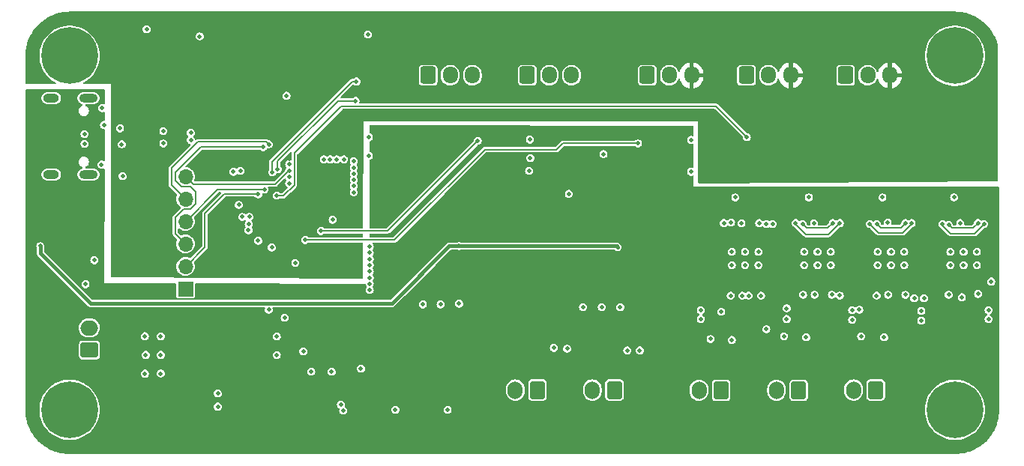
<source format=gbr>
%TF.GenerationSoftware,KiCad,Pcbnew,7.0.7*%
%TF.CreationDate,2024-02-16T21:08:36+01:00*%
%TF.ProjectId,OpenHand,4f70656e-4861-46e6-942e-6b696361645f,rev?*%
%TF.SameCoordinates,Original*%
%TF.FileFunction,Copper,L2,Inr*%
%TF.FilePolarity,Positive*%
%FSLAX46Y46*%
G04 Gerber Fmt 4.6, Leading zero omitted, Abs format (unit mm)*
G04 Created by KiCad (PCBNEW 7.0.7) date 2024-02-16 21:08:36*
%MOMM*%
%LPD*%
G01*
G04 APERTURE LIST*
G04 Aperture macros list*
%AMRoundRect*
0 Rectangle with rounded corners*
0 $1 Rounding radius*
0 $2 $3 $4 $5 $6 $7 $8 $9 X,Y pos of 4 corners*
0 Add a 4 corners polygon primitive as box body*
4,1,4,$2,$3,$4,$5,$6,$7,$8,$9,$2,$3,0*
0 Add four circle primitives for the rounded corners*
1,1,$1+$1,$2,$3*
1,1,$1+$1,$4,$5*
1,1,$1+$1,$6,$7*
1,1,$1+$1,$8,$9*
0 Add four rect primitives between the rounded corners*
20,1,$1+$1,$2,$3,$4,$5,0*
20,1,$1+$1,$4,$5,$6,$7,0*
20,1,$1+$1,$6,$7,$8,$9,0*
20,1,$1+$1,$8,$9,$2,$3,0*%
G04 Aperture macros list end*
%TA.AperFunction,ComponentPad*%
%ADD10C,0.500000*%
%TD*%
%TA.AperFunction,ComponentPad*%
%ADD11RoundRect,0.250000X0.600000X0.750000X-0.600000X0.750000X-0.600000X-0.750000X0.600000X-0.750000X0*%
%TD*%
%TA.AperFunction,ComponentPad*%
%ADD12O,1.700000X2.000000*%
%TD*%
%TA.AperFunction,ComponentPad*%
%ADD13C,0.800000*%
%TD*%
%TA.AperFunction,ComponentPad*%
%ADD14C,6.400000*%
%TD*%
%TA.AperFunction,ComponentPad*%
%ADD15RoundRect,0.250000X-0.600000X-0.725000X0.600000X-0.725000X0.600000X0.725000X-0.600000X0.725000X0*%
%TD*%
%TA.AperFunction,ComponentPad*%
%ADD16O,1.700000X1.950000*%
%TD*%
%TA.AperFunction,ComponentPad*%
%ADD17O,2.100000X1.000000*%
%TD*%
%TA.AperFunction,ComponentPad*%
%ADD18O,1.800000X1.000000*%
%TD*%
%TA.AperFunction,ComponentPad*%
%ADD19RoundRect,0.250000X0.750000X-0.600000X0.750000X0.600000X-0.750000X0.600000X-0.750000X-0.600000X0*%
%TD*%
%TA.AperFunction,ComponentPad*%
%ADD20O,2.000000X1.700000*%
%TD*%
%TA.AperFunction,ComponentPad*%
%ADD21R,1.700000X1.700000*%
%TD*%
%TA.AperFunction,ComponentPad*%
%ADD22O,1.700000X1.700000*%
%TD*%
%TA.AperFunction,ViaPad*%
%ADD23C,0.500000*%
%TD*%
%TA.AperFunction,Conductor*%
%ADD24C,0.200000*%
%TD*%
%TA.AperFunction,Conductor*%
%ADD25C,0.400000*%
%TD*%
G04 APERTURE END LIST*
D10*
%TO.N,Earth*%
%TO.C,U8*%
X196275000Y-128650000D03*
X197775000Y-128650000D03*
X199275000Y-128650000D03*
X196275000Y-127150000D03*
X197775000Y-127150000D03*
X199275000Y-127150000D03*
%TD*%
D11*
%TO.N,MOTOR_02_N*%
%TO.C,J2*%
X187350000Y-142800000D03*
D12*
%TO.N,MOTOR_02_P*%
X184850000Y-142800000D03*
%TD*%
D13*
%TO.N,Earth*%
%TO.C,H4*%
X202600000Y-145000000D03*
X203302944Y-143302944D03*
X203302944Y-146697056D03*
X205000000Y-142600000D03*
D14*
X205000000Y-145000000D03*
D13*
X205000000Y-147400000D03*
X206697056Y-143302944D03*
X206697056Y-146697056D03*
X207400000Y-145000000D03*
%TD*%
D15*
%TO.N,Earth*%
%TO.C,J12*%
X145500000Y-107200000D03*
D16*
%TO.N,EMG_02_P*%
X148000000Y-107200000D03*
%TO.N,EMG_02_N*%
X150500000Y-107200000D03*
%TD*%
D15*
%TO.N,Earth*%
%TO.C,J9*%
X181450000Y-107200000D03*
D16*
%TO.N,HALL_SENS_02_S*%
X183950000Y-107200000D03*
%TO.N,+3V3*%
X186450000Y-107200000D03*
%TD*%
D17*
%TO.N,unconnected-(J5-SHIELD-PadS1)*%
%TO.C,J5*%
X107125000Y-109780000D03*
D18*
X102925000Y-109780000D03*
D17*
X107125000Y-118420000D03*
D18*
X102925000Y-118420000D03*
%TD*%
D15*
%TO.N,Earth*%
%TO.C,J8*%
X156700000Y-107200000D03*
D16*
%TO.N,EMG_01_P*%
X159200000Y-107200000D03*
%TO.N,EMG_01_N*%
X161700000Y-107200000D03*
%TD*%
D13*
%TO.N,Earth*%
%TO.C,H1*%
X102600000Y-105000000D03*
X103302944Y-103302944D03*
X103302944Y-106697056D03*
X105000000Y-102600000D03*
D14*
X105000000Y-105000000D03*
D13*
X105000000Y-107400000D03*
X106697056Y-103302944D03*
X106697056Y-106697056D03*
X107400000Y-105000000D03*
%TD*%
D10*
%TO.N,Earth*%
%TO.C,U9*%
X204475000Y-128650000D03*
X205975000Y-128650000D03*
X207475000Y-128650000D03*
X204475000Y-127150000D03*
X205975000Y-127150000D03*
X207475000Y-127150000D03*
%TD*%
%TO.N,Earth*%
%TO.C,U7*%
X187975000Y-128650000D03*
X189475000Y-128650000D03*
X190975000Y-128650000D03*
X187975000Y-127150000D03*
X189475000Y-127150000D03*
X190975000Y-127150000D03*
%TD*%
D11*
%TO.N,MOTOR_01_N*%
%TO.C,J1*%
X178600000Y-142800000D03*
D12*
%TO.N,MOTOR_01_P*%
X176100000Y-142800000D03*
%TD*%
D19*
%TO.N,Earth*%
%TO.C,J3*%
X107232500Y-138250000D03*
D20*
%TO.N,BAT_P*%
X107232500Y-135750000D03*
%TD*%
D15*
%TO.N,Earth*%
%TO.C,J13*%
X170250000Y-107200000D03*
D16*
%TO.N,HALL_SENS_03_S*%
X172750000Y-107200000D03*
%TO.N,+3V3*%
X175250000Y-107200000D03*
%TD*%
D10*
%TO.N,Earth*%
%TO.C,U10*%
X179800000Y-128650000D03*
X181300000Y-128650000D03*
X182800000Y-128650000D03*
X179800000Y-127150000D03*
X181300000Y-127150000D03*
X182800000Y-127150000D03*
%TD*%
D15*
%TO.N,Earth*%
%TO.C,J4*%
X192650000Y-107200000D03*
D16*
%TO.N,HALL_SENS_01_S*%
X195150000Y-107200000D03*
%TO.N,+3V3*%
X197650000Y-107200000D03*
%TD*%
D13*
%TO.N,Earth*%
%TO.C,H3*%
X102600000Y-145000000D03*
X103302944Y-143302944D03*
X103302944Y-146697056D03*
X105000000Y-142600000D03*
D14*
X105000000Y-145000000D03*
D13*
X105000000Y-147400000D03*
X106697056Y-143302944D03*
X106697056Y-146697056D03*
X107400000Y-145000000D03*
%TD*%
D11*
%TO.N,HAPTIC_02_N*%
%TO.C,J11*%
X166550000Y-142767500D03*
D12*
%TO.N,HAPTIC_02_P*%
X164050000Y-142767500D03*
%TD*%
D11*
%TO.N,MOTOR_03_N*%
%TO.C,J6*%
X196050000Y-142767500D03*
D12*
%TO.N,MOTOR_03_P*%
X193550000Y-142767500D03*
%TD*%
D11*
%TO.N,HAPTIC_01_N*%
%TO.C,J7*%
X157850000Y-142767500D03*
D12*
%TO.N,HAPTIC_01_P*%
X155350000Y-142767500D03*
%TD*%
D13*
%TO.N,Earth*%
%TO.C,H2*%
X202600000Y-105000000D03*
X203302944Y-103302944D03*
X203302944Y-106697056D03*
X205000000Y-102600000D03*
D14*
X205000000Y-105000000D03*
D13*
X205000000Y-107400000D03*
X206697056Y-103302944D03*
X206697056Y-106697056D03*
X207400000Y-105000000D03*
%TD*%
D21*
%TO.N,Earth*%
%TO.C,J10*%
X118100000Y-131340000D03*
D22*
%TO.N,JTAG_RST*%
X118100000Y-128800000D03*
%TO.N,JTAG_TDI*%
X118100000Y-126260000D03*
%TO.N,JTAG_TDO*%
X118100000Y-123720000D03*
%TO.N,JTAG_TCK*%
X118100000Y-121180000D03*
%TO.N,JTAG_TMS*%
X118100000Y-118640000D03*
%TD*%
D23*
%TO.N,+5V*%
X143500000Y-120950500D03*
%TO.N,MOTOR_01_FAULT*%
X191990734Y-132090734D03*
%TO.N,MOTOR_02_FAULT*%
X200400000Y-132400000D03*
%TO.N,+5V*%
X185900000Y-128500000D03*
X177900000Y-128500000D03*
%TO.N,MOTOR_03_EN*%
X201500000Y-132400000D03*
%TO.N,MOTOR_02_EN*%
X194200000Y-133700000D03*
%TO.N,MOTOR_01_EN*%
X183700000Y-135900000D03*
%TO.N,HAPTIC_EN*%
X178600000Y-133900000D03*
%TO.N,HAPTIC_FAULT*%
X138900016Y-126565612D03*
%TO.N,MOTOR_03_FAULT*%
X138900016Y-127265114D03*
%TO.N,MOTOR_02_FAULT*%
X138900016Y-127964616D03*
%TO.N,MOTOR_01_FAULT*%
X138900016Y-128664118D03*
%TO.N,HAPTIC_EN*%
X138900016Y-129363619D03*
%TO.N,MOTOR_03_EN*%
X138900016Y-130063100D03*
%TO.N,MOTOR_02_EN*%
X138900016Y-130762245D03*
%TO.N,MOTOR_01_EN*%
X138900016Y-131461444D03*
%TO.N,Earth*%
X201200000Y-133837500D03*
X201200000Y-134937500D03*
X157037500Y-116537500D03*
X208800000Y-133737500D03*
X113507500Y-136692500D03*
X128400000Y-138822500D03*
X205600000Y-123900000D03*
X156900000Y-118000000D03*
X111000000Y-118600000D03*
X163000000Y-133400000D03*
X121750000Y-144650000D03*
X165300000Y-116100000D03*
X113600000Y-138802500D03*
X196800000Y-121000000D03*
X131400000Y-138400000D03*
X146900000Y-133100000D03*
X180890734Y-123909266D03*
X144900000Y-133100000D03*
X130500271Y-128398270D03*
X204900000Y-121000000D03*
X107800000Y-128100000D03*
X176300000Y-134737500D03*
X128412500Y-136712500D03*
X115300000Y-136700000D03*
X180200000Y-121000000D03*
X127838556Y-126661444D03*
X208800000Y-134737500D03*
X176300000Y-133737500D03*
X113512500Y-140912500D03*
X115300000Y-138800000D03*
X147700000Y-145000000D03*
X149000000Y-133000000D03*
X110700000Y-113200000D03*
X134710015Y-123514998D03*
X193400000Y-134837500D03*
X119700000Y-102800000D03*
X167200000Y-133400000D03*
X186000000Y-134737500D03*
X124123180Y-121842537D03*
X138700000Y-102600000D03*
X138800000Y-116300000D03*
X129500000Y-109500000D03*
X106800000Y-130800000D03*
X127500000Y-133700000D03*
X165120000Y-133400000D03*
X113700000Y-102000000D03*
X193400000Y-133737500D03*
X188500000Y-121000000D03*
X108600000Y-117300000D03*
X135900000Y-145100000D03*
X161400000Y-120600000D03*
X108700000Y-110900000D03*
X157000000Y-114462500D03*
X115300000Y-140900000D03*
X138800000Y-114200000D03*
X129800000Y-117265524D03*
X186000000Y-133537500D03*
X121750000Y-143150000D03*
X189090734Y-123909266D03*
X141800000Y-145000000D03*
X197400497Y-123849500D03*
X175200000Y-114500000D03*
X175200000Y-118100000D03*
%TO.N,Net-(J5-CC1)*%
X108900000Y-112800000D03*
X110900000Y-115000000D03*
%TO.N,MOTOR_01_N*%
X189149500Y-132000000D03*
X179800000Y-137100000D03*
%TO.N,+5V*%
X208100000Y-122200000D03*
X161200000Y-122537500D03*
X181200000Y-122000000D03*
X166910000Y-122500000D03*
X202400000Y-128400000D03*
X183300000Y-122100000D03*
X118300000Y-135600000D03*
X118300000Y-134200000D03*
X148900000Y-122400000D03*
X123300000Y-134900000D03*
X197800000Y-122100000D03*
X206300000Y-123900000D03*
X114200000Y-132300000D03*
X189600000Y-122000000D03*
X123300000Y-135600000D03*
X118300000Y-136300000D03*
X123300000Y-137000000D03*
X198100000Y-123800000D03*
X118300000Y-137000000D03*
X189800000Y-123700000D03*
X123300000Y-134200000D03*
X123300000Y-136300000D03*
X199900000Y-122100000D03*
X191600000Y-122100000D03*
X194200000Y-128500000D03*
X118300000Y-134900000D03*
X108600000Y-111700000D03*
X181600000Y-123700000D03*
X206000000Y-122100000D03*
X108600000Y-116500000D03*
%TO.N,-5V*%
X166900000Y-126600000D03*
X101700000Y-126500000D03*
X149000000Y-126500000D03*
%TO.N,Net-(U1-PC0)*%
X129300000Y-134600000D03*
X126300000Y-125900000D03*
%TO.N,LED_1*%
X118700500Y-113700000D03*
X124300000Y-118000000D03*
%TO.N,LED_2*%
X118700000Y-114500000D03*
X123500000Y-118100000D03*
%TO.N,UC_RX*%
X127900000Y-118150003D03*
X137400000Y-107900000D03*
%TO.N,UC_TX*%
X137300000Y-110100000D03*
X128512327Y-117800000D03*
%TO.N,HALL_SENS_01_S*%
X132300000Y-140700000D03*
%TO.N,HALL_SENS_02_S*%
X134600000Y-140700000D03*
%TO.N,HALL_SENS_03_S*%
X137900000Y-140350500D03*
%TO.N,MOTOR_01_P*%
X187850500Y-132000000D03*
X191100000Y-132000000D03*
X177400000Y-137000000D03*
%TO.N,MOTOR_02_N*%
X197450000Y-132000000D03*
X188200000Y-136800000D03*
%TO.N,MOTOR_02_P*%
X196150500Y-132100000D03*
X199400000Y-132000000D03*
X185700000Y-136700000D03*
%TO.N,MOTOR_03_N*%
X205775000Y-132275000D03*
X197000000Y-136800000D03*
%TO.N,MOTOR_03_P*%
X207611900Y-131904068D03*
X204300500Y-132000000D03*
X194400000Y-136700000D03*
%TO.N,HAPTIC_01_N*%
X161200000Y-138100000D03*
X180974500Y-132100000D03*
%TO.N,HAPTIC_01_P*%
X179675500Y-132100000D03*
X159700000Y-138000000D03*
%TO.N,HAPTIC_02_N*%
X169400000Y-138300000D03*
X181700000Y-132100000D03*
%TO.N,JTAG_RST*%
X126300000Y-120649500D03*
%TO.N,JTAG_TDI*%
X126874346Y-115312827D03*
%TO.N,JTAG_TDO*%
X127000000Y-120100000D03*
%TO.N,JTAG_TCK*%
X127500000Y-115000000D03*
%TO.N,JTAG_TMS*%
X129800000Y-118000000D03*
%TO.N,+3V3*%
X181200000Y-117800000D03*
X123489261Y-122138256D03*
X130760532Y-127748988D03*
X123500000Y-123400000D03*
X112800000Y-123400000D03*
X119300000Y-107400000D03*
X111600000Y-126500000D03*
X110400000Y-123400000D03*
X114300000Y-121300000D03*
X135400000Y-123400000D03*
X111600000Y-123400000D03*
X133500000Y-101800000D03*
X135650000Y-144400000D03*
X125500000Y-101800000D03*
X121500000Y-107500000D03*
X128338556Y-127161444D03*
X129800000Y-116600000D03*
X130900000Y-101700000D03*
X114300000Y-122200000D03*
X123500000Y-108500000D03*
X134900000Y-108500000D03*
X128200000Y-101550500D03*
%TO.N,HAPTIC_02_P*%
X168000000Y-138300000D03*
X183100000Y-132100000D03*
%TO.N,USB_D-*%
X115600000Y-114900000D03*
X106700000Y-114949500D03*
X129800000Y-119399006D03*
X106692068Y-113837771D03*
%TO.N,USB_D+*%
X129800000Y-118699503D03*
X115600000Y-113500000D03*
%TO.N,HW_REV_01*%
X124500000Y-123200000D03*
%TO.N,HW_REV_02*%
X125300000Y-123200000D03*
%TO.N,HW_REV_03*%
X125235061Y-124019869D03*
%TO.N,HW_REV_04*%
X125199049Y-124718444D03*
%TO.N,BTN_01*%
X181500000Y-114200000D03*
X128400000Y-120800000D03*
%TO.N,EMG_02_UC*%
X133400000Y-124800000D03*
X151100000Y-114600000D03*
%TO.N,EMG_01_UC*%
X131611444Y-125811444D03*
X169200000Y-114900000D03*
%TO.N,MOTOR_01_DIR*%
X187000000Y-123900000D03*
X192000000Y-123900000D03*
X134421749Y-116694677D03*
%TO.N,MOTOR_02_DIR*%
X135984963Y-116694677D03*
X200100000Y-123900000D03*
X195400000Y-124000000D03*
%TO.N,MOTOR_01_PWM*%
X133722303Y-116694677D03*
X191200000Y-123900000D03*
X187786444Y-124013556D03*
%TO.N,MOTOR_02_PWM*%
X135181765Y-116694677D03*
X199400000Y-123900000D03*
X196200000Y-124000000D03*
%TO.N,MOTOR_03_FAULT*%
X209100000Y-130500000D03*
%TO.N,HAPTIC_FAULT*%
X184400000Y-124000000D03*
%TO.N,MOTOR_03_DIR*%
X137099697Y-117620839D03*
X203600000Y-124000000D03*
X208300000Y-124000000D03*
%TO.N,HAPTIC_01_DIR*%
X137099697Y-119019787D03*
X178900000Y-123900000D03*
%TO.N,MOTOR_03_PWM*%
X137099697Y-116921342D03*
X204298944Y-124101056D03*
X207600000Y-123900000D03*
%TO.N,HAPTIC_01_PWM*%
X137099697Y-118320328D03*
X179707099Y-123836914D03*
%TO.N,HAPTIC_02_DIR*%
X183700000Y-124000000D03*
X137099697Y-120418303D03*
%TO.N,HAPTIC_02_PWM*%
X182900000Y-123900000D03*
X137099697Y-119719138D03*
%TD*%
D24*
%TO.N,JTAG_RST*%
X122500000Y-120600000D02*
X120300000Y-122800000D01*
X126250500Y-120600000D02*
X122500000Y-120600000D01*
X120300000Y-122800000D02*
X120300000Y-126600000D01*
X126300000Y-120649500D02*
X126250500Y-120600000D01*
X120300000Y-126600000D02*
X118100000Y-128800000D01*
%TO.N,JTAG_TDO*%
X121720000Y-120100000D02*
X118100000Y-123720000D01*
X127000000Y-120100000D02*
X121720000Y-120100000D01*
%TO.N,BTN_01*%
X178000000Y-110700000D02*
X181500000Y-114200000D01*
X135700000Y-110700000D02*
X178000000Y-110700000D01*
X130400000Y-116000000D02*
X135700000Y-110700000D01*
X130400000Y-119576824D02*
X130400000Y-116000000D01*
X129176824Y-120800000D02*
X130400000Y-119576824D01*
X128400000Y-120800000D02*
X129176824Y-120800000D01*
D25*
%TO.N,-5V*%
X166900000Y-126600000D02*
X166800000Y-126500000D01*
X149000000Y-126500000D02*
X147900000Y-126500000D01*
X107400000Y-133000000D02*
X101700000Y-127300000D01*
X147900000Y-126500000D02*
X141400000Y-133000000D01*
X166800000Y-126500000D02*
X149000000Y-126500000D01*
X101700000Y-127300000D02*
X101700000Y-126500000D01*
X141400000Y-133000000D02*
X107400000Y-133000000D01*
D24*
%TO.N,UC_RX*%
X127850000Y-116984314D02*
X136934314Y-107900000D01*
X127900000Y-118150003D02*
X127850000Y-118100003D01*
X127850000Y-118100003D02*
X127850000Y-116984314D01*
X136934314Y-107900000D02*
X137400000Y-107900000D01*
%TO.N,UC_TX*%
X135300000Y-110100000D02*
X137300000Y-110100000D01*
X128512327Y-117800000D02*
X128512327Y-116887673D01*
X128512327Y-116887673D02*
X135300000Y-110100000D01*
%TO.N,JTAG_TDI*%
X116950000Y-125110000D02*
X116950000Y-123243654D01*
X118100000Y-126260000D02*
X116950000Y-125110000D01*
X119250000Y-121750000D02*
X119250000Y-120355685D01*
X117623654Y-119790000D02*
X116950000Y-119116346D01*
X116950000Y-123243654D02*
X117863654Y-122330000D01*
X117863654Y-122330000D02*
X118670000Y-122330000D01*
X119250000Y-120355685D02*
X118684315Y-119790000D01*
X119800827Y-115312827D02*
X126874346Y-115312827D01*
X118670000Y-122330000D02*
X119250000Y-121750000D01*
X118684315Y-119790000D02*
X117623654Y-119790000D01*
X116950000Y-118163654D02*
X119800827Y-115312827D01*
X116950000Y-119116346D02*
X116950000Y-118163654D01*
%TO.N,JTAG_TCK*%
X119500000Y-114700000D02*
X127200000Y-114700000D01*
X116500000Y-117700000D02*
X119500000Y-114700000D01*
X127200000Y-114700000D02*
X127500000Y-115000000D01*
X118100000Y-121180000D02*
X116500000Y-119580000D01*
X116500000Y-119580000D02*
X116500000Y-117700000D01*
%TO.N,JTAG_TMS*%
X129721685Y-118000000D02*
X129800000Y-118000000D01*
X118100000Y-118640000D02*
X118950000Y-119490000D01*
X118950000Y-119490000D02*
X128231685Y-119490000D01*
X128231685Y-119490000D02*
X129721685Y-118000000D01*
%TO.N,EMG_02_UC*%
X140900000Y-124800000D02*
X133400000Y-124800000D01*
X151100000Y-114600000D02*
X140900000Y-124800000D01*
%TO.N,EMG_01_UC*%
X151900000Y-115600000D02*
X141688556Y-125811444D01*
X141688556Y-125811444D02*
X131611444Y-125811444D01*
X169200000Y-114900000D02*
X160700000Y-114900000D01*
X160000000Y-115600000D02*
X151900000Y-115600000D01*
X160700000Y-114900000D02*
X160000000Y-115600000D01*
%TO.N,MOTOR_01_DIR*%
X187000000Y-124004930D02*
X188195070Y-125200000D01*
X188195070Y-125200000D02*
X190700000Y-125200000D01*
X187000000Y-123900000D02*
X187000000Y-124004930D01*
X190700000Y-125200000D02*
X192000000Y-123900000D01*
%TO.N,MOTOR_02_DIR*%
X200100000Y-124000000D02*
X200100000Y-123900000D01*
X195400000Y-124000000D02*
X196400000Y-125000000D01*
X199100000Y-125000000D02*
X200100000Y-124000000D01*
X196400000Y-125000000D02*
X199100000Y-125000000D01*
%TO.N,MOTOR_01_PWM*%
X187786444Y-124013556D02*
X188232154Y-124459266D01*
X190640734Y-124459266D02*
X191200000Y-123900000D01*
X188232154Y-124459266D02*
X190640734Y-124459266D01*
%TO.N,MOTOR_02_PWM*%
X198900500Y-124399500D02*
X199400000Y-123900000D01*
X196200000Y-124000000D02*
X196599500Y-124399500D01*
X196599500Y-124399500D02*
X198900500Y-124399500D01*
%TO.N,MOTOR_03_DIR*%
X204520070Y-125100000D02*
X207200000Y-125100000D01*
X203600000Y-124000000D02*
X203600000Y-124179930D01*
X203600000Y-124179930D02*
X204520070Y-125100000D01*
X207200000Y-125100000D02*
X208300000Y-124000000D01*
%TO.N,MOTOR_03_PWM*%
X204298944Y-124101056D02*
X204647888Y-124450000D01*
X207050000Y-124450000D02*
X207600000Y-123900000D01*
X204647888Y-124450000D02*
X207050000Y-124450000D01*
%TD*%
%TA.AperFunction,Conductor*%
%TO.N,+3V3*%
G36*
X205217318Y-100009488D02*
G01*
X205416440Y-100018182D01*
X205420367Y-100018512D01*
X205636792Y-100045489D01*
X205835256Y-100071618D01*
X205837736Y-100071945D01*
X205841433Y-100072574D01*
X206054183Y-100117183D01*
X206252994Y-100161259D01*
X206256335Y-100162125D01*
X206464544Y-100224112D01*
X206545573Y-100249661D01*
X206659043Y-100285439D01*
X206662152Y-100286534D01*
X206736518Y-100315551D01*
X206864457Y-100365472D01*
X207053142Y-100443629D01*
X207055895Y-100444870D01*
X207176345Y-100503755D01*
X207250992Y-100540248D01*
X207307879Y-100569861D01*
X207432345Y-100634654D01*
X207434793Y-100636019D01*
X207543221Y-100700628D01*
X207621382Y-100747202D01*
X207793940Y-100857134D01*
X207796085Y-100858581D01*
X207960269Y-100975806D01*
X207972918Y-100984837D01*
X208135352Y-101109477D01*
X208137176Y-101110947D01*
X208303052Y-101251437D01*
X208454895Y-101390574D01*
X208609425Y-101545104D01*
X208748555Y-101696938D01*
X208889044Y-101862813D01*
X208890521Y-101864646D01*
X209015162Y-102027081D01*
X209141402Y-102203890D01*
X209142864Y-102206058D01*
X209252797Y-102378617D01*
X209363970Y-102565189D01*
X209365354Y-102567671D01*
X209459751Y-102749007D01*
X209555118Y-102944082D01*
X209556377Y-102946874D01*
X209597462Y-103046061D01*
X209634536Y-103135566D01*
X209713464Y-103337846D01*
X209714559Y-103340955D01*
X209775896Y-103535487D01*
X209795883Y-103602621D01*
X209799999Y-103630870D01*
X209799999Y-119101584D01*
X209781092Y-119159775D01*
X209731592Y-119195739D01*
X209701585Y-119200582D01*
X176099586Y-119399410D01*
X176041284Y-119380848D01*
X176005028Y-119331561D01*
X176000000Y-119300412D01*
X176000000Y-112400000D01*
X138200000Y-112400000D01*
X138132578Y-124401056D01*
X138113345Y-124459140D01*
X138063643Y-124494825D01*
X138033580Y-124499500D01*
X133780925Y-124499500D01*
X133722734Y-124480593D01*
X133706105Y-124465330D01*
X133698049Y-124456033D01*
X133698048Y-124456032D01*
X133589073Y-124385998D01*
X133589070Y-124385996D01*
X133589069Y-124385996D01*
X133589066Y-124385995D01*
X133464774Y-124349500D01*
X133464772Y-124349500D01*
X133335228Y-124349500D01*
X133335225Y-124349500D01*
X133210933Y-124385995D01*
X133210926Y-124385998D01*
X133101952Y-124456031D01*
X133017117Y-124553938D01*
X132963302Y-124671774D01*
X132944867Y-124799997D01*
X132944867Y-124800002D01*
X132963302Y-124928225D01*
X133016557Y-125044835D01*
X133017118Y-125046063D01*
X133099668Y-125141332D01*
X133101952Y-125143968D01*
X133196013Y-125204417D01*
X133210931Y-125214004D01*
X133335228Y-125250500D01*
X133335230Y-125250500D01*
X133464770Y-125250500D01*
X133464772Y-125250500D01*
X133589069Y-125214004D01*
X133698049Y-125143967D01*
X133706104Y-125134670D01*
X133758500Y-125103073D01*
X133780925Y-125100500D01*
X138029092Y-125100500D01*
X138087283Y-125119407D01*
X138123247Y-125168907D01*
X138128089Y-125200053D01*
X138127331Y-125335159D01*
X138126896Y-125412500D01*
X138107662Y-125470584D01*
X138057961Y-125506269D01*
X138027898Y-125510944D01*
X131992369Y-125510944D01*
X131934178Y-125492037D01*
X131917549Y-125476774D01*
X131909493Y-125467477D01*
X131909492Y-125467476D01*
X131800517Y-125397442D01*
X131800514Y-125397440D01*
X131800513Y-125397440D01*
X131771687Y-125388976D01*
X131676218Y-125360944D01*
X131676216Y-125360944D01*
X131546672Y-125360944D01*
X131546669Y-125360944D01*
X131422377Y-125397439D01*
X131422370Y-125397442D01*
X131313396Y-125467475D01*
X131228561Y-125565382D01*
X131174746Y-125683218D01*
X131156311Y-125811441D01*
X131156311Y-125811446D01*
X131174746Y-125939669D01*
X131226992Y-126054070D01*
X131228562Y-126057507D01*
X131290373Y-126128842D01*
X131313396Y-126155412D01*
X131416457Y-126221645D01*
X131422375Y-126225448D01*
X131546672Y-126261944D01*
X131546674Y-126261944D01*
X131676214Y-126261944D01*
X131676216Y-126261944D01*
X131800513Y-126225448D01*
X131909493Y-126155411D01*
X131917548Y-126146114D01*
X131969944Y-126114517D01*
X131992369Y-126111944D01*
X138023410Y-126111944D01*
X138081601Y-126130851D01*
X138117565Y-126180351D01*
X138122407Y-126211495D01*
X138113681Y-127764699D01*
X138100556Y-130100859D01*
X138081322Y-130158943D01*
X138031621Y-130194628D01*
X138000861Y-130199301D01*
X109798303Y-130000692D01*
X109740247Y-129981375D01*
X109704632Y-129931623D01*
X109700000Y-129901694D01*
X109700000Y-118600002D01*
X110544867Y-118600002D01*
X110563302Y-118728225D01*
X110566345Y-118734888D01*
X110617118Y-118846063D01*
X110683911Y-118923147D01*
X110701952Y-118943968D01*
X110704439Y-118945566D01*
X110810931Y-119014004D01*
X110935228Y-119050500D01*
X110935230Y-119050500D01*
X111064770Y-119050500D01*
X111064772Y-119050500D01*
X111189069Y-119014004D01*
X111298049Y-118943967D01*
X111382882Y-118846063D01*
X111436697Y-118728226D01*
X111446278Y-118661586D01*
X111455133Y-118600002D01*
X111455133Y-118599997D01*
X111436697Y-118471774D01*
X111410314Y-118414004D01*
X111382882Y-118353937D01*
X111298049Y-118256033D01*
X111298048Y-118256032D01*
X111298047Y-118256031D01*
X111189073Y-118185998D01*
X111189070Y-118185996D01*
X111189069Y-118185996D01*
X111189066Y-118185995D01*
X111064774Y-118149500D01*
X111064772Y-118149500D01*
X110935228Y-118149500D01*
X110935225Y-118149500D01*
X110810933Y-118185995D01*
X110810926Y-118185998D01*
X110701952Y-118256031D01*
X110617117Y-118353938D01*
X110563302Y-118471774D01*
X110544867Y-118599997D01*
X110544867Y-118600002D01*
X109700000Y-118600002D01*
X109700000Y-117685880D01*
X116194620Y-117685880D01*
X116199024Y-117717454D01*
X116199499Y-117724299D01*
X116199500Y-119514835D01*
X116197280Y-119528513D01*
X116198494Y-119528683D01*
X116197226Y-119537766D01*
X116199447Y-119585783D01*
X116199500Y-119588069D01*
X116199500Y-119607842D01*
X116200152Y-119611332D01*
X116200943Y-119618149D01*
X116202414Y-119649987D01*
X116202415Y-119649994D01*
X116206384Y-119658982D01*
X116213133Y-119680773D01*
X116214939Y-119690433D01*
X116231717Y-119717533D01*
X116234915Y-119723600D01*
X116243469Y-119742971D01*
X116247794Y-119752765D01*
X116254745Y-119759716D01*
X116268907Y-119777596D01*
X116273121Y-119784401D01*
X116274081Y-119785952D01*
X116299511Y-119805156D01*
X116304690Y-119809662D01*
X117123812Y-120628783D01*
X117151589Y-120683300D01*
X117142018Y-120743732D01*
X117141120Y-120745453D01*
X117124769Y-120776044D01*
X117124766Y-120776052D01*
X117064699Y-120974065D01*
X117064698Y-120974070D01*
X117044417Y-121179996D01*
X117044417Y-121180003D01*
X117064698Y-121385929D01*
X117064699Y-121385934D01*
X117124768Y-121583954D01*
X117222316Y-121766452D01*
X117353585Y-121926404D01*
X117353590Y-121926410D01*
X117353595Y-121926414D01*
X117513546Y-122057682D01*
X117513552Y-122057686D01*
X117524496Y-122063536D01*
X117566903Y-122107643D01*
X117575285Y-122168251D01*
X117547831Y-122220850D01*
X116783590Y-122985091D01*
X116772361Y-122993204D01*
X116773090Y-122994169D01*
X116765771Y-122999695D01*
X116733372Y-123035234D01*
X116731796Y-123036885D01*
X116717830Y-123050852D01*
X116717817Y-123050867D01*
X116715813Y-123053792D01*
X116711561Y-123059158D01*
X116690084Y-123082719D01*
X116690083Y-123082721D01*
X116686529Y-123091894D01*
X116675896Y-123112066D01*
X116670346Y-123120169D01*
X116670342Y-123120178D01*
X116663045Y-123151199D01*
X116661016Y-123157752D01*
X116649500Y-123187478D01*
X116649500Y-123197305D01*
X116646870Y-123219972D01*
X116644621Y-123229533D01*
X116649025Y-123261106D01*
X116649500Y-123267952D01*
X116649500Y-125044835D01*
X116647280Y-125058513D01*
X116648494Y-125058683D01*
X116647227Y-125067762D01*
X116647227Y-125067764D01*
X116647227Y-125067765D01*
X116648845Y-125102773D01*
X116649447Y-125115783D01*
X116649500Y-125118069D01*
X116649500Y-125137842D01*
X116650152Y-125141332D01*
X116650943Y-125148149D01*
X116652414Y-125179987D01*
X116652415Y-125179994D01*
X116656384Y-125188982D01*
X116663133Y-125210773D01*
X116664939Y-125220433D01*
X116681717Y-125247533D01*
X116684915Y-125253600D01*
X116697793Y-125282763D01*
X116697794Y-125282765D01*
X116704745Y-125289716D01*
X116718907Y-125307596D01*
X116721556Y-125311874D01*
X116724081Y-125315952D01*
X116749515Y-125335159D01*
X116754694Y-125339665D01*
X117123812Y-125708784D01*
X117151589Y-125763300D01*
X117142018Y-125823732D01*
X117141119Y-125825454D01*
X117124768Y-125856043D01*
X117124768Y-125856045D01*
X117064699Y-126054065D01*
X117064698Y-126054070D01*
X117044417Y-126259996D01*
X117044417Y-126260003D01*
X117064698Y-126465929D01*
X117064699Y-126465934D01*
X117124768Y-126663954D01*
X117222316Y-126846452D01*
X117307706Y-126950500D01*
X117353590Y-127006410D01*
X117353595Y-127006414D01*
X117513547Y-127137683D01*
X117513548Y-127137683D01*
X117513550Y-127137685D01*
X117696046Y-127235232D01*
X117833997Y-127277078D01*
X117894065Y-127295300D01*
X117894070Y-127295301D01*
X118099997Y-127315583D01*
X118100000Y-127315583D01*
X118100003Y-127315583D01*
X118305929Y-127295301D01*
X118305934Y-127295300D01*
X118305934Y-127295299D01*
X118503954Y-127235232D01*
X118686450Y-127137685D01*
X118846410Y-127006410D01*
X118977685Y-126846450D01*
X119075232Y-126663954D01*
X119135300Y-126465934D01*
X119135301Y-126465929D01*
X119155583Y-126260003D01*
X119155583Y-126259996D01*
X119135301Y-126054070D01*
X119135300Y-126054065D01*
X119117078Y-125993997D01*
X119075232Y-125856046D01*
X118977685Y-125673550D01*
X118961589Y-125653937D01*
X118846414Y-125513595D01*
X118846410Y-125513590D01*
X118836405Y-125505379D01*
X118686452Y-125382316D01*
X118503954Y-125284768D01*
X118305934Y-125224699D01*
X118305929Y-125224698D01*
X118100003Y-125204417D01*
X118099997Y-125204417D01*
X117894070Y-125224698D01*
X117894065Y-125224699D01*
X117696052Y-125284766D01*
X117696049Y-125284766D01*
X117696046Y-125284768D01*
X117696044Y-125284768D01*
X117696044Y-125284769D01*
X117665453Y-125301120D01*
X117605220Y-125311874D01*
X117550169Y-125285171D01*
X117548783Y-125283812D01*
X117279496Y-125014525D01*
X117251719Y-124960008D01*
X117250500Y-124944521D01*
X117250500Y-124591123D01*
X117269407Y-124532932D01*
X117318907Y-124496968D01*
X117380093Y-124496968D01*
X117412301Y-124514593D01*
X117434648Y-124532932D01*
X117513547Y-124597683D01*
X117513548Y-124597683D01*
X117513550Y-124597685D01*
X117696046Y-124695232D01*
X117833997Y-124737078D01*
X117894065Y-124755300D01*
X117894070Y-124755301D01*
X118099997Y-124775583D01*
X118100000Y-124775583D01*
X118100003Y-124775583D01*
X118305929Y-124755301D01*
X118305934Y-124755300D01*
X118305933Y-124755300D01*
X118503954Y-124695232D01*
X118686450Y-124597685D01*
X118846410Y-124466410D01*
X118977685Y-124306450D01*
X119075232Y-124123954D01*
X119135300Y-123925934D01*
X119135301Y-123925929D01*
X119155583Y-123720003D01*
X119155583Y-123719996D01*
X119135301Y-123514070D01*
X119135300Y-123514065D01*
X119107648Y-123422910D01*
X119075232Y-123316046D01*
X119075229Y-123316040D01*
X119058881Y-123285454D01*
X119048125Y-123225221D01*
X119074827Y-123170170D01*
X119076137Y-123168832D01*
X121815474Y-120429496D01*
X121869992Y-120401719D01*
X121885479Y-120400500D01*
X122035520Y-120400500D01*
X122093711Y-120419407D01*
X122129675Y-120468907D01*
X122129675Y-120530093D01*
X122105524Y-120569504D01*
X120133590Y-122541437D01*
X120122361Y-122549550D01*
X120123090Y-122550515D01*
X120115771Y-122556041D01*
X120083372Y-122591580D01*
X120081796Y-122593231D01*
X120067830Y-122607198D01*
X120067817Y-122607213D01*
X120065813Y-122610138D01*
X120061561Y-122615504D01*
X120040084Y-122639065D01*
X120040083Y-122639067D01*
X120036529Y-122648240D01*
X120025896Y-122668412D01*
X120020346Y-122676515D01*
X120020342Y-122676524D01*
X120013045Y-122707545D01*
X120011016Y-122714098D01*
X119999500Y-122743824D01*
X119999500Y-122753651D01*
X119996870Y-122776318D01*
X119994621Y-122785881D01*
X119995995Y-122795730D01*
X119999025Y-122817452D01*
X119999500Y-122824298D01*
X119999500Y-126434520D01*
X119980593Y-126492711D01*
X119970504Y-126504524D01*
X118651215Y-127823812D01*
X118596698Y-127851589D01*
X118536266Y-127842018D01*
X118534583Y-127841139D01*
X118503954Y-127824768D01*
X118305934Y-127764699D01*
X118305929Y-127764698D01*
X118100003Y-127744417D01*
X118099997Y-127744417D01*
X117894070Y-127764698D01*
X117894065Y-127764699D01*
X117696045Y-127824768D01*
X117513547Y-127922316D01*
X117353595Y-128053585D01*
X117353585Y-128053595D01*
X117222316Y-128213547D01*
X117124768Y-128396045D01*
X117064699Y-128594065D01*
X117064698Y-128594070D01*
X117044417Y-128799996D01*
X117044417Y-128800003D01*
X117064698Y-129005929D01*
X117064699Y-129005934D01*
X117124768Y-129203954D01*
X117222316Y-129386452D01*
X117308810Y-129491845D01*
X117353590Y-129546410D01*
X117353595Y-129546414D01*
X117513547Y-129677683D01*
X117513548Y-129677683D01*
X117513550Y-129677685D01*
X117696046Y-129775232D01*
X117833860Y-129817037D01*
X117894065Y-129835300D01*
X117894070Y-129835301D01*
X118099997Y-129855583D01*
X118100000Y-129855583D01*
X118100003Y-129855583D01*
X118305929Y-129835301D01*
X118305934Y-129835300D01*
X118305933Y-129835300D01*
X118503954Y-129775232D01*
X118686450Y-129677685D01*
X118846410Y-129546410D01*
X118977685Y-129386450D01*
X119075232Y-129203954D01*
X119135300Y-129005934D01*
X119135301Y-129005929D01*
X119155583Y-128800003D01*
X119155583Y-128799996D01*
X119135301Y-128594070D01*
X119135300Y-128594065D01*
X119106766Y-128500000D01*
X119075907Y-128398272D01*
X130045138Y-128398272D01*
X130063573Y-128526495D01*
X130094434Y-128594070D01*
X130117389Y-128644333D01*
X130134533Y-128664118D01*
X130202223Y-128742238D01*
X130208175Y-128746063D01*
X130311202Y-128812274D01*
X130435499Y-128848770D01*
X130435501Y-128848770D01*
X130565041Y-128848770D01*
X130565043Y-128848770D01*
X130689340Y-128812274D01*
X130798320Y-128742237D01*
X130883153Y-128644333D01*
X130936968Y-128526496D01*
X130948834Y-128443967D01*
X130955404Y-128398272D01*
X130955404Y-128398267D01*
X130936968Y-128270044D01*
X130927258Y-128248782D01*
X130883153Y-128152207D01*
X130798320Y-128054303D01*
X130798319Y-128054302D01*
X130798318Y-128054301D01*
X130689344Y-127984268D01*
X130689341Y-127984266D01*
X130689340Y-127984266D01*
X130689337Y-127984265D01*
X130565045Y-127947770D01*
X130565043Y-127947770D01*
X130435499Y-127947770D01*
X130435496Y-127947770D01*
X130311204Y-127984265D01*
X130311197Y-127984268D01*
X130202223Y-128054301D01*
X130117388Y-128152208D01*
X130063573Y-128270044D01*
X130045138Y-128398267D01*
X130045138Y-128398272D01*
X119075907Y-128398272D01*
X119075232Y-128396046D01*
X119075229Y-128396040D01*
X119058881Y-128365454D01*
X119048125Y-128305221D01*
X119074827Y-128250170D01*
X119076138Y-128248831D01*
X120466405Y-126858564D01*
X120477664Y-126850493D01*
X120476905Y-126849487D01*
X120484221Y-126843961D01*
X120484228Y-126843958D01*
X120516632Y-126808411D01*
X120518186Y-126806783D01*
X120532174Y-126792797D01*
X120534181Y-126789865D01*
X120538440Y-126784490D01*
X120559916Y-126760933D01*
X120563464Y-126751771D01*
X120574111Y-126731576D01*
X120576406Y-126728226D01*
X120579657Y-126723481D01*
X120586957Y-126692440D01*
X120588981Y-126685904D01*
X120598457Y-126661446D01*
X127383423Y-126661446D01*
X127401858Y-126789669D01*
X127452474Y-126900500D01*
X127455674Y-126907507D01*
X127540507Y-127005411D01*
X127540508Y-127005412D01*
X127561731Y-127019051D01*
X127649487Y-127075448D01*
X127773784Y-127111944D01*
X127773786Y-127111944D01*
X127903326Y-127111944D01*
X127903328Y-127111944D01*
X128027625Y-127075448D01*
X128136605Y-127005411D01*
X128221438Y-126907507D01*
X128275253Y-126789670D01*
X128284769Y-126723482D01*
X128293689Y-126661446D01*
X128293689Y-126661441D01*
X128275253Y-126533218D01*
X128231487Y-126437386D01*
X128221438Y-126415381D01*
X128136605Y-126317477D01*
X128136604Y-126317476D01*
X128136603Y-126317475D01*
X128027629Y-126247442D01*
X128027626Y-126247440D01*
X128027625Y-126247440D01*
X128027622Y-126247439D01*
X127903330Y-126210944D01*
X127903328Y-126210944D01*
X127773784Y-126210944D01*
X127773781Y-126210944D01*
X127649489Y-126247439D01*
X127649482Y-126247442D01*
X127540508Y-126317475D01*
X127455673Y-126415382D01*
X127401858Y-126533218D01*
X127383423Y-126661441D01*
X127383423Y-126661446D01*
X120598457Y-126661446D01*
X120600500Y-126656173D01*
X120600500Y-126646348D01*
X120603130Y-126623679D01*
X120605379Y-126614119D01*
X120600975Y-126582546D01*
X120600500Y-126575699D01*
X120600500Y-125900002D01*
X125844867Y-125900002D01*
X125863302Y-126028225D01*
X125900949Y-126110659D01*
X125917118Y-126146063D01*
X126001951Y-126243967D01*
X126001952Y-126243968D01*
X126110926Y-126314001D01*
X126110931Y-126314004D01*
X126235228Y-126350500D01*
X126235230Y-126350500D01*
X126364770Y-126350500D01*
X126364772Y-126350500D01*
X126489069Y-126314004D01*
X126598049Y-126243967D01*
X126682882Y-126146063D01*
X126736697Y-126028226D01*
X126742842Y-125985483D01*
X126755133Y-125900002D01*
X126755133Y-125899997D01*
X126736697Y-125771774D01*
X126732827Y-125763300D01*
X126682882Y-125653937D01*
X126598049Y-125556033D01*
X126598048Y-125556032D01*
X126598047Y-125556031D01*
X126489073Y-125485998D01*
X126489070Y-125485996D01*
X126489069Y-125485996D01*
X126485885Y-125485061D01*
X126364774Y-125449500D01*
X126364772Y-125449500D01*
X126235228Y-125449500D01*
X126235225Y-125449500D01*
X126110933Y-125485995D01*
X126110926Y-125485998D01*
X126001952Y-125556031D01*
X125917117Y-125653938D01*
X125863302Y-125771774D01*
X125844867Y-125899997D01*
X125844867Y-125900002D01*
X120600500Y-125900002D01*
X120600500Y-123200002D01*
X124044867Y-123200002D01*
X124063302Y-123328225D01*
X124076002Y-123356033D01*
X124117118Y-123446063D01*
X124201951Y-123543967D01*
X124201952Y-123543968D01*
X124310926Y-123614001D01*
X124310931Y-123614004D01*
X124435228Y-123650500D01*
X124435230Y-123650500D01*
X124564770Y-123650500D01*
X124564772Y-123650500D01*
X124689069Y-123614004D01*
X124790378Y-123548896D01*
X124849551Y-123533342D01*
X124906568Y-123555541D01*
X124939647Y-123607013D01*
X124936155Y-123668099D01*
X124918720Y-123697011D01*
X124852179Y-123773805D01*
X124798363Y-123891643D01*
X124779928Y-124019866D01*
X124779928Y-124019871D01*
X124798363Y-124148094D01*
X124852179Y-124265932D01*
X124867441Y-124283546D01*
X124891258Y-124339905D01*
X124877399Y-124399500D01*
X124867441Y-124413206D01*
X124816167Y-124472380D01*
X124762351Y-124590218D01*
X124743916Y-124718441D01*
X124743916Y-124718446D01*
X124762351Y-124846669D01*
X124814112Y-124960008D01*
X124816167Y-124964507D01*
X124897770Y-125058683D01*
X124901001Y-125062412D01*
X125009975Y-125132445D01*
X125009980Y-125132448D01*
X125134277Y-125168944D01*
X125134279Y-125168944D01*
X125263819Y-125168944D01*
X125263821Y-125168944D01*
X125388118Y-125132448D01*
X125497098Y-125062411D01*
X125581931Y-124964507D01*
X125635746Y-124846670D01*
X125654182Y-124718444D01*
X125635746Y-124590218D01*
X125581931Y-124472381D01*
X125566667Y-124454765D01*
X125542851Y-124398407D01*
X125556710Y-124338812D01*
X125566658Y-124325117D01*
X125617943Y-124265932D01*
X125671758Y-124148095D01*
X125679311Y-124095563D01*
X125690194Y-124019871D01*
X125690194Y-124019866D01*
X125671758Y-123891643D01*
X125642796Y-123828226D01*
X125617943Y-123773806D01*
X125592054Y-123743928D01*
X125557725Y-123704309D01*
X125533908Y-123647950D01*
X125547767Y-123588355D01*
X125579022Y-123556195D01*
X125598047Y-123543968D01*
X125598046Y-123543968D01*
X125598049Y-123543967D01*
X125623149Y-123515000D01*
X134254882Y-123515000D01*
X134273317Y-123643223D01*
X134325319Y-123757089D01*
X134327133Y-123761061D01*
X134385331Y-123828226D01*
X134411967Y-123858966D01*
X134520941Y-123928999D01*
X134520946Y-123929002D01*
X134645243Y-123965498D01*
X134645245Y-123965498D01*
X134774785Y-123965498D01*
X134774787Y-123965498D01*
X134899084Y-123929002D01*
X135008064Y-123858965D01*
X135092897Y-123761061D01*
X135146712Y-123643224D01*
X135159525Y-123554108D01*
X135165148Y-123515000D01*
X135165148Y-123514995D01*
X135146712Y-123386772D01*
X135129690Y-123349500D01*
X135092897Y-123268935D01*
X135008064Y-123171031D01*
X135008063Y-123171030D01*
X135008062Y-123171029D01*
X134899088Y-123100996D01*
X134899085Y-123100994D01*
X134899084Y-123100994D01*
X134899081Y-123100993D01*
X134774789Y-123064498D01*
X134774787Y-123064498D01*
X134645243Y-123064498D01*
X134645240Y-123064498D01*
X134520948Y-123100993D01*
X134520941Y-123100996D01*
X134411967Y-123171029D01*
X134327132Y-123268936D01*
X134273317Y-123386772D01*
X134254882Y-123514995D01*
X134254882Y-123515000D01*
X125623149Y-123515000D01*
X125682882Y-123446063D01*
X125736697Y-123328226D01*
X125752157Y-123220701D01*
X125755133Y-123200002D01*
X125755133Y-123199997D01*
X125736697Y-123071774D01*
X125727142Y-123050852D01*
X125682882Y-122953937D01*
X125598049Y-122856033D01*
X125598048Y-122856032D01*
X125598047Y-122856031D01*
X125489073Y-122785998D01*
X125489070Y-122785996D01*
X125489069Y-122785996D01*
X125489066Y-122785995D01*
X125364774Y-122749500D01*
X125364772Y-122749500D01*
X125235228Y-122749500D01*
X125235225Y-122749500D01*
X125110933Y-122785995D01*
X125110926Y-122785998D01*
X125001951Y-122856032D01*
X124974817Y-122887346D01*
X124922420Y-122918941D01*
X124861460Y-122913704D01*
X124825179Y-122887343D01*
X124798049Y-122856033D01*
X124798048Y-122856032D01*
X124689073Y-122785998D01*
X124689070Y-122785996D01*
X124689069Y-122785996D01*
X124689066Y-122785995D01*
X124564774Y-122749500D01*
X124564772Y-122749500D01*
X124435228Y-122749500D01*
X124435225Y-122749500D01*
X124310933Y-122785995D01*
X124310926Y-122785998D01*
X124201952Y-122856031D01*
X124117117Y-122953938D01*
X124063302Y-123071774D01*
X124044867Y-123199997D01*
X124044867Y-123200002D01*
X120600500Y-123200002D01*
X120600500Y-122965478D01*
X120619407Y-122907287D01*
X120629490Y-122895480D01*
X121682431Y-121842539D01*
X123668047Y-121842539D01*
X123686482Y-121970762D01*
X123732614Y-122071774D01*
X123740298Y-122088600D01*
X123774634Y-122128226D01*
X123825132Y-122186505D01*
X123917807Y-122246063D01*
X123934111Y-122256541D01*
X124058408Y-122293037D01*
X124058410Y-122293037D01*
X124187950Y-122293037D01*
X124187952Y-122293037D01*
X124312249Y-122256541D01*
X124421229Y-122186504D01*
X124506062Y-122088600D01*
X124559877Y-121970763D01*
X124566255Y-121926404D01*
X124578313Y-121842539D01*
X124578313Y-121842534D01*
X124559877Y-121714311D01*
X124506062Y-121596475D01*
X124506062Y-121596474D01*
X124421229Y-121498570D01*
X124421228Y-121498569D01*
X124421227Y-121498568D01*
X124312253Y-121428535D01*
X124312250Y-121428533D01*
X124312249Y-121428533D01*
X124312246Y-121428532D01*
X124187954Y-121392037D01*
X124187952Y-121392037D01*
X124058408Y-121392037D01*
X124058405Y-121392037D01*
X123934113Y-121428532D01*
X123934106Y-121428535D01*
X123825132Y-121498568D01*
X123740297Y-121596475D01*
X123686482Y-121714311D01*
X123668047Y-121842534D01*
X123668047Y-121842539D01*
X121682431Y-121842539D01*
X122595475Y-120929495D01*
X122649992Y-120901719D01*
X122665479Y-120900500D01*
X125876183Y-120900500D01*
X125934374Y-120919407D01*
X125951002Y-120934669D01*
X126001949Y-120993466D01*
X126001951Y-120993467D01*
X126110931Y-121063504D01*
X126235228Y-121100000D01*
X126235230Y-121100000D01*
X126364770Y-121100000D01*
X126364772Y-121100000D01*
X126489069Y-121063504D01*
X126598049Y-120993467D01*
X126682882Y-120895563D01*
X126736697Y-120777726D01*
X126755133Y-120649500D01*
X126754257Y-120643409D01*
X126764686Y-120583121D01*
X126808561Y-120540476D01*
X126869123Y-120531764D01*
X126880139Y-120534325D01*
X126914296Y-120544353D01*
X126935228Y-120550500D01*
X126935230Y-120550500D01*
X127064770Y-120550500D01*
X127064772Y-120550500D01*
X127189069Y-120514004D01*
X127298049Y-120443967D01*
X127382882Y-120346063D01*
X127436697Y-120228226D01*
X127445378Y-120167848D01*
X127455133Y-120100002D01*
X127455133Y-120099997D01*
X127436697Y-119971774D01*
X127417906Y-119930627D01*
X127410931Y-119869840D01*
X127441017Y-119816563D01*
X127496673Y-119791145D01*
X127507959Y-119790500D01*
X128166521Y-119790500D01*
X128180196Y-119792732D01*
X128180368Y-119791506D01*
X128189449Y-119792772D01*
X128189450Y-119792773D01*
X128189450Y-119792772D01*
X128189451Y-119792773D01*
X128198192Y-119792368D01*
X128237478Y-119790552D01*
X128239755Y-119790500D01*
X128259526Y-119790500D01*
X128259529Y-119790500D01*
X128263022Y-119789846D01*
X128269826Y-119789056D01*
X128301677Y-119787585D01*
X128310661Y-119783617D01*
X128332462Y-119776865D01*
X128342118Y-119775061D01*
X128369228Y-119758274D01*
X128375274Y-119755088D01*
X128404450Y-119742206D01*
X128411394Y-119735260D01*
X128429286Y-119721089D01*
X128437637Y-119715919D01*
X128456850Y-119690474D01*
X128461347Y-119685308D01*
X128846243Y-119300412D01*
X129248568Y-118898086D01*
X129303083Y-118870311D01*
X129363515Y-118879882D01*
X129406780Y-118923147D01*
X129408623Y-118926965D01*
X129417118Y-118945566D01*
X129450788Y-118984424D01*
X129474605Y-119040783D01*
X129460746Y-119100378D01*
X129450788Y-119114084D01*
X129417118Y-119152942D01*
X129363302Y-119270780D01*
X129344867Y-119399003D01*
X129344867Y-119399008D01*
X129363302Y-119527231D01*
X129401872Y-119611686D01*
X129417118Y-119645069D01*
X129501951Y-119742973D01*
X129585452Y-119796635D01*
X129624180Y-119843998D01*
X129627674Y-119905084D01*
X129601930Y-119949920D01*
X129081349Y-120470503D01*
X129026832Y-120498281D01*
X129011345Y-120499500D01*
X128780925Y-120499500D01*
X128722734Y-120480593D01*
X128706105Y-120465330D01*
X128698049Y-120456033D01*
X128698048Y-120456032D01*
X128589073Y-120385998D01*
X128589070Y-120385996D01*
X128589069Y-120385996D01*
X128589066Y-120385995D01*
X128464774Y-120349500D01*
X128464772Y-120349500D01*
X128335228Y-120349500D01*
X128335225Y-120349500D01*
X128210933Y-120385995D01*
X128210926Y-120385998D01*
X128101952Y-120456031D01*
X128017117Y-120553938D01*
X127963302Y-120671774D01*
X127944867Y-120799997D01*
X127944867Y-120800002D01*
X127963302Y-120928225D01*
X128016753Y-121045263D01*
X128017118Y-121046063D01*
X128066257Y-121102773D01*
X128101952Y-121143968D01*
X128158024Y-121180003D01*
X128210931Y-121214004D01*
X128335228Y-121250500D01*
X128335230Y-121250500D01*
X128464770Y-121250500D01*
X128464772Y-121250500D01*
X128589069Y-121214004D01*
X128698049Y-121143967D01*
X128706104Y-121134670D01*
X128758500Y-121103073D01*
X128780925Y-121100500D01*
X129111660Y-121100500D01*
X129125335Y-121102732D01*
X129125507Y-121101506D01*
X129134588Y-121102772D01*
X129134589Y-121102773D01*
X129134589Y-121102772D01*
X129134590Y-121102773D01*
X129143331Y-121102368D01*
X129182617Y-121100552D01*
X129184894Y-121100500D01*
X129204665Y-121100500D01*
X129204668Y-121100500D01*
X129208161Y-121099846D01*
X129214965Y-121099056D01*
X129246816Y-121097585D01*
X129255800Y-121093617D01*
X129277601Y-121086865D01*
X129287257Y-121085061D01*
X129314367Y-121068274D01*
X129320413Y-121065088D01*
X129349589Y-121052206D01*
X129356533Y-121045260D01*
X129374425Y-121031089D01*
X129382776Y-121025919D01*
X129401989Y-121000474D01*
X129406486Y-120995308D01*
X129983489Y-120418305D01*
X136644564Y-120418305D01*
X136662999Y-120546528D01*
X136707245Y-120643411D01*
X136716815Y-120664366D01*
X136772149Y-120728226D01*
X136801649Y-120762271D01*
X136860357Y-120800000D01*
X136910628Y-120832307D01*
X137034925Y-120868803D01*
X137034927Y-120868803D01*
X137164467Y-120868803D01*
X137164469Y-120868803D01*
X137288766Y-120832307D01*
X137397746Y-120762270D01*
X137482579Y-120664366D01*
X137536394Y-120546529D01*
X137549405Y-120456033D01*
X137554830Y-120418305D01*
X137554830Y-120418300D01*
X137536394Y-120290077D01*
X137520708Y-120255730D01*
X137482579Y-120172240D01*
X137476147Y-120164818D01*
X137449055Y-120133550D01*
X137425238Y-120077191D01*
X137439097Y-120017596D01*
X137449056Y-120003889D01*
X137482579Y-119965201D01*
X137536394Y-119847364D01*
X137547992Y-119766697D01*
X137554830Y-119719140D01*
X137554830Y-119719135D01*
X137536394Y-119590912D01*
X137520435Y-119555967D01*
X137482579Y-119473075D01*
X137448973Y-119434291D01*
X137425157Y-119377933D01*
X137439016Y-119318338D01*
X137448967Y-119304640D01*
X137482579Y-119265850D01*
X137536394Y-119148013D01*
X137550593Y-119049254D01*
X137554830Y-119019789D01*
X137554830Y-119019784D01*
X137536394Y-118891561D01*
X137526689Y-118870311D01*
X137482579Y-118773724D01*
X137448928Y-118734888D01*
X137425110Y-118678529D01*
X137438969Y-118618933D01*
X137448919Y-118605236D01*
X137482579Y-118566391D01*
X137536394Y-118448554D01*
X137554830Y-118320328D01*
X137552354Y-118303108D01*
X137536394Y-118192102D01*
X137516938Y-118149500D01*
X137482579Y-118074265D01*
X137448915Y-118035414D01*
X137425097Y-117979055D01*
X137438956Y-117919459D01*
X137448906Y-117905762D01*
X137482579Y-117866902D01*
X137536394Y-117749065D01*
X137549770Y-117656031D01*
X137554830Y-117620841D01*
X137554830Y-117620836D01*
X137536394Y-117492613D01*
X137517168Y-117450515D01*
X137482579Y-117374776D01*
X137448910Y-117335919D01*
X137425094Y-117279561D01*
X137438953Y-117219966D01*
X137448912Y-117206259D01*
X137482579Y-117167405D01*
X137536394Y-117049568D01*
X137549842Y-116956033D01*
X137554830Y-116921344D01*
X137554830Y-116921339D01*
X137536394Y-116793116D01*
X137512299Y-116740356D01*
X137482579Y-116675279D01*
X137397746Y-116577375D01*
X137397745Y-116577374D01*
X137397744Y-116577373D01*
X137288770Y-116507340D01*
X137288767Y-116507338D01*
X137288766Y-116507338D01*
X137288763Y-116507337D01*
X137164471Y-116470842D01*
X137164469Y-116470842D01*
X137034925Y-116470842D01*
X137034922Y-116470842D01*
X136910630Y-116507337D01*
X136910623Y-116507340D01*
X136801649Y-116577373D01*
X136716814Y-116675280D01*
X136662999Y-116793116D01*
X136644564Y-116921339D01*
X136644564Y-116921344D01*
X136662999Y-117049567D01*
X136716815Y-117167405D01*
X136750482Y-117206260D01*
X136774299Y-117262619D01*
X136760440Y-117322214D01*
X136750483Y-117335920D01*
X136716814Y-117374777D01*
X136662999Y-117492613D01*
X136644564Y-117620836D01*
X136644564Y-117620841D01*
X136662999Y-117749064D01*
X136686262Y-117800002D01*
X136716815Y-117866902D01*
X136750479Y-117905753D01*
X136774296Y-117962112D01*
X136760437Y-118021707D01*
X136750479Y-118035413D01*
X136716815Y-118074264D01*
X136662999Y-118192102D01*
X136644564Y-118320325D01*
X136644564Y-118320330D01*
X136662999Y-118448553D01*
X136673604Y-118471774D01*
X136716815Y-118566391D01*
X136750466Y-118605227D01*
X136774283Y-118661586D01*
X136760424Y-118721181D01*
X136750466Y-118734887D01*
X136716815Y-118773723D01*
X136662999Y-118891561D01*
X136644564Y-119019784D01*
X136644564Y-119019789D01*
X136662999Y-119148012D01*
X136716814Y-119265848D01*
X136716815Y-119265850D01*
X136750419Y-119304632D01*
X136774236Y-119360991D01*
X136760377Y-119420586D01*
X136750419Y-119434292D01*
X136716815Y-119473074D01*
X136662999Y-119590912D01*
X136644564Y-119719135D01*
X136644564Y-119719140D01*
X136662999Y-119847363D01*
X136716815Y-119965201D01*
X136750338Y-120003890D01*
X136774155Y-120060249D01*
X136760296Y-120119844D01*
X136750339Y-120133549D01*
X136716815Y-120172239D01*
X136662999Y-120290077D01*
X136644564Y-120418300D01*
X136644564Y-120418305D01*
X129983489Y-120418305D01*
X129983494Y-120418300D01*
X130566405Y-119835388D01*
X130577664Y-119827317D01*
X130576905Y-119826311D01*
X130584221Y-119820785D01*
X130584228Y-119820782D01*
X130616632Y-119785235D01*
X130618186Y-119783607D01*
X130632174Y-119769621D01*
X130634181Y-119766689D01*
X130638440Y-119761314D01*
X130659916Y-119737757D01*
X130663465Y-119728594D01*
X130674106Y-119708406D01*
X130679656Y-119700305D01*
X130686955Y-119669267D01*
X130688977Y-119662738D01*
X130700500Y-119632997D01*
X130700500Y-119623172D01*
X130703129Y-119600507D01*
X130705379Y-119590943D01*
X130700973Y-119559357D01*
X130700499Y-119552538D01*
X130700499Y-116694679D01*
X133267170Y-116694679D01*
X133285605Y-116822902D01*
X133320815Y-116900000D01*
X133339421Y-116940740D01*
X133401292Y-117012144D01*
X133424255Y-117038645D01*
X133441252Y-117049568D01*
X133533234Y-117108681D01*
X133657531Y-117145177D01*
X133657533Y-117145177D01*
X133787073Y-117145177D01*
X133787075Y-117145177D01*
X133911372Y-117108681D01*
X134018504Y-117039831D01*
X134077678Y-117024277D01*
X134125547Y-117039831D01*
X134232680Y-117108681D01*
X134356977Y-117145177D01*
X134356979Y-117145177D01*
X134486519Y-117145177D01*
X134486521Y-117145177D01*
X134610818Y-117108681D01*
X134719798Y-117038644D01*
X134726936Y-117030405D01*
X134779331Y-116998808D01*
X134840292Y-117004043D01*
X134876577Y-117030405D01*
X134883716Y-117038644D01*
X134992696Y-117108681D01*
X135116993Y-117145177D01*
X135116995Y-117145177D01*
X135246535Y-117145177D01*
X135246537Y-117145177D01*
X135370834Y-117108681D01*
X135479814Y-117038644D01*
X135508544Y-117005486D01*
X135560939Y-116973890D01*
X135621900Y-116979125D01*
X135658183Y-117005486D01*
X135686914Y-117038644D01*
X135795894Y-117108681D01*
X135920191Y-117145177D01*
X135920193Y-117145177D01*
X136049733Y-117145177D01*
X136049735Y-117145177D01*
X136174032Y-117108681D01*
X136283012Y-117038644D01*
X136367845Y-116940740D01*
X136421660Y-116822903D01*
X136432708Y-116746063D01*
X136440096Y-116694679D01*
X136440096Y-116694674D01*
X136421660Y-116566451D01*
X136397708Y-116514004D01*
X136367845Y-116448614D01*
X136283012Y-116350710D01*
X136283011Y-116350709D01*
X136283010Y-116350708D01*
X136174036Y-116280675D01*
X136174033Y-116280673D01*
X136174032Y-116280673D01*
X136174029Y-116280672D01*
X136049737Y-116244177D01*
X136049735Y-116244177D01*
X135920191Y-116244177D01*
X135920188Y-116244177D01*
X135795896Y-116280672D01*
X135795889Y-116280675D01*
X135686915Y-116350708D01*
X135658184Y-116383867D01*
X135605788Y-116415463D01*
X135544827Y-116410227D01*
X135508544Y-116383867D01*
X135479812Y-116350708D01*
X135370838Y-116280675D01*
X135370835Y-116280673D01*
X135370834Y-116280673D01*
X135370831Y-116280672D01*
X135246539Y-116244177D01*
X135246537Y-116244177D01*
X135116993Y-116244177D01*
X135116990Y-116244177D01*
X134992698Y-116280672D01*
X134992691Y-116280675D01*
X134883716Y-116350709D01*
X134876576Y-116358950D01*
X134824179Y-116390545D01*
X134763219Y-116385309D01*
X134726938Y-116358950D01*
X134719797Y-116350709D01*
X134610822Y-116280675D01*
X134610819Y-116280673D01*
X134610818Y-116280673D01*
X134610815Y-116280672D01*
X134486523Y-116244177D01*
X134486521Y-116244177D01*
X134356977Y-116244177D01*
X134356974Y-116244177D01*
X134232682Y-116280672D01*
X134232675Y-116280675D01*
X134125549Y-116349521D01*
X134066374Y-116365076D01*
X134018503Y-116349521D01*
X133911376Y-116280675D01*
X133911373Y-116280673D01*
X133911372Y-116280673D01*
X133911369Y-116280672D01*
X133787077Y-116244177D01*
X133787075Y-116244177D01*
X133657531Y-116244177D01*
X133657528Y-116244177D01*
X133533236Y-116280672D01*
X133533229Y-116280675D01*
X133424255Y-116350708D01*
X133339420Y-116448615D01*
X133285605Y-116566451D01*
X133267170Y-116694674D01*
X133267170Y-116694679D01*
X130700499Y-116694679D01*
X130700499Y-116165476D01*
X130719406Y-116107286D01*
X130729489Y-116095479D01*
X135795474Y-111029496D01*
X135849992Y-111001719D01*
X135865479Y-111000500D01*
X177834521Y-111000500D01*
X177892712Y-111019407D01*
X177904525Y-111029496D01*
X181016503Y-114141474D01*
X181044280Y-114195991D01*
X181044491Y-114197389D01*
X181063302Y-114328225D01*
X181101680Y-114412259D01*
X181117118Y-114446063D01*
X181190363Y-114530593D01*
X181201952Y-114543968D01*
X181306292Y-114611023D01*
X181310931Y-114614004D01*
X181435228Y-114650500D01*
X181435230Y-114650500D01*
X181564770Y-114650500D01*
X181564772Y-114650500D01*
X181689069Y-114614004D01*
X181798049Y-114543967D01*
X181882882Y-114446063D01*
X181936697Y-114328226D01*
X181955133Y-114200000D01*
X181952507Y-114181738D01*
X181936697Y-114071774D01*
X181909399Y-114012000D01*
X181882882Y-113953937D01*
X181798049Y-113856033D01*
X181798048Y-113856032D01*
X181798047Y-113856031D01*
X181689073Y-113785998D01*
X181689070Y-113785996D01*
X181689069Y-113785996D01*
X181689066Y-113785995D01*
X181564774Y-113749500D01*
X181564772Y-113749500D01*
X181515480Y-113749500D01*
X181457289Y-113730593D01*
X181445476Y-113720504D01*
X178258565Y-110533594D01*
X178250479Y-110522344D01*
X178249487Y-110523094D01*
X178243958Y-110515772D01*
X178229138Y-110502262D01*
X178208423Y-110483377D01*
X178206775Y-110481804D01*
X178192797Y-110467826D01*
X178189859Y-110465813D01*
X178184496Y-110461564D01*
X178160933Y-110440084D01*
X178151762Y-110436531D01*
X178131586Y-110425895D01*
X178123484Y-110420345D01*
X178123479Y-110420343D01*
X178092457Y-110413046D01*
X178085902Y-110411016D01*
X178056177Y-110399501D01*
X178056174Y-110399500D01*
X178056173Y-110399500D01*
X178056172Y-110399500D01*
X178046348Y-110399500D01*
X178023683Y-110396870D01*
X178014119Y-110394621D01*
X178014118Y-110394621D01*
X177982547Y-110399025D01*
X177975701Y-110399500D01*
X137812526Y-110399500D01*
X137754335Y-110380593D01*
X137718371Y-110331093D01*
X137718371Y-110269907D01*
X137722473Y-110259374D01*
X137736697Y-110228227D01*
X137736697Y-110228225D01*
X137755133Y-110100002D01*
X137755133Y-110099997D01*
X137736697Y-109971774D01*
X137710314Y-109914004D01*
X137682882Y-109853937D01*
X137598049Y-109756033D01*
X137598048Y-109756032D01*
X137598047Y-109756031D01*
X137489073Y-109685998D01*
X137489070Y-109685996D01*
X137489069Y-109685996D01*
X137489066Y-109685995D01*
X137364774Y-109649500D01*
X137364772Y-109649500D01*
X137235228Y-109649500D01*
X137235225Y-109649500D01*
X137110933Y-109685995D01*
X137110926Y-109685998D01*
X137001951Y-109756032D01*
X137001950Y-109756033D01*
X136993895Y-109765330D01*
X136941500Y-109796927D01*
X136919075Y-109799500D01*
X135698793Y-109799500D01*
X135640602Y-109780593D01*
X135604638Y-109731093D01*
X135604638Y-109669907D01*
X135628789Y-109630496D01*
X136209785Y-109049500D01*
X136992801Y-108266483D01*
X137047316Y-108238708D01*
X137107748Y-108248279D01*
X137116314Y-108253197D01*
X137210931Y-108314004D01*
X137335228Y-108350500D01*
X137335230Y-108350500D01*
X137464770Y-108350500D01*
X137464772Y-108350500D01*
X137589069Y-108314004D01*
X137698049Y-108243967D01*
X137782882Y-108146063D01*
X137836697Y-108028226D01*
X137843735Y-107979274D01*
X144449500Y-107979274D01*
X144452353Y-108009694D01*
X144452355Y-108009703D01*
X144497207Y-108137883D01*
X144577845Y-108247144D01*
X144577847Y-108247146D01*
X144577850Y-108247150D01*
X144577853Y-108247152D01*
X144577855Y-108247154D01*
X144687116Y-108327792D01*
X144687117Y-108327792D01*
X144687118Y-108327793D01*
X144815301Y-108372646D01*
X144845725Y-108375499D01*
X144845727Y-108375500D01*
X144845734Y-108375500D01*
X146154273Y-108375500D01*
X146154273Y-108375499D01*
X146184699Y-108372646D01*
X146312882Y-108327793D01*
X146422150Y-108247150D01*
X146502793Y-108137882D01*
X146547646Y-108009699D01*
X146550499Y-107979273D01*
X146550500Y-107979273D01*
X146550500Y-107376606D01*
X146949500Y-107376606D01*
X146964698Y-107530928D01*
X146964699Y-107530934D01*
X147024768Y-107728954D01*
X147122316Y-107911452D01*
X147218149Y-108028225D01*
X147253590Y-108071410D01*
X147253595Y-108071414D01*
X147413547Y-108202683D01*
X147413548Y-108202683D01*
X147413550Y-108202685D01*
X147596046Y-108300232D01*
X147686904Y-108327793D01*
X147794065Y-108360300D01*
X147794070Y-108360301D01*
X147999997Y-108380583D01*
X148000000Y-108380583D01*
X148000003Y-108380583D01*
X148205929Y-108360301D01*
X148205934Y-108360300D01*
X148403954Y-108300232D01*
X148586450Y-108202685D01*
X148746410Y-108071410D01*
X148877685Y-107911450D01*
X148975232Y-107728954D01*
X149035300Y-107530934D01*
X149036943Y-107514258D01*
X149050500Y-107376606D01*
X149449500Y-107376606D01*
X149464698Y-107530928D01*
X149464699Y-107530934D01*
X149524768Y-107728954D01*
X149622316Y-107911452D01*
X149718149Y-108028225D01*
X149753590Y-108071410D01*
X149753595Y-108071414D01*
X149913547Y-108202683D01*
X149913548Y-108202683D01*
X149913550Y-108202685D01*
X150096046Y-108300232D01*
X150186904Y-108327793D01*
X150294065Y-108360300D01*
X150294070Y-108360301D01*
X150499997Y-108380583D01*
X150500000Y-108380583D01*
X150500003Y-108380583D01*
X150705929Y-108360301D01*
X150705934Y-108360300D01*
X150705933Y-108360299D01*
X150903954Y-108300232D01*
X151086450Y-108202685D01*
X151246410Y-108071410D01*
X151322024Y-107979274D01*
X155649500Y-107979274D01*
X155652353Y-108009694D01*
X155652355Y-108009703D01*
X155697207Y-108137883D01*
X155777845Y-108247144D01*
X155777847Y-108247146D01*
X155777850Y-108247150D01*
X155777853Y-108247152D01*
X155777855Y-108247154D01*
X155887116Y-108327792D01*
X155887117Y-108327792D01*
X155887118Y-108327793D01*
X156015301Y-108372646D01*
X156045725Y-108375499D01*
X156045727Y-108375500D01*
X156045734Y-108375500D01*
X157354273Y-108375500D01*
X157354273Y-108375499D01*
X157384699Y-108372646D01*
X157512882Y-108327793D01*
X157622150Y-108247150D01*
X157702793Y-108137882D01*
X157747646Y-108009699D01*
X157750499Y-107979273D01*
X157750500Y-107979273D01*
X157750500Y-107376606D01*
X158149500Y-107376606D01*
X158164698Y-107530928D01*
X158164699Y-107530934D01*
X158224768Y-107728954D01*
X158322316Y-107911452D01*
X158418149Y-108028225D01*
X158453590Y-108071410D01*
X158453595Y-108071414D01*
X158613547Y-108202683D01*
X158613548Y-108202683D01*
X158613550Y-108202685D01*
X158796046Y-108300232D01*
X158886904Y-108327793D01*
X158994065Y-108360300D01*
X158994070Y-108360301D01*
X159199997Y-108380583D01*
X159200000Y-108380583D01*
X159200003Y-108380583D01*
X159405929Y-108360301D01*
X159405934Y-108360300D01*
X159603954Y-108300232D01*
X159786450Y-108202685D01*
X159946410Y-108071410D01*
X160077685Y-107911450D01*
X160175232Y-107728954D01*
X160235300Y-107530934D01*
X160236943Y-107514258D01*
X160250500Y-107376606D01*
X160649500Y-107376606D01*
X160664698Y-107530928D01*
X160664699Y-107530934D01*
X160724768Y-107728954D01*
X160822316Y-107911452D01*
X160918149Y-108028225D01*
X160953590Y-108071410D01*
X160953595Y-108071414D01*
X161113547Y-108202683D01*
X161113548Y-108202683D01*
X161113550Y-108202685D01*
X161296046Y-108300232D01*
X161386904Y-108327793D01*
X161494065Y-108360300D01*
X161494070Y-108360301D01*
X161699997Y-108380583D01*
X161700000Y-108380583D01*
X161700003Y-108380583D01*
X161905929Y-108360301D01*
X161905934Y-108360300D01*
X161905933Y-108360299D01*
X162103954Y-108300232D01*
X162286450Y-108202685D01*
X162446410Y-108071410D01*
X162522024Y-107979274D01*
X169199500Y-107979274D01*
X169202353Y-108009694D01*
X169202355Y-108009703D01*
X169247207Y-108137883D01*
X169327845Y-108247144D01*
X169327847Y-108247146D01*
X169327850Y-108247150D01*
X169327853Y-108247152D01*
X169327855Y-108247154D01*
X169437116Y-108327792D01*
X169437117Y-108327792D01*
X169437118Y-108327793D01*
X169565301Y-108372646D01*
X169595725Y-108375499D01*
X169595727Y-108375500D01*
X169595734Y-108375500D01*
X170904273Y-108375500D01*
X170904273Y-108375499D01*
X170934699Y-108372646D01*
X171062882Y-108327793D01*
X171172150Y-108247150D01*
X171252793Y-108137882D01*
X171297646Y-108009699D01*
X171300499Y-107979273D01*
X171300500Y-107979273D01*
X171300500Y-107376606D01*
X171699500Y-107376606D01*
X171714698Y-107530928D01*
X171714699Y-107530934D01*
X171774768Y-107728954D01*
X171872316Y-107911452D01*
X171968149Y-108028225D01*
X172003590Y-108071410D01*
X172003595Y-108071414D01*
X172163547Y-108202683D01*
X172163548Y-108202683D01*
X172163550Y-108202685D01*
X172346046Y-108300232D01*
X172436904Y-108327793D01*
X172544065Y-108360300D01*
X172544070Y-108360301D01*
X172749997Y-108380583D01*
X172750000Y-108380583D01*
X172750003Y-108380583D01*
X172955929Y-108360301D01*
X172955934Y-108360300D01*
X172955933Y-108360300D01*
X173153954Y-108300232D01*
X173336450Y-108202685D01*
X173496410Y-108071410D01*
X173627685Y-107911450D01*
X173725232Y-107728954D01*
X173749580Y-107648687D01*
X173784565Y-107598491D01*
X173842373Y-107578445D01*
X173900924Y-107596206D01*
X173937853Y-107644990D01*
X173939944Y-107651803D01*
X173976570Y-107788494D01*
X174076394Y-108002567D01*
X174076398Y-108002575D01*
X174211886Y-108196073D01*
X174378926Y-108363113D01*
X174572422Y-108498600D01*
X174786509Y-108598430D01*
X175000000Y-108655634D01*
X175000000Y-107758192D01*
X175018907Y-107700001D01*
X175068407Y-107664037D01*
X175113090Y-107660200D01*
X175216021Y-107675000D01*
X175216025Y-107675000D01*
X175283979Y-107675000D01*
X175386910Y-107660200D01*
X175447199Y-107670633D01*
X175489842Y-107714510D01*
X175500000Y-107758192D01*
X175500000Y-108655633D01*
X175713495Y-108598429D01*
X175927567Y-108498605D01*
X175927575Y-108498601D01*
X176121073Y-108363113D01*
X176288113Y-108196073D01*
X176423601Y-108002575D01*
X176423605Y-108002567D01*
X176434467Y-107979274D01*
X180399500Y-107979274D01*
X180402353Y-108009694D01*
X180402355Y-108009703D01*
X180447207Y-108137883D01*
X180527845Y-108247144D01*
X180527847Y-108247146D01*
X180527850Y-108247150D01*
X180527853Y-108247152D01*
X180527855Y-108247154D01*
X180637116Y-108327792D01*
X180637117Y-108327792D01*
X180637118Y-108327793D01*
X180765301Y-108372646D01*
X180795725Y-108375499D01*
X180795727Y-108375500D01*
X180795734Y-108375500D01*
X182104273Y-108375500D01*
X182104273Y-108375499D01*
X182134699Y-108372646D01*
X182262882Y-108327793D01*
X182372150Y-108247150D01*
X182452793Y-108137882D01*
X182497646Y-108009699D01*
X182500499Y-107979273D01*
X182500500Y-107979273D01*
X182500500Y-107376606D01*
X182899500Y-107376606D01*
X182914698Y-107530928D01*
X182914699Y-107530934D01*
X182974768Y-107728954D01*
X183072316Y-107911452D01*
X183168149Y-108028225D01*
X183203590Y-108071410D01*
X183203595Y-108071414D01*
X183363547Y-108202683D01*
X183363548Y-108202683D01*
X183363550Y-108202685D01*
X183546046Y-108300232D01*
X183636904Y-108327793D01*
X183744065Y-108360300D01*
X183744070Y-108360301D01*
X183949997Y-108380583D01*
X183950000Y-108380583D01*
X183950003Y-108380583D01*
X184155929Y-108360301D01*
X184155934Y-108360300D01*
X184155933Y-108360300D01*
X184353954Y-108300232D01*
X184536450Y-108202685D01*
X184696410Y-108071410D01*
X184827685Y-107911450D01*
X184925232Y-107728954D01*
X184949580Y-107648687D01*
X184984565Y-107598491D01*
X185042373Y-107578445D01*
X185100924Y-107596206D01*
X185137853Y-107644990D01*
X185139944Y-107651803D01*
X185176570Y-107788494D01*
X185276394Y-108002567D01*
X185276398Y-108002575D01*
X185411886Y-108196073D01*
X185578926Y-108363113D01*
X185772422Y-108498600D01*
X185986509Y-108598430D01*
X186200000Y-108655634D01*
X186200000Y-107758192D01*
X186218907Y-107700001D01*
X186268407Y-107664037D01*
X186313090Y-107660200D01*
X186416021Y-107675000D01*
X186416025Y-107675000D01*
X186483979Y-107675000D01*
X186586910Y-107660200D01*
X186647199Y-107670633D01*
X186689842Y-107714510D01*
X186700000Y-107758192D01*
X186700000Y-108655633D01*
X186913495Y-108598429D01*
X187127567Y-108498605D01*
X187127575Y-108498601D01*
X187321073Y-108363113D01*
X187488113Y-108196073D01*
X187623601Y-108002575D01*
X187623605Y-108002567D01*
X187634467Y-107979274D01*
X191599500Y-107979274D01*
X191602353Y-108009694D01*
X191602355Y-108009703D01*
X191647207Y-108137883D01*
X191727845Y-108247144D01*
X191727847Y-108247146D01*
X191727850Y-108247150D01*
X191727853Y-108247152D01*
X191727855Y-108247154D01*
X191837116Y-108327792D01*
X191837117Y-108327792D01*
X191837118Y-108327793D01*
X191965301Y-108372646D01*
X191995725Y-108375499D01*
X191995727Y-108375500D01*
X191995734Y-108375500D01*
X193304273Y-108375500D01*
X193304273Y-108375499D01*
X193334699Y-108372646D01*
X193462882Y-108327793D01*
X193572150Y-108247150D01*
X193652793Y-108137882D01*
X193697646Y-108009699D01*
X193700499Y-107979273D01*
X193700500Y-107979273D01*
X193700500Y-107376606D01*
X194099500Y-107376606D01*
X194114698Y-107530928D01*
X194114699Y-107530934D01*
X194174768Y-107728954D01*
X194272316Y-107911452D01*
X194368149Y-108028225D01*
X194403590Y-108071410D01*
X194403595Y-108071414D01*
X194563547Y-108202683D01*
X194563548Y-108202683D01*
X194563550Y-108202685D01*
X194746046Y-108300232D01*
X194836904Y-108327793D01*
X194944065Y-108360300D01*
X194944070Y-108360301D01*
X195149997Y-108380583D01*
X195150000Y-108380583D01*
X195150003Y-108380583D01*
X195355929Y-108360301D01*
X195355934Y-108360300D01*
X195355933Y-108360300D01*
X195553954Y-108300232D01*
X195736450Y-108202685D01*
X195896410Y-108071410D01*
X196027685Y-107911450D01*
X196125232Y-107728954D01*
X196149580Y-107648687D01*
X196184565Y-107598491D01*
X196242373Y-107578445D01*
X196300924Y-107596206D01*
X196337853Y-107644990D01*
X196339944Y-107651803D01*
X196376570Y-107788494D01*
X196476394Y-108002567D01*
X196476398Y-108002575D01*
X196611886Y-108196073D01*
X196778926Y-108363113D01*
X196972422Y-108498600D01*
X197186509Y-108598430D01*
X197400000Y-108655634D01*
X197400000Y-107758192D01*
X197418907Y-107700001D01*
X197468407Y-107664037D01*
X197513090Y-107660200D01*
X197616021Y-107675000D01*
X197616025Y-107675000D01*
X197683979Y-107675000D01*
X197786910Y-107660200D01*
X197847199Y-107670633D01*
X197889842Y-107714510D01*
X197900000Y-107758192D01*
X197900000Y-108655633D01*
X198113495Y-108598429D01*
X198327567Y-108498605D01*
X198327575Y-108498601D01*
X198521073Y-108363113D01*
X198688113Y-108196073D01*
X198823601Y-108002575D01*
X198823605Y-108002567D01*
X198923429Y-107788494D01*
X198984570Y-107560312D01*
X198994221Y-107450000D01*
X198203895Y-107450000D01*
X198145704Y-107431093D01*
X198109740Y-107381593D01*
X198108905Y-107323110D01*
X198125000Y-107268295D01*
X198125000Y-107131705D01*
X198108905Y-107076889D01*
X198110652Y-107015731D01*
X198148015Y-106967278D01*
X198203895Y-106950000D01*
X198994221Y-106950000D01*
X198994221Y-106949999D01*
X198984570Y-106839687D01*
X198923429Y-106611505D01*
X198823605Y-106397432D01*
X198823601Y-106397424D01*
X198688113Y-106203926D01*
X198521073Y-106036886D01*
X198327577Y-105901399D01*
X198113489Y-105801569D01*
X197900000Y-105744364D01*
X197900000Y-106641807D01*
X197881093Y-106699998D01*
X197831593Y-106735962D01*
X197786911Y-106739799D01*
X197683980Y-106725000D01*
X197683975Y-106725000D01*
X197616025Y-106725000D01*
X197616020Y-106725000D01*
X197513089Y-106739799D01*
X197452800Y-106729366D01*
X197410157Y-106685488D01*
X197400000Y-106641807D01*
X197400000Y-105744364D01*
X197186505Y-105801570D01*
X196972432Y-105901394D01*
X196972424Y-105901398D01*
X196778926Y-106036886D01*
X196611886Y-106203926D01*
X196476398Y-106397424D01*
X196476394Y-106397432D01*
X196376570Y-106611505D01*
X196339944Y-106748196D01*
X196306620Y-106799511D01*
X196249498Y-106821437D01*
X196190398Y-106805601D01*
X196151893Y-106758051D01*
X196149580Y-106751311D01*
X196142923Y-106729366D01*
X196125232Y-106671046D01*
X196027685Y-106488550D01*
X195896410Y-106328590D01*
X195896404Y-106328585D01*
X195736452Y-106197316D01*
X195553954Y-106099768D01*
X195355934Y-106039699D01*
X195355929Y-106039698D01*
X195150003Y-106019417D01*
X195149997Y-106019417D01*
X194944070Y-106039698D01*
X194944065Y-106039699D01*
X194746045Y-106099768D01*
X194563547Y-106197316D01*
X194403595Y-106328585D01*
X194403585Y-106328595D01*
X194272316Y-106488547D01*
X194174768Y-106671045D01*
X194114699Y-106869065D01*
X194114698Y-106869071D01*
X194099500Y-107023393D01*
X194099500Y-107376606D01*
X193700500Y-107376606D01*
X193700500Y-106420726D01*
X193700499Y-106420725D01*
X193697646Y-106390301D01*
X193652793Y-106262118D01*
X193604967Y-106197316D01*
X193572154Y-106152855D01*
X193572152Y-106152853D01*
X193572150Y-106152850D01*
X193572146Y-106152847D01*
X193572144Y-106152845D01*
X193462883Y-106072207D01*
X193334703Y-106027355D01*
X193334694Y-106027353D01*
X193304274Y-106024500D01*
X193304266Y-106024500D01*
X191995734Y-106024500D01*
X191995725Y-106024500D01*
X191965305Y-106027353D01*
X191965296Y-106027355D01*
X191837116Y-106072207D01*
X191727855Y-106152845D01*
X191727845Y-106152855D01*
X191647207Y-106262116D01*
X191602355Y-106390296D01*
X191602353Y-106390305D01*
X191599500Y-106420725D01*
X191599500Y-107979274D01*
X187634467Y-107979274D01*
X187723429Y-107788494D01*
X187784570Y-107560312D01*
X187794221Y-107450000D01*
X187003895Y-107450000D01*
X186945704Y-107431093D01*
X186909740Y-107381593D01*
X186908905Y-107323110D01*
X186925000Y-107268295D01*
X186925000Y-107131705D01*
X186908905Y-107076889D01*
X186910652Y-107015731D01*
X186948015Y-106967278D01*
X187003895Y-106950000D01*
X187794221Y-106950000D01*
X187794221Y-106949999D01*
X187784570Y-106839687D01*
X187723429Y-106611505D01*
X187623605Y-106397432D01*
X187623601Y-106397424D01*
X187488113Y-106203926D01*
X187321073Y-106036886D01*
X187127577Y-105901399D01*
X186913489Y-105801569D01*
X186700000Y-105744364D01*
X186700000Y-106641807D01*
X186681093Y-106699998D01*
X186631593Y-106735962D01*
X186586911Y-106739799D01*
X186483980Y-106725000D01*
X186483975Y-106725000D01*
X186416025Y-106725000D01*
X186416020Y-106725000D01*
X186313089Y-106739799D01*
X186252800Y-106729366D01*
X186210157Y-106685488D01*
X186200000Y-106641807D01*
X186200000Y-105744364D01*
X185986505Y-105801570D01*
X185772432Y-105901394D01*
X185772424Y-105901398D01*
X185578926Y-106036886D01*
X185411886Y-106203926D01*
X185276398Y-106397424D01*
X185276394Y-106397432D01*
X185176570Y-106611505D01*
X185139944Y-106748196D01*
X185106620Y-106799511D01*
X185049498Y-106821437D01*
X184990398Y-106805601D01*
X184951893Y-106758051D01*
X184949580Y-106751311D01*
X184942923Y-106729366D01*
X184925232Y-106671046D01*
X184827685Y-106488550D01*
X184696410Y-106328590D01*
X184696404Y-106328585D01*
X184536452Y-106197316D01*
X184353954Y-106099768D01*
X184155934Y-106039699D01*
X184155929Y-106039698D01*
X183950003Y-106019417D01*
X183949997Y-106019417D01*
X183744070Y-106039698D01*
X183744065Y-106039699D01*
X183546045Y-106099768D01*
X183363547Y-106197316D01*
X183203595Y-106328585D01*
X183203585Y-106328595D01*
X183072316Y-106488547D01*
X182974768Y-106671045D01*
X182914699Y-106869065D01*
X182914698Y-106869071D01*
X182899500Y-107023393D01*
X182899500Y-107376606D01*
X182500500Y-107376606D01*
X182500500Y-106420726D01*
X182500499Y-106420725D01*
X182497646Y-106390301D01*
X182452793Y-106262118D01*
X182404967Y-106197316D01*
X182372154Y-106152855D01*
X182372152Y-106152853D01*
X182372150Y-106152850D01*
X182372146Y-106152847D01*
X182372144Y-106152845D01*
X182262883Y-106072207D01*
X182134703Y-106027355D01*
X182134694Y-106027353D01*
X182104274Y-106024500D01*
X182104266Y-106024500D01*
X180795734Y-106024500D01*
X180795725Y-106024500D01*
X180765305Y-106027353D01*
X180765296Y-106027355D01*
X180637116Y-106072207D01*
X180527855Y-106152845D01*
X180527845Y-106152855D01*
X180447207Y-106262116D01*
X180402355Y-106390296D01*
X180402353Y-106390305D01*
X180399500Y-106420725D01*
X180399500Y-107979274D01*
X176434467Y-107979274D01*
X176523429Y-107788494D01*
X176584570Y-107560312D01*
X176594221Y-107450000D01*
X175803895Y-107450000D01*
X175745704Y-107431093D01*
X175709740Y-107381593D01*
X175708905Y-107323110D01*
X175725000Y-107268295D01*
X175725000Y-107131705D01*
X175708905Y-107076889D01*
X175710652Y-107015731D01*
X175748015Y-106967278D01*
X175803895Y-106950000D01*
X176594221Y-106950000D01*
X176594221Y-106949999D01*
X176584570Y-106839687D01*
X176523429Y-106611505D01*
X176423605Y-106397432D01*
X176423601Y-106397424D01*
X176288113Y-106203926D01*
X176121073Y-106036886D01*
X175927577Y-105901399D01*
X175713489Y-105801569D01*
X175500000Y-105744364D01*
X175500000Y-106641807D01*
X175481093Y-106699998D01*
X175431593Y-106735962D01*
X175386911Y-106739799D01*
X175283980Y-106725000D01*
X175283975Y-106725000D01*
X175216025Y-106725000D01*
X175216020Y-106725000D01*
X175113089Y-106739799D01*
X175052800Y-106729366D01*
X175010157Y-106685488D01*
X175000000Y-106641807D01*
X175000000Y-105744364D01*
X174786505Y-105801570D01*
X174572432Y-105901394D01*
X174572424Y-105901398D01*
X174378926Y-106036886D01*
X174211886Y-106203926D01*
X174076398Y-106397424D01*
X174076394Y-106397432D01*
X173976570Y-106611505D01*
X173939944Y-106748196D01*
X173906620Y-106799511D01*
X173849498Y-106821437D01*
X173790398Y-106805601D01*
X173751893Y-106758051D01*
X173749580Y-106751311D01*
X173742923Y-106729366D01*
X173725232Y-106671046D01*
X173627685Y-106488550D01*
X173496410Y-106328590D01*
X173496404Y-106328585D01*
X173336452Y-106197316D01*
X173153954Y-106099768D01*
X172955934Y-106039699D01*
X172955929Y-106039698D01*
X172750003Y-106019417D01*
X172749997Y-106019417D01*
X172544070Y-106039698D01*
X172544065Y-106039699D01*
X172346045Y-106099768D01*
X172163547Y-106197316D01*
X172003595Y-106328585D01*
X172003585Y-106328595D01*
X171872316Y-106488547D01*
X171774768Y-106671045D01*
X171714699Y-106869065D01*
X171714698Y-106869071D01*
X171699500Y-107023393D01*
X171699500Y-107376606D01*
X171300500Y-107376606D01*
X171300500Y-106420726D01*
X171300499Y-106420725D01*
X171297646Y-106390301D01*
X171252793Y-106262118D01*
X171204967Y-106197316D01*
X171172154Y-106152855D01*
X171172152Y-106152853D01*
X171172150Y-106152850D01*
X171172146Y-106152847D01*
X171172144Y-106152845D01*
X171062883Y-106072207D01*
X170934703Y-106027355D01*
X170934694Y-106027353D01*
X170904274Y-106024500D01*
X170904266Y-106024500D01*
X169595734Y-106024500D01*
X169595725Y-106024500D01*
X169565305Y-106027353D01*
X169565296Y-106027355D01*
X169437116Y-106072207D01*
X169327855Y-106152845D01*
X169327845Y-106152855D01*
X169247207Y-106262116D01*
X169202355Y-106390296D01*
X169202353Y-106390305D01*
X169199500Y-106420725D01*
X169199500Y-107979274D01*
X162522024Y-107979274D01*
X162577685Y-107911450D01*
X162675232Y-107728954D01*
X162735300Y-107530934D01*
X162736943Y-107514258D01*
X162750500Y-107376606D01*
X162750500Y-107023393D01*
X162735301Y-106869071D01*
X162735300Y-106869065D01*
X162701624Y-106758051D01*
X162675232Y-106671046D01*
X162577685Y-106488550D01*
X162446410Y-106328590D01*
X162446404Y-106328585D01*
X162286452Y-106197316D01*
X162103954Y-106099768D01*
X161905934Y-106039699D01*
X161905929Y-106039698D01*
X161700003Y-106019417D01*
X161699997Y-106019417D01*
X161494070Y-106039698D01*
X161494065Y-106039699D01*
X161296045Y-106099768D01*
X161113547Y-106197316D01*
X160953595Y-106328585D01*
X160953585Y-106328595D01*
X160822316Y-106488547D01*
X160724768Y-106671045D01*
X160664699Y-106869065D01*
X160664698Y-106869071D01*
X160649500Y-107023393D01*
X160649500Y-107376606D01*
X160250500Y-107376606D01*
X160250500Y-107023393D01*
X160235301Y-106869071D01*
X160235300Y-106869065D01*
X160201624Y-106758051D01*
X160175232Y-106671046D01*
X160077685Y-106488550D01*
X159946410Y-106328590D01*
X159946404Y-106328585D01*
X159786452Y-106197316D01*
X159603954Y-106099768D01*
X159405934Y-106039699D01*
X159405929Y-106039698D01*
X159200003Y-106019417D01*
X159199997Y-106019417D01*
X158994070Y-106039698D01*
X158994065Y-106039699D01*
X158796045Y-106099768D01*
X158613547Y-106197316D01*
X158453595Y-106328585D01*
X158453585Y-106328595D01*
X158322316Y-106488547D01*
X158224768Y-106671045D01*
X158164699Y-106869065D01*
X158164698Y-106869071D01*
X158149500Y-107023393D01*
X158149500Y-107376606D01*
X157750500Y-107376606D01*
X157750500Y-106420726D01*
X157750499Y-106420725D01*
X157747646Y-106390301D01*
X157702793Y-106262118D01*
X157654967Y-106197316D01*
X157622154Y-106152855D01*
X157622152Y-106152853D01*
X157622150Y-106152850D01*
X157622146Y-106152847D01*
X157622144Y-106152845D01*
X157512883Y-106072207D01*
X157384703Y-106027355D01*
X157384694Y-106027353D01*
X157354274Y-106024500D01*
X157354266Y-106024500D01*
X156045734Y-106024500D01*
X156045725Y-106024500D01*
X156015305Y-106027353D01*
X156015296Y-106027355D01*
X155887116Y-106072207D01*
X155777855Y-106152845D01*
X155777845Y-106152855D01*
X155697207Y-106262116D01*
X155652355Y-106390296D01*
X155652353Y-106390305D01*
X155649500Y-106420725D01*
X155649500Y-107979274D01*
X151322024Y-107979274D01*
X151377685Y-107911450D01*
X151475232Y-107728954D01*
X151535300Y-107530934D01*
X151536943Y-107514258D01*
X151550500Y-107376606D01*
X151550500Y-107023393D01*
X151535301Y-106869071D01*
X151535300Y-106869065D01*
X151501624Y-106758051D01*
X151475232Y-106671046D01*
X151377685Y-106488550D01*
X151246410Y-106328590D01*
X151246404Y-106328585D01*
X151086452Y-106197316D01*
X150903954Y-106099768D01*
X150705934Y-106039699D01*
X150705929Y-106039698D01*
X150500003Y-106019417D01*
X150499997Y-106019417D01*
X150294070Y-106039698D01*
X150294065Y-106039699D01*
X150096045Y-106099768D01*
X149913547Y-106197316D01*
X149753595Y-106328585D01*
X149753585Y-106328595D01*
X149622316Y-106488547D01*
X149524768Y-106671045D01*
X149464699Y-106869065D01*
X149464698Y-106869071D01*
X149449500Y-107023393D01*
X149449500Y-107376606D01*
X149050500Y-107376606D01*
X149050500Y-107023393D01*
X149035301Y-106869071D01*
X149035300Y-106869065D01*
X149001624Y-106758051D01*
X148975232Y-106671046D01*
X148877685Y-106488550D01*
X148746410Y-106328590D01*
X148746404Y-106328585D01*
X148586452Y-106197316D01*
X148403954Y-106099768D01*
X148205934Y-106039699D01*
X148205929Y-106039698D01*
X148000003Y-106019417D01*
X147999997Y-106019417D01*
X147794070Y-106039698D01*
X147794065Y-106039699D01*
X147596045Y-106099768D01*
X147413547Y-106197316D01*
X147253595Y-106328585D01*
X147253585Y-106328595D01*
X147122316Y-106488547D01*
X147024768Y-106671045D01*
X146964699Y-106869065D01*
X146964698Y-106869071D01*
X146949500Y-107023393D01*
X146949500Y-107376606D01*
X146550500Y-107376606D01*
X146550500Y-106420726D01*
X146550499Y-106420725D01*
X146547646Y-106390301D01*
X146502793Y-106262118D01*
X146454967Y-106197316D01*
X146422154Y-106152855D01*
X146422152Y-106152853D01*
X146422150Y-106152850D01*
X146422146Y-106152847D01*
X146422144Y-106152845D01*
X146312883Y-106072207D01*
X146184703Y-106027355D01*
X146184694Y-106027353D01*
X146154274Y-106024500D01*
X146154266Y-106024500D01*
X144845734Y-106024500D01*
X144845725Y-106024500D01*
X144815305Y-106027353D01*
X144815296Y-106027355D01*
X144687116Y-106072207D01*
X144577855Y-106152845D01*
X144577845Y-106152855D01*
X144497207Y-106262116D01*
X144452355Y-106390296D01*
X144452353Y-106390305D01*
X144449500Y-106420725D01*
X144449500Y-107979274D01*
X137843735Y-107979274D01*
X137843736Y-107979266D01*
X137855133Y-107900002D01*
X137855133Y-107899997D01*
X137836697Y-107771774D01*
X137830494Y-107758192D01*
X137782882Y-107653937D01*
X137698049Y-107556033D01*
X137698048Y-107556032D01*
X137698047Y-107556031D01*
X137589073Y-107485998D01*
X137589070Y-107485996D01*
X137589069Y-107485996D01*
X137589066Y-107485995D01*
X137464774Y-107449500D01*
X137464772Y-107449500D01*
X137335228Y-107449500D01*
X137335225Y-107449500D01*
X137210933Y-107485995D01*
X137210926Y-107485998D01*
X137101951Y-107556032D01*
X137101950Y-107556033D01*
X137093895Y-107565330D01*
X137041500Y-107596927D01*
X137019075Y-107599500D01*
X136999478Y-107599500D01*
X136985802Y-107597267D01*
X136985631Y-107598494D01*
X136976547Y-107597226D01*
X136936200Y-107599092D01*
X136928520Y-107599447D01*
X136926244Y-107599500D01*
X136906467Y-107599500D01*
X136902972Y-107600153D01*
X136896159Y-107600943D01*
X136864324Y-107602414D01*
X136864320Y-107602415D01*
X136855329Y-107606385D01*
X136833541Y-107613132D01*
X136823884Y-107614937D01*
X136823878Y-107614939D01*
X136796780Y-107631717D01*
X136790713Y-107634915D01*
X136761551Y-107647792D01*
X136761547Y-107647795D01*
X136754598Y-107654744D01*
X136736723Y-107668903D01*
X136728362Y-107674080D01*
X136709153Y-107699515D01*
X136704649Y-107704692D01*
X127683590Y-116725751D01*
X127672361Y-116733864D01*
X127673090Y-116734829D01*
X127665771Y-116740355D01*
X127633372Y-116775894D01*
X127631796Y-116777545D01*
X127617830Y-116791512D01*
X127617817Y-116791527D01*
X127615813Y-116794452D01*
X127611561Y-116799818D01*
X127590084Y-116823379D01*
X127590083Y-116823381D01*
X127586529Y-116832554D01*
X127575896Y-116852726D01*
X127570346Y-116860829D01*
X127570342Y-116860838D01*
X127563045Y-116891859D01*
X127561016Y-116898412D01*
X127549500Y-116928138D01*
X127549500Y-116937965D01*
X127546870Y-116960632D01*
X127544620Y-116970194D01*
X127549024Y-117001767D01*
X127549499Y-117008613D01*
X127549500Y-117829643D01*
X127530593Y-117887834D01*
X127525321Y-117894472D01*
X127517118Y-117903938D01*
X127517117Y-117903939D01*
X127463302Y-118021777D01*
X127444867Y-118150000D01*
X127444867Y-118150005D01*
X127463302Y-118278228D01*
X127498608Y-118355536D01*
X127517118Y-118396066D01*
X127601951Y-118493970D01*
X127601952Y-118493971D01*
X127710926Y-118564004D01*
X127710931Y-118564007D01*
X127835228Y-118600503D01*
X127835230Y-118600503D01*
X127964770Y-118600503D01*
X127964772Y-118600503D01*
X128089069Y-118564007D01*
X128198049Y-118493970D01*
X128282882Y-118396066D01*
X128325336Y-118303105D01*
X128366706Y-118258030D01*
X128426673Y-118245879D01*
X128443273Y-118249242D01*
X128447555Y-118250500D01*
X128447557Y-118250500D01*
X128577097Y-118250500D01*
X128577099Y-118250500D01*
X128701396Y-118214004D01*
X128810376Y-118143967D01*
X128895209Y-118046063D01*
X128949024Y-117928226D01*
X128959705Y-117853937D01*
X128967460Y-117800002D01*
X128967460Y-117799997D01*
X128949024Y-117671774D01*
X128936261Y-117643827D01*
X128895209Y-117553937D01*
X128837005Y-117486765D01*
X128813189Y-117430407D01*
X128812826Y-117421957D01*
X128812826Y-117053150D01*
X128831733Y-116994960D01*
X128841816Y-116983153D01*
X129927166Y-115897803D01*
X129981683Y-115870027D01*
X130042115Y-115879598D01*
X130085380Y-115922863D01*
X130093900Y-115976662D01*
X130095044Y-115976715D01*
X130094787Y-115982263D01*
X130094951Y-115983295D01*
X130094674Y-115984700D01*
X130094620Y-115985876D01*
X130099025Y-116017452D01*
X130099500Y-116024298D01*
X130099500Y-116751697D01*
X130080593Y-116809888D01*
X130031093Y-116845852D01*
X129972609Y-116846687D01*
X129864774Y-116815024D01*
X129864772Y-116815024D01*
X129735228Y-116815024D01*
X129735225Y-116815024D01*
X129610933Y-116851519D01*
X129610926Y-116851522D01*
X129501952Y-116921555D01*
X129417117Y-117019462D01*
X129363302Y-117137298D01*
X129344867Y-117265521D01*
X129344867Y-117265526D01*
X129363302Y-117393749D01*
X129415116Y-117507203D01*
X129417118Y-117511587D01*
X129465940Y-117567931D01*
X129489757Y-117624291D01*
X129475898Y-117683886D01*
X129465942Y-117697590D01*
X129442799Y-117724299D01*
X129417117Y-117753938D01*
X129363304Y-117871770D01*
X129363303Y-117871773D01*
X129357641Y-117911147D01*
X129330643Y-117966054D01*
X129329653Y-117967059D01*
X128136210Y-119160504D01*
X128081693Y-119188281D01*
X128066206Y-119189500D01*
X119162608Y-119189500D01*
X119104417Y-119170593D01*
X119068453Y-119121093D01*
X119068453Y-119059907D01*
X119074756Y-119045101D01*
X119075227Y-119043962D01*
X119075232Y-119043954D01*
X119135300Y-118845934D01*
X119135301Y-118845929D01*
X119155583Y-118640003D01*
X119155583Y-118639996D01*
X119135301Y-118434070D01*
X119135300Y-118434065D01*
X119105232Y-118334944D01*
X119075232Y-118236046D01*
X119002514Y-118100002D01*
X123044867Y-118100002D01*
X123063302Y-118228225D01*
X123111625Y-118334036D01*
X123117118Y-118346063D01*
X123201950Y-118443966D01*
X123201952Y-118443968D01*
X123310926Y-118514001D01*
X123310931Y-118514004D01*
X123435228Y-118550500D01*
X123435230Y-118550500D01*
X123564770Y-118550500D01*
X123564772Y-118550500D01*
X123689069Y-118514004D01*
X123798049Y-118443967D01*
X123870461Y-118360396D01*
X123922855Y-118328801D01*
X123983816Y-118334036D01*
X123998803Y-118341944D01*
X124083015Y-118396064D01*
X124110931Y-118414004D01*
X124235228Y-118450500D01*
X124235230Y-118450500D01*
X124364770Y-118450500D01*
X124364772Y-118450500D01*
X124489069Y-118414004D01*
X124598049Y-118343967D01*
X124682882Y-118246063D01*
X124736697Y-118128226D01*
X124748510Y-118046063D01*
X124755133Y-118000002D01*
X124755133Y-117999997D01*
X124736697Y-117871774D01*
X124703919Y-117800002D01*
X124682882Y-117753937D01*
X124598049Y-117656033D01*
X124598048Y-117656032D01*
X124598047Y-117656031D01*
X124489073Y-117585998D01*
X124489070Y-117585996D01*
X124489069Y-117585996D01*
X124489066Y-117585995D01*
X124364774Y-117549500D01*
X124364772Y-117549500D01*
X124235228Y-117549500D01*
X124235225Y-117549500D01*
X124110933Y-117585995D01*
X124110926Y-117585998D01*
X124001951Y-117656032D01*
X124001949Y-117656033D01*
X123929538Y-117739602D01*
X123877143Y-117771198D01*
X123816182Y-117765962D01*
X123801196Y-117758055D01*
X123689073Y-117685998D01*
X123689070Y-117685996D01*
X123689069Y-117685996D01*
X123689066Y-117685995D01*
X123564774Y-117649500D01*
X123564772Y-117649500D01*
X123435228Y-117649500D01*
X123435225Y-117649500D01*
X123310933Y-117685995D01*
X123310926Y-117685998D01*
X123201952Y-117756031D01*
X123117117Y-117853938D01*
X123063302Y-117971774D01*
X123044867Y-118099997D01*
X123044867Y-118100002D01*
X119002514Y-118100002D01*
X118977685Y-118053550D01*
X118962801Y-118035414D01*
X118846414Y-117893595D01*
X118846410Y-117893590D01*
X118819822Y-117871770D01*
X118686452Y-117762316D01*
X118503954Y-117664768D01*
X118305934Y-117604699D01*
X118305928Y-117604698D01*
X118175589Y-117591861D01*
X118119532Y-117567341D01*
X118088593Y-117514554D01*
X118094591Y-117453664D01*
X118115286Y-117423337D01*
X119896301Y-115642323D01*
X119950819Y-115614546D01*
X119966306Y-115613327D01*
X126493421Y-115613327D01*
X126551612Y-115632234D01*
X126568241Y-115647497D01*
X126576297Y-115656794D01*
X126685277Y-115726831D01*
X126809574Y-115763327D01*
X126809576Y-115763327D01*
X126939116Y-115763327D01*
X126939118Y-115763327D01*
X127063415Y-115726831D01*
X127172395Y-115656794D01*
X127257228Y-115558890D01*
X127286287Y-115495259D01*
X127327657Y-115450184D01*
X127387624Y-115438033D01*
X127404223Y-115441396D01*
X127435228Y-115450500D01*
X127435230Y-115450500D01*
X127564770Y-115450500D01*
X127564772Y-115450500D01*
X127689069Y-115414004D01*
X127798049Y-115343967D01*
X127882882Y-115246063D01*
X127936697Y-115128226D01*
X127953361Y-115012327D01*
X127955133Y-115000002D01*
X127955133Y-114999997D01*
X127936697Y-114871774D01*
X127882882Y-114753938D01*
X127882882Y-114753937D01*
X127798049Y-114656033D01*
X127798048Y-114656032D01*
X127798047Y-114656031D01*
X127689073Y-114585998D01*
X127689070Y-114585996D01*
X127689069Y-114585996D01*
X127689066Y-114585995D01*
X127564774Y-114549500D01*
X127564772Y-114549500D01*
X127518725Y-114549500D01*
X127460534Y-114530593D01*
X127451206Y-114521437D01*
X127450737Y-114521952D01*
X127425560Y-114499000D01*
X127408423Y-114483377D01*
X127406775Y-114481804D01*
X127392797Y-114467826D01*
X127391549Y-114466971D01*
X127389859Y-114465813D01*
X127384496Y-114461564D01*
X127360933Y-114440084D01*
X127351762Y-114436531D01*
X127331586Y-114425895D01*
X127323484Y-114420345D01*
X127323479Y-114420343D01*
X127292457Y-114413046D01*
X127285902Y-114411016D01*
X127256177Y-114399501D01*
X127256174Y-114399500D01*
X127256173Y-114399500D01*
X127256172Y-114399500D01*
X127246348Y-114399500D01*
X127223683Y-114396870D01*
X127214119Y-114394621D01*
X127214118Y-114394621D01*
X127182547Y-114399025D01*
X127175701Y-114399500D01*
X119565165Y-114399500D01*
X119551489Y-114397267D01*
X119551318Y-114398494D01*
X119542234Y-114397226D01*
X119501887Y-114399092D01*
X119494207Y-114399447D01*
X119491931Y-114399500D01*
X119472153Y-114399500D01*
X119468658Y-114400153D01*
X119461845Y-114400943D01*
X119430011Y-114402414D01*
X119430007Y-114402415D01*
X119421013Y-114406386D01*
X119399228Y-114413132D01*
X119389571Y-114414937D01*
X119389565Y-114414940D01*
X119362465Y-114431718D01*
X119356396Y-114434917D01*
X119327238Y-114447792D01*
X119327231Y-114447796D01*
X119320286Y-114454742D01*
X119302405Y-114468906D01*
X119291656Y-114475562D01*
X119232228Y-114490122D01*
X119175592Y-114466971D01*
X119143380Y-114414951D01*
X119141544Y-114405481D01*
X119136697Y-114371774D01*
X119116809Y-114328226D01*
X119082882Y-114253937D01*
X119005920Y-114165116D01*
X118982104Y-114108759D01*
X118995963Y-114049164D01*
X119005917Y-114035463D01*
X119083382Y-113946063D01*
X119137197Y-113828226D01*
X119149010Y-113746063D01*
X119155633Y-113700002D01*
X119155633Y-113699997D01*
X119137197Y-113571774D01*
X119104419Y-113500002D01*
X119083382Y-113453937D01*
X118998549Y-113356033D01*
X118998548Y-113356032D01*
X118998547Y-113356031D01*
X118889573Y-113285998D01*
X118889570Y-113285996D01*
X118889569Y-113285996D01*
X118889566Y-113285995D01*
X118765274Y-113249500D01*
X118765272Y-113249500D01*
X118635728Y-113249500D01*
X118635725Y-113249500D01*
X118511433Y-113285995D01*
X118511426Y-113285998D01*
X118402452Y-113356031D01*
X118317617Y-113453938D01*
X118263802Y-113571774D01*
X118245367Y-113699997D01*
X118245367Y-113700002D01*
X118263802Y-113828225D01*
X118302977Y-113914004D01*
X118317618Y-113946063D01*
X118394578Y-114034881D01*
X118418395Y-114091240D01*
X118404536Y-114150835D01*
X118394578Y-114164541D01*
X118317118Y-114253936D01*
X118263302Y-114371774D01*
X118244867Y-114499997D01*
X118244867Y-114500002D01*
X118263302Y-114628225D01*
X118297113Y-114702259D01*
X118317118Y-114746063D01*
X118369458Y-114806467D01*
X118401952Y-114843968D01*
X118510926Y-114914001D01*
X118510931Y-114914004D01*
X118612978Y-114943967D01*
X118621462Y-114946458D01*
X118671969Y-114980993D01*
X118692531Y-115038620D01*
X118675293Y-115097327D01*
X118663575Y-115111452D01*
X116333590Y-117441437D01*
X116322361Y-117449550D01*
X116323090Y-117450515D01*
X116315771Y-117456041D01*
X116283372Y-117491580D01*
X116281796Y-117493231D01*
X116267830Y-117507198D01*
X116267817Y-117507213D01*
X116265813Y-117510138D01*
X116261561Y-117515504D01*
X116240084Y-117539065D01*
X116240083Y-117539067D01*
X116236529Y-117548240D01*
X116225896Y-117568412D01*
X116220346Y-117576515D01*
X116220342Y-117576524D01*
X116213045Y-117607545D01*
X116211016Y-117614098D01*
X116199500Y-117643824D01*
X116199500Y-117653651D01*
X116196870Y-117676318D01*
X116194620Y-117685880D01*
X109700000Y-117685880D01*
X109700000Y-115000002D01*
X110444867Y-115000002D01*
X110463302Y-115128225D01*
X110471448Y-115146061D01*
X110517118Y-115246063D01*
X110592906Y-115333528D01*
X110601952Y-115343968D01*
X110631352Y-115362862D01*
X110710931Y-115414004D01*
X110835228Y-115450500D01*
X110835230Y-115450500D01*
X110964770Y-115450500D01*
X110964772Y-115450500D01*
X111089069Y-115414004D01*
X111198049Y-115343967D01*
X111282882Y-115246063D01*
X111336697Y-115128226D01*
X111353361Y-115012327D01*
X111355133Y-115000002D01*
X111355133Y-114999997D01*
X111340756Y-114900002D01*
X115144867Y-114900002D01*
X115163302Y-115028225D01*
X115208972Y-115128226D01*
X115217118Y-115146063D01*
X115301951Y-115243967D01*
X115301952Y-115243968D01*
X115392898Y-115302415D01*
X115410931Y-115314004D01*
X115535228Y-115350500D01*
X115535230Y-115350500D01*
X115664770Y-115350500D01*
X115664772Y-115350500D01*
X115789069Y-115314004D01*
X115898049Y-115243967D01*
X115982882Y-115146063D01*
X116036697Y-115028226D01*
X116048016Y-114949500D01*
X116055133Y-114900002D01*
X116055133Y-114899997D01*
X116036697Y-114771774D01*
X116004950Y-114702259D01*
X115982882Y-114653937D01*
X115898049Y-114556033D01*
X115898048Y-114556032D01*
X115898047Y-114556031D01*
X115789073Y-114485998D01*
X115789070Y-114485996D01*
X115789069Y-114485996D01*
X115789066Y-114485995D01*
X115664774Y-114449500D01*
X115664772Y-114449500D01*
X115535228Y-114449500D01*
X115535225Y-114449500D01*
X115410933Y-114485995D01*
X115410926Y-114485998D01*
X115301952Y-114556031D01*
X115217117Y-114653938D01*
X115163302Y-114771774D01*
X115144867Y-114899997D01*
X115144867Y-114900002D01*
X111340756Y-114900002D01*
X111336697Y-114871774D01*
X111282882Y-114753938D01*
X111282882Y-114753937D01*
X111198049Y-114656033D01*
X111198048Y-114656032D01*
X111198047Y-114656031D01*
X111089073Y-114585998D01*
X111089070Y-114585996D01*
X111089069Y-114585996D01*
X111089066Y-114585995D01*
X110964774Y-114549500D01*
X110964772Y-114549500D01*
X110835228Y-114549500D01*
X110835225Y-114549500D01*
X110710933Y-114585995D01*
X110710926Y-114585998D01*
X110601952Y-114656031D01*
X110517117Y-114753938D01*
X110463302Y-114871774D01*
X110444867Y-114999997D01*
X110444867Y-115000002D01*
X109700000Y-115000002D01*
X109700000Y-113200002D01*
X110244867Y-113200002D01*
X110263302Y-113328225D01*
X110317117Y-113446061D01*
X110317118Y-113446063D01*
X110363854Y-113500000D01*
X110401952Y-113543968D01*
X110510926Y-113614001D01*
X110510931Y-113614004D01*
X110635228Y-113650500D01*
X110635230Y-113650500D01*
X110764770Y-113650500D01*
X110764772Y-113650500D01*
X110889069Y-113614004D01*
X110998049Y-113543967D01*
X111036144Y-113500002D01*
X115144867Y-113500002D01*
X115163302Y-113628225D01*
X115205445Y-113720504D01*
X115217118Y-113746063D01*
X115288311Y-113828225D01*
X115301952Y-113843968D01*
X115320726Y-113856033D01*
X115410931Y-113914004D01*
X115535228Y-113950500D01*
X115535230Y-113950500D01*
X115664770Y-113950500D01*
X115664772Y-113950500D01*
X115789069Y-113914004D01*
X115898049Y-113843967D01*
X115982882Y-113746063D01*
X116036697Y-113628226D01*
X116044814Y-113571774D01*
X116055133Y-113500002D01*
X116055133Y-113499997D01*
X116036697Y-113371774D01*
X116016809Y-113328226D01*
X115982882Y-113253937D01*
X115898049Y-113156033D01*
X115898048Y-113156032D01*
X115898047Y-113156031D01*
X115789073Y-113085998D01*
X115789070Y-113085996D01*
X115789069Y-113085996D01*
X115789066Y-113085995D01*
X115664774Y-113049500D01*
X115664772Y-113049500D01*
X115535228Y-113049500D01*
X115535225Y-113049500D01*
X115410933Y-113085995D01*
X115410926Y-113085998D01*
X115301952Y-113156031D01*
X115217117Y-113253938D01*
X115163302Y-113371774D01*
X115144867Y-113499997D01*
X115144867Y-113500002D01*
X111036144Y-113500002D01*
X111082882Y-113446063D01*
X111136697Y-113328226D01*
X111155133Y-113200000D01*
X111148811Y-113156031D01*
X111136697Y-113071774D01*
X111082882Y-112953938D01*
X111082882Y-112953937D01*
X110998049Y-112856033D01*
X110998048Y-112856032D01*
X110998047Y-112856031D01*
X110889073Y-112785998D01*
X110889070Y-112785996D01*
X110889069Y-112785996D01*
X110889066Y-112785995D01*
X110764774Y-112749500D01*
X110764772Y-112749500D01*
X110635228Y-112749500D01*
X110635225Y-112749500D01*
X110510933Y-112785995D01*
X110510926Y-112785998D01*
X110401952Y-112856031D01*
X110317117Y-112953938D01*
X110263302Y-113071774D01*
X110244867Y-113199997D01*
X110244867Y-113200002D01*
X109700000Y-113200002D01*
X109700000Y-109500002D01*
X129044867Y-109500002D01*
X129063302Y-109628225D01*
X129089686Y-109685996D01*
X129117118Y-109746063D01*
X129163421Y-109799500D01*
X129201952Y-109843968D01*
X129217466Y-109853938D01*
X129310931Y-109914004D01*
X129435228Y-109950500D01*
X129435230Y-109950500D01*
X129564770Y-109950500D01*
X129564772Y-109950500D01*
X129689069Y-109914004D01*
X129798049Y-109843967D01*
X129882882Y-109746063D01*
X129936697Y-109628226D01*
X129955133Y-109500000D01*
X129936697Y-109371774D01*
X129882882Y-109253937D01*
X129798049Y-109156033D01*
X129798048Y-109156032D01*
X129798047Y-109156031D01*
X129689073Y-109085998D01*
X129689070Y-109085996D01*
X129689069Y-109085996D01*
X129689066Y-109085995D01*
X129564774Y-109049500D01*
X129564772Y-109049500D01*
X129435228Y-109049500D01*
X129435225Y-109049500D01*
X129310933Y-109085995D01*
X129310926Y-109085998D01*
X129201952Y-109156031D01*
X129117117Y-109253938D01*
X129063302Y-109371774D01*
X129044867Y-109499997D01*
X129044867Y-109500002D01*
X109700000Y-109500002D01*
X109700000Y-108200000D01*
X106631641Y-108200000D01*
X106573450Y-108181093D01*
X106537486Y-108131593D01*
X106537486Y-108070407D01*
X106573450Y-108020907D01*
X106590072Y-108011150D01*
X106595153Y-108008799D01*
X106595152Y-108008799D01*
X106595162Y-108008795D01*
X106911119Y-107818690D01*
X107204670Y-107595538D01*
X107472373Y-107341956D01*
X107711090Y-107060917D01*
X107918022Y-106755716D01*
X108090743Y-106429930D01*
X108227227Y-106087379D01*
X108231440Y-106072207D01*
X108306582Y-105801569D01*
X108325875Y-105732081D01*
X108385531Y-105368199D01*
X108405494Y-105000000D01*
X201594506Y-105000000D01*
X201614468Y-105368197D01*
X201674126Y-105732087D01*
X201772768Y-106087365D01*
X201772772Y-106087376D01*
X201909255Y-106429927D01*
X201909257Y-106429930D01*
X202081978Y-106755716D01*
X202288910Y-107060917D01*
X202288914Y-107060922D01*
X202288915Y-107060923D01*
X202527622Y-107341951D01*
X202527632Y-107341961D01*
X202795326Y-107595535D01*
X202806073Y-107603705D01*
X203088881Y-107818690D01*
X203404838Y-108008795D01*
X203739497Y-108163625D01*
X204088934Y-108281364D01*
X204088939Y-108281365D01*
X204088942Y-108281366D01*
X204449047Y-108360631D01*
X204449048Y-108360631D01*
X204449052Y-108360632D01*
X204815630Y-108400500D01*
X205184370Y-108400500D01*
X205550948Y-108360632D01*
X205552457Y-108360300D01*
X205700137Y-108327793D01*
X205911057Y-108281366D01*
X205911058Y-108281366D01*
X205911060Y-108281365D01*
X205911066Y-108281364D01*
X206260503Y-108163625D01*
X206595162Y-108008795D01*
X206911119Y-107818690D01*
X207204670Y-107595538D01*
X207472373Y-107341956D01*
X207711090Y-107060917D01*
X207918022Y-106755716D01*
X208090743Y-106429930D01*
X208227227Y-106087379D01*
X208231440Y-106072207D01*
X208306582Y-105801569D01*
X208325875Y-105732081D01*
X208385531Y-105368199D01*
X208405494Y-105000000D01*
X208385531Y-104631801D01*
X208325875Y-104267919D01*
X208295513Y-104158564D01*
X208227231Y-103912634D01*
X208227229Y-103912629D01*
X208227227Y-103912621D01*
X208114968Y-103630870D01*
X208090744Y-103570072D01*
X207988206Y-103376665D01*
X207918022Y-103244284D01*
X207711090Y-102939083D01*
X207594583Y-102801920D01*
X207472377Y-102658048D01*
X207472367Y-102658038D01*
X207204673Y-102404464D01*
X206911123Y-102181313D01*
X206911122Y-102181312D01*
X206911119Y-102181310D01*
X206595162Y-101991205D01*
X206317592Y-101862787D01*
X206260508Y-101836377D01*
X206260505Y-101836376D01*
X206260503Y-101836375D01*
X205911066Y-101718636D01*
X205911065Y-101718635D01*
X205911057Y-101718633D01*
X205550952Y-101639368D01*
X205550953Y-101639368D01*
X205184370Y-101599500D01*
X204815630Y-101599500D01*
X204449046Y-101639368D01*
X204088943Y-101718633D01*
X204088941Y-101718633D01*
X203739491Y-101836377D01*
X203404846Y-101991201D01*
X203404840Y-101991204D01*
X203404838Y-101991205D01*
X203345212Y-102027081D01*
X203088881Y-102181310D01*
X203088876Y-102181313D01*
X202795326Y-102404464D01*
X202527632Y-102658038D01*
X202527622Y-102658048D01*
X202288915Y-102939076D01*
X202288908Y-102939086D01*
X202081981Y-103244278D01*
X201909255Y-103570072D01*
X201772772Y-103912623D01*
X201772768Y-103912634D01*
X201674126Y-104267912D01*
X201614468Y-104631802D01*
X201594506Y-105000000D01*
X108405494Y-105000000D01*
X108385531Y-104631801D01*
X108325875Y-104267919D01*
X108295513Y-104158564D01*
X108227231Y-103912634D01*
X108227229Y-103912629D01*
X108227227Y-103912621D01*
X108114968Y-103630870D01*
X108090744Y-103570072D01*
X107988206Y-103376665D01*
X107918022Y-103244284D01*
X107711090Y-102939083D01*
X107594583Y-102801920D01*
X107592954Y-102800002D01*
X119244867Y-102800002D01*
X119263302Y-102928225D01*
X119302477Y-103014004D01*
X119317118Y-103046063D01*
X119320962Y-103050499D01*
X119401952Y-103143968D01*
X119459146Y-103180724D01*
X119510931Y-103214004D01*
X119635228Y-103250500D01*
X119635230Y-103250500D01*
X119764770Y-103250500D01*
X119764772Y-103250500D01*
X119889069Y-103214004D01*
X119998049Y-103143967D01*
X120082882Y-103046063D01*
X120136697Y-102928226D01*
X120148510Y-102846063D01*
X120155133Y-102800002D01*
X120155133Y-102799997D01*
X120136697Y-102671774D01*
X120103919Y-102600002D01*
X138244867Y-102600002D01*
X138263302Y-102728225D01*
X138272793Y-102749007D01*
X138317118Y-102846063D01*
X138388311Y-102928225D01*
X138401952Y-102943968D01*
X138510926Y-103014001D01*
X138510931Y-103014004D01*
X138635228Y-103050500D01*
X138635230Y-103050500D01*
X138764770Y-103050500D01*
X138764772Y-103050500D01*
X138889069Y-103014004D01*
X138998049Y-102943967D01*
X139082882Y-102846063D01*
X139136697Y-102728226D01*
X139146788Y-102658044D01*
X139155133Y-102600002D01*
X139155133Y-102599997D01*
X139136697Y-102471774D01*
X139126981Y-102450499D01*
X139082882Y-102353937D01*
X138998049Y-102256033D01*
X138998048Y-102256032D01*
X138998047Y-102256031D01*
X138889073Y-102185998D01*
X138889070Y-102185996D01*
X138889069Y-102185996D01*
X138873110Y-102181310D01*
X138764774Y-102149500D01*
X138764772Y-102149500D01*
X138635228Y-102149500D01*
X138635225Y-102149500D01*
X138510933Y-102185995D01*
X138510926Y-102185998D01*
X138401952Y-102256031D01*
X138317117Y-102353938D01*
X138263302Y-102471774D01*
X138244867Y-102599997D01*
X138244867Y-102600002D01*
X120103919Y-102600002D01*
X120082882Y-102553937D01*
X119998049Y-102456033D01*
X119998048Y-102456032D01*
X119998047Y-102456031D01*
X119889073Y-102385998D01*
X119889070Y-102385996D01*
X119889069Y-102385996D01*
X119863986Y-102378631D01*
X119764774Y-102349500D01*
X119764772Y-102349500D01*
X119635228Y-102349500D01*
X119635225Y-102349500D01*
X119510933Y-102385995D01*
X119510926Y-102385998D01*
X119401952Y-102456031D01*
X119317117Y-102553938D01*
X119263302Y-102671774D01*
X119244867Y-102799997D01*
X119244867Y-102800002D01*
X107592954Y-102800002D01*
X107472377Y-102658048D01*
X107472367Y-102658038D01*
X107204673Y-102404464D01*
X106911123Y-102181313D01*
X106911122Y-102181312D01*
X106911119Y-102181310D01*
X106609783Y-102000002D01*
X113244867Y-102000002D01*
X113263302Y-102128225D01*
X113289686Y-102185996D01*
X113317118Y-102246063D01*
X113333989Y-102265533D01*
X113401952Y-102343968D01*
X113496083Y-102404462D01*
X113510931Y-102414004D01*
X113635228Y-102450500D01*
X113635230Y-102450500D01*
X113764770Y-102450500D01*
X113764772Y-102450500D01*
X113889069Y-102414004D01*
X113998049Y-102343967D01*
X114082882Y-102246063D01*
X114136697Y-102128226D01*
X114151238Y-102027093D01*
X114155133Y-102000002D01*
X114155133Y-101999997D01*
X114136697Y-101871774D01*
X114132593Y-101862787D01*
X114082882Y-101753937D01*
X113998049Y-101656033D01*
X113998048Y-101656032D01*
X113998047Y-101656031D01*
X113889073Y-101585998D01*
X113889070Y-101585996D01*
X113889069Y-101585996D01*
X113889066Y-101585995D01*
X113764774Y-101549500D01*
X113764772Y-101549500D01*
X113635228Y-101549500D01*
X113635225Y-101549500D01*
X113510933Y-101585995D01*
X113510926Y-101585998D01*
X113401952Y-101656031D01*
X113317117Y-101753938D01*
X113263302Y-101871774D01*
X113244867Y-101999997D01*
X113244867Y-102000002D01*
X106609783Y-102000002D01*
X106595162Y-101991205D01*
X106317592Y-101862787D01*
X106260508Y-101836377D01*
X106260505Y-101836376D01*
X106260503Y-101836375D01*
X105911066Y-101718636D01*
X105911065Y-101718635D01*
X105911057Y-101718633D01*
X105550952Y-101639368D01*
X105550953Y-101639368D01*
X105184370Y-101599500D01*
X104815630Y-101599500D01*
X104449046Y-101639368D01*
X104088943Y-101718633D01*
X104088941Y-101718633D01*
X103739491Y-101836377D01*
X103404846Y-101991201D01*
X103404840Y-101991204D01*
X103404838Y-101991205D01*
X103345212Y-102027081D01*
X103088881Y-102181310D01*
X103088876Y-102181313D01*
X102795326Y-102404464D01*
X102527632Y-102658038D01*
X102527622Y-102658048D01*
X102288915Y-102939076D01*
X102288908Y-102939086D01*
X102081981Y-103244278D01*
X101909255Y-103570072D01*
X101772772Y-103912623D01*
X101772768Y-103912634D01*
X101674126Y-104267912D01*
X101614468Y-104631802D01*
X101594506Y-105000000D01*
X101614468Y-105368197D01*
X101674126Y-105732087D01*
X101772768Y-106087365D01*
X101772772Y-106087376D01*
X101909255Y-106429927D01*
X101909257Y-106429930D01*
X102081978Y-106755716D01*
X102288910Y-107060917D01*
X102288914Y-107060922D01*
X102288915Y-107060923D01*
X102527622Y-107341951D01*
X102527632Y-107341961D01*
X102795326Y-107595535D01*
X102806073Y-107603705D01*
X103088881Y-107818690D01*
X103404838Y-108008795D01*
X103404844Y-108008798D01*
X103404846Y-108008799D01*
X103409928Y-108011150D01*
X103454802Y-108052744D01*
X103466657Y-108112770D01*
X103440966Y-108168300D01*
X103387541Y-108198124D01*
X103368359Y-108200000D01*
X100099500Y-108200000D01*
X100041309Y-108181093D01*
X100005345Y-108131593D01*
X100000500Y-108101000D01*
X100000500Y-105000000D01*
X100000504Y-104999901D01*
X100009493Y-104782569D01*
X100018182Y-104583555D01*
X100018511Y-104579636D01*
X100045487Y-104363223D01*
X100071946Y-104162255D01*
X100072575Y-104158564D01*
X100117191Y-103945778D01*
X100161262Y-103746992D01*
X100162121Y-103743678D01*
X100224112Y-103535457D01*
X100285440Y-103340951D01*
X100286534Y-103337846D01*
X100365469Y-103135551D01*
X100443639Y-102946832D01*
X100444858Y-102944129D01*
X100540251Y-102749000D01*
X100634662Y-102567639D01*
X100636001Y-102565235D01*
X100747211Y-102378601D01*
X100857151Y-102206032D01*
X100858556Y-102203948D01*
X100984856Y-102027054D01*
X101109506Y-101864609D01*
X101110913Y-101862863D01*
X101251460Y-101696919D01*
X101390563Y-101545115D01*
X101545115Y-101390563D01*
X101696919Y-101251460D01*
X101862863Y-101110913D01*
X101864609Y-101109506D01*
X102027054Y-100984856D01*
X102203948Y-100858556D01*
X102206032Y-100857151D01*
X102378601Y-100747211D01*
X102565235Y-100636001D01*
X102567639Y-100634662D01*
X102748973Y-100540264D01*
X102944129Y-100444858D01*
X102946832Y-100443639D01*
X103135551Y-100365469D01*
X103337850Y-100286532D01*
X103340955Y-100285439D01*
X103535457Y-100224112D01*
X103743678Y-100162121D01*
X103746992Y-100161262D01*
X103945778Y-100117191D01*
X104158575Y-100072573D01*
X104162255Y-100071946D01*
X104363223Y-100045487D01*
X104579636Y-100018511D01*
X104583555Y-100018182D01*
X104782569Y-100009493D01*
X105000000Y-100000500D01*
X105000500Y-100000500D01*
X204999500Y-100000500D01*
X205000000Y-100000500D01*
X205217318Y-100009488D01*
G37*
%TD.AperFunction*%
%TD*%
%TA.AperFunction,Conductor*%
%TO.N,+5V*%
G36*
X108958738Y-108818907D02*
G01*
X108994702Y-108868407D01*
X108999546Y-108899452D01*
X108992763Y-110384647D01*
X108973590Y-110442751D01*
X108923926Y-110478488D01*
X108865873Y-110479185D01*
X108764774Y-110449500D01*
X108764772Y-110449500D01*
X108635228Y-110449500D01*
X108635225Y-110449500D01*
X108510933Y-110485995D01*
X108510926Y-110485998D01*
X108401952Y-110556031D01*
X108317117Y-110653938D01*
X108263302Y-110771774D01*
X108244867Y-110899997D01*
X108244867Y-110900002D01*
X108263302Y-111028225D01*
X108317117Y-111146061D01*
X108317118Y-111146063D01*
X108372518Y-111209999D01*
X108401952Y-111243968D01*
X108510926Y-111314001D01*
X108510931Y-111314004D01*
X108635228Y-111350500D01*
X108635230Y-111350500D01*
X108764770Y-111350500D01*
X108764772Y-111350500D01*
X108861158Y-111322199D01*
X108922316Y-111323946D01*
X108970769Y-111361309D01*
X108988046Y-111417641D01*
X108984242Y-112250952D01*
X108965069Y-112309056D01*
X108915406Y-112344793D01*
X108885243Y-112349500D01*
X108835225Y-112349500D01*
X108710933Y-112385995D01*
X108710926Y-112385998D01*
X108601952Y-112456031D01*
X108517117Y-112553938D01*
X108463302Y-112671774D01*
X108444867Y-112799997D01*
X108444867Y-112800002D01*
X108463302Y-112928225D01*
X108495501Y-112998730D01*
X108517118Y-113046063D01*
X108601951Y-113143967D01*
X108601952Y-113143968D01*
X108689143Y-113200002D01*
X108710931Y-113214004D01*
X108835228Y-113250500D01*
X108835230Y-113250500D01*
X108880225Y-113250500D01*
X108938416Y-113269407D01*
X108974380Y-113318907D01*
X108979224Y-113349952D01*
X108963391Y-116817173D01*
X108944218Y-116875277D01*
X108894554Y-116911014D01*
X108833370Y-116910735D01*
X108810870Y-116900006D01*
X108789072Y-116885997D01*
X108789066Y-116885995D01*
X108664774Y-116849500D01*
X108664772Y-116849500D01*
X108535228Y-116849500D01*
X108535225Y-116849500D01*
X108410933Y-116885995D01*
X108410926Y-116885998D01*
X108301952Y-116956031D01*
X108217117Y-117053938D01*
X108163302Y-117171774D01*
X108144867Y-117299997D01*
X108144867Y-117300002D01*
X108163302Y-117428225D01*
X108194342Y-117496192D01*
X108217118Y-117546063D01*
X108272078Y-117609491D01*
X108301952Y-117643968D01*
X108369352Y-117687283D01*
X108410931Y-117714004D01*
X108535228Y-117750500D01*
X108535230Y-117750500D01*
X108664770Y-117750500D01*
X108664772Y-117750500D01*
X108789069Y-117714004D01*
X108806442Y-117702838D01*
X108865613Y-117687283D01*
X108922630Y-117709479D01*
X108955711Y-117760950D01*
X108958964Y-117786574D01*
X108904209Y-129778189D01*
X108900000Y-130700000D01*
X116950833Y-130726836D01*
X117008957Y-130745936D01*
X117044756Y-130795555D01*
X117049500Y-130825834D01*
X117049500Y-132209746D01*
X117049501Y-132209758D01*
X117061132Y-132268227D01*
X117061134Y-132268233D01*
X117105445Y-132334548D01*
X117105448Y-132334552D01*
X117171769Y-132378867D01*
X117216231Y-132387711D01*
X117230241Y-132390498D01*
X117230246Y-132390498D01*
X117230252Y-132390500D01*
X117230253Y-132390500D01*
X118969747Y-132390500D01*
X118969748Y-132390500D01*
X119028231Y-132378867D01*
X119094552Y-132334552D01*
X119138867Y-132268231D01*
X119150500Y-132209748D01*
X119150500Y-130833497D01*
X119169407Y-130775307D01*
X119218907Y-130739343D01*
X119249827Y-130734499D01*
X138364601Y-130798215D01*
X138422727Y-130817316D01*
X138458526Y-130866935D01*
X138462262Y-130883124D01*
X138463318Y-130890470D01*
X138517134Y-131008308D01*
X138550672Y-131047014D01*
X138574489Y-131103373D01*
X138560630Y-131162968D01*
X138550673Y-131176674D01*
X138517133Y-131215382D01*
X138463318Y-131333218D01*
X138444883Y-131461441D01*
X138444883Y-131461446D01*
X138463318Y-131589669D01*
X138493625Y-131656031D01*
X138517134Y-131707507D01*
X138601967Y-131805411D01*
X138601968Y-131805412D01*
X138688459Y-131860996D01*
X138710947Y-131875448D01*
X138835244Y-131911944D01*
X138835246Y-131911944D01*
X138964786Y-131911944D01*
X138964788Y-131911944D01*
X139089085Y-131875448D01*
X139198065Y-131805411D01*
X139282898Y-131707507D01*
X139336713Y-131589670D01*
X139355149Y-131461444D01*
X139336713Y-131333218D01*
X139282898Y-131215381D01*
X139249358Y-131176673D01*
X139225542Y-131120315D01*
X139239401Y-131060720D01*
X139249357Y-131047016D01*
X139282898Y-131008308D01*
X139336713Y-130890471D01*
X139347231Y-130817316D01*
X139355149Y-130762247D01*
X139355149Y-130762242D01*
X139336713Y-130634019D01*
X139334067Y-130628225D01*
X139282898Y-130516182D01*
X139249383Y-130477503D01*
X139225565Y-130421144D01*
X139239424Y-130361548D01*
X139249374Y-130347852D01*
X139282898Y-130309163D01*
X139336713Y-130191326D01*
X139355149Y-130063100D01*
X139336713Y-129934874D01*
X139282898Y-129817037D01*
X139249237Y-129778189D01*
X139225420Y-129721830D01*
X139239279Y-129662235D01*
X139249238Y-129648528D01*
X139282898Y-129609682D01*
X139336713Y-129491845D01*
X139355149Y-129363619D01*
X139336713Y-129235393D01*
X139282898Y-129117556D01*
X139249227Y-129078697D01*
X139225411Y-129022339D01*
X139239270Y-128962744D01*
X139249221Y-128949046D01*
X139282898Y-128910181D01*
X139336713Y-128792344D01*
X139355149Y-128664118D01*
X139353119Y-128650002D01*
X139336713Y-128535892D01*
X139326717Y-128514004D01*
X139282898Y-128418055D01*
X139270665Y-128403937D01*
X139249228Y-128379196D01*
X139225411Y-128322836D01*
X139239270Y-128263241D01*
X139249221Y-128249544D01*
X139282898Y-128210679D01*
X139336713Y-128092842D01*
X139355149Y-127964616D01*
X139336713Y-127836390D01*
X139282898Y-127718553D01*
X139249227Y-127679694D01*
X139225411Y-127623336D01*
X139239270Y-127563741D01*
X139249224Y-127550039D01*
X139282898Y-127511177D01*
X139336713Y-127393340D01*
X139355149Y-127265114D01*
X139338598Y-127150002D01*
X139336713Y-127136888D01*
X139297260Y-127050499D01*
X139282898Y-127019051D01*
X139249227Y-126980192D01*
X139225411Y-126923834D01*
X139239270Y-126864239D01*
X139249224Y-126850537D01*
X139282898Y-126811675D01*
X139336713Y-126693838D01*
X139346147Y-126628224D01*
X139355149Y-126565614D01*
X139355149Y-126565609D01*
X139336713Y-126437386D01*
X139336712Y-126437386D01*
X139282898Y-126319549D01*
X139276615Y-126312298D01*
X139244968Y-126275774D01*
X139221151Y-126219415D01*
X139235010Y-126159820D01*
X139281251Y-126119752D01*
X139319788Y-126111944D01*
X141623392Y-126111944D01*
X141637067Y-126114176D01*
X141637239Y-126112950D01*
X141646320Y-126114216D01*
X141646321Y-126114217D01*
X141646321Y-126114216D01*
X141646322Y-126114217D01*
X141655063Y-126113812D01*
X141694349Y-126111996D01*
X141696626Y-126111944D01*
X141716397Y-126111944D01*
X141716400Y-126111944D01*
X141719893Y-126111290D01*
X141726697Y-126110500D01*
X141758548Y-126109029D01*
X141767532Y-126105061D01*
X141789333Y-126098309D01*
X141798989Y-126096505D01*
X141826099Y-126079718D01*
X141832145Y-126076532D01*
X141861321Y-126063650D01*
X141868265Y-126056704D01*
X141886157Y-126042533D01*
X141894508Y-126037363D01*
X141913721Y-126011918D01*
X141918218Y-126006752D01*
X144024968Y-123900002D01*
X178444867Y-123900002D01*
X178463302Y-124028225D01*
X178516824Y-124145419D01*
X178517118Y-124146063D01*
X178586720Y-124226389D01*
X178601952Y-124243968D01*
X178669554Y-124287413D01*
X178710931Y-124314004D01*
X178835228Y-124350500D01*
X178835230Y-124350500D01*
X178964770Y-124350500D01*
X178964772Y-124350500D01*
X179089069Y-124314004D01*
X179198049Y-124243967D01*
X179256062Y-124177014D01*
X179308455Y-124145419D01*
X179369416Y-124150654D01*
X179405698Y-124177013D01*
X179409050Y-124180881D01*
X179507215Y-124243968D01*
X179518030Y-124250918D01*
X179642327Y-124287414D01*
X179642329Y-124287414D01*
X179771869Y-124287414D01*
X179771871Y-124287414D01*
X179896168Y-124250918D01*
X180005148Y-124180881D01*
X180089981Y-124082977D01*
X180143796Y-123965140D01*
X180151829Y-123909268D01*
X180435601Y-123909268D01*
X180454036Y-124037491D01*
X180495474Y-124128225D01*
X180507852Y-124155329D01*
X180590679Y-124250918D01*
X180592686Y-124253234D01*
X180687248Y-124314005D01*
X180701665Y-124323270D01*
X180825962Y-124359766D01*
X180825964Y-124359766D01*
X180955504Y-124359766D01*
X180955506Y-124359766D01*
X181079803Y-124323270D01*
X181188783Y-124253233D01*
X181273616Y-124155329D01*
X181327431Y-124037492D01*
X181338929Y-123957519D01*
X181345867Y-123909268D01*
X181345867Y-123909263D01*
X181344535Y-123900002D01*
X182444867Y-123900002D01*
X182463302Y-124028225D01*
X182516824Y-124145419D01*
X182517118Y-124146063D01*
X182586720Y-124226389D01*
X182601952Y-124243968D01*
X182669554Y-124287413D01*
X182710931Y-124314004D01*
X182835228Y-124350500D01*
X182835230Y-124350500D01*
X182964770Y-124350500D01*
X182964772Y-124350500D01*
X183089069Y-124314004D01*
X183198049Y-124243967D01*
X183198051Y-124243964D01*
X183201195Y-124241944D01*
X183260370Y-124226389D01*
X183317387Y-124248588D01*
X183329539Y-124260398D01*
X183401950Y-124343966D01*
X183401951Y-124343967D01*
X183505814Y-124410716D01*
X183510931Y-124414004D01*
X183635228Y-124450500D01*
X183635230Y-124450500D01*
X183764770Y-124450500D01*
X183764772Y-124450500D01*
X183889069Y-124414004D01*
X183996478Y-124344976D01*
X184055652Y-124329422D01*
X184103521Y-124344976D01*
X184210931Y-124414004D01*
X184335228Y-124450500D01*
X184335230Y-124450500D01*
X184464770Y-124450500D01*
X184464772Y-124450500D01*
X184589069Y-124414004D01*
X184698049Y-124343967D01*
X184782882Y-124246063D01*
X184836697Y-124128226D01*
X184849393Y-124039926D01*
X184855133Y-124000002D01*
X184855133Y-123999997D01*
X184840756Y-123900002D01*
X186544867Y-123900002D01*
X186563302Y-124028225D01*
X186616824Y-124145419D01*
X186617118Y-124146063D01*
X186686720Y-124226389D01*
X186701952Y-124243968D01*
X186769554Y-124287413D01*
X186810931Y-124314004D01*
X186890271Y-124337299D01*
X186932384Y-124362285D01*
X187936506Y-125366407D01*
X187944607Y-125377647D01*
X187945586Y-125376909D01*
X187951114Y-125384230D01*
X187986639Y-125416616D01*
X187988293Y-125418195D01*
X187996017Y-125425918D01*
X188002273Y-125432174D01*
X188005198Y-125434178D01*
X188010575Y-125438437D01*
X188034134Y-125459914D01*
X188034135Y-125459914D01*
X188034137Y-125459916D01*
X188043300Y-125463466D01*
X188063486Y-125474105D01*
X188071589Y-125479656D01*
X188102623Y-125486955D01*
X188109160Y-125488979D01*
X188138897Y-125500500D01*
X188148722Y-125500500D01*
X188171386Y-125503129D01*
X188180951Y-125505379D01*
X188208715Y-125501506D01*
X188212523Y-125500975D01*
X188219369Y-125500500D01*
X190634836Y-125500500D01*
X190648511Y-125502732D01*
X190648683Y-125501506D01*
X190657764Y-125502772D01*
X190657765Y-125502773D01*
X190657765Y-125502772D01*
X190657766Y-125502773D01*
X190666507Y-125502368D01*
X190705793Y-125500552D01*
X190708070Y-125500500D01*
X190727841Y-125500500D01*
X190727844Y-125500500D01*
X190731337Y-125499846D01*
X190738141Y-125499056D01*
X190769992Y-125497585D01*
X190778976Y-125493617D01*
X190800777Y-125486865D01*
X190810433Y-125485061D01*
X190837543Y-125468274D01*
X190843589Y-125465088D01*
X190872765Y-125452206D01*
X190879709Y-125445260D01*
X190897601Y-125431089D01*
X190905952Y-125425919D01*
X190925165Y-125400474D01*
X190929662Y-125395308D01*
X191945477Y-124379496D01*
X191999993Y-124351719D01*
X192015480Y-124350500D01*
X192064770Y-124350500D01*
X192064772Y-124350500D01*
X192189069Y-124314004D01*
X192298049Y-124243967D01*
X192382882Y-124146063D01*
X192436697Y-124028226D01*
X192440755Y-124000002D01*
X194944867Y-124000002D01*
X194963302Y-124128225D01*
X194985585Y-124177017D01*
X195017118Y-124246063D01*
X195075989Y-124314005D01*
X195101952Y-124343968D01*
X195210926Y-124414001D01*
X195210931Y-124414004D01*
X195335228Y-124450500D01*
X195384521Y-124450500D01*
X195442712Y-124469407D01*
X195454525Y-124479496D01*
X196141437Y-125166409D01*
X196149537Y-125177648D01*
X196150516Y-125176909D01*
X196156044Y-125184230D01*
X196191559Y-125216606D01*
X196193211Y-125218184D01*
X196200946Y-125225918D01*
X196207203Y-125232175D01*
X196209454Y-125233717D01*
X196210130Y-125234180D01*
X196215512Y-125238443D01*
X196230609Y-125252205D01*
X196239067Y-125259916D01*
X196239070Y-125259917D01*
X196248226Y-125263464D01*
X196268416Y-125274105D01*
X196276520Y-125279657D01*
X196307550Y-125286954D01*
X196314099Y-125288983D01*
X196343827Y-125300500D01*
X196353653Y-125300500D01*
X196376317Y-125303129D01*
X196385882Y-125305379D01*
X196417453Y-125300975D01*
X196424300Y-125300500D01*
X199034836Y-125300500D01*
X199048511Y-125302732D01*
X199048683Y-125301506D01*
X199057764Y-125302772D01*
X199057765Y-125302773D01*
X199057765Y-125302772D01*
X199057766Y-125302773D01*
X199066507Y-125302368D01*
X199105793Y-125300552D01*
X199108070Y-125300500D01*
X199127841Y-125300500D01*
X199127844Y-125300500D01*
X199131337Y-125299846D01*
X199138141Y-125299056D01*
X199169992Y-125297585D01*
X199178976Y-125293617D01*
X199200777Y-125286865D01*
X199210433Y-125285061D01*
X199237543Y-125268274D01*
X199243589Y-125265088D01*
X199272765Y-125252206D01*
X199279709Y-125245260D01*
X199297601Y-125231089D01*
X199305952Y-125225919D01*
X199325165Y-125200474D01*
X199329662Y-125195308D01*
X199725470Y-124799500D01*
X200160638Y-124364332D01*
X200202747Y-124339349D01*
X200289069Y-124314004D01*
X200398049Y-124243967D01*
X200482882Y-124146063D01*
X200536697Y-124028226D01*
X200540755Y-124000002D01*
X203144867Y-124000002D01*
X203163302Y-124128225D01*
X203185585Y-124177017D01*
X203217118Y-124246063D01*
X203275989Y-124314005D01*
X203301952Y-124343968D01*
X203396857Y-124404959D01*
X203413338Y-124418239D01*
X204261506Y-125266407D01*
X204269607Y-125277647D01*
X204270586Y-125276909D01*
X204276114Y-125284230D01*
X204311639Y-125316616D01*
X204313293Y-125318195D01*
X204321017Y-125325918D01*
X204327273Y-125332174D01*
X204330198Y-125334178D01*
X204335575Y-125338437D01*
X204359134Y-125359914D01*
X204359135Y-125359914D01*
X204359137Y-125359916D01*
X204368300Y-125363466D01*
X204388486Y-125374105D01*
X204396589Y-125379656D01*
X204427623Y-125386955D01*
X204434160Y-125388979D01*
X204463897Y-125400500D01*
X204473722Y-125400500D01*
X204496386Y-125403129D01*
X204505951Y-125405379D01*
X204533715Y-125401506D01*
X204537523Y-125400975D01*
X204544369Y-125400500D01*
X207134836Y-125400500D01*
X207148511Y-125402732D01*
X207148683Y-125401506D01*
X207157764Y-125402772D01*
X207157765Y-125402773D01*
X207157765Y-125402772D01*
X207157766Y-125402773D01*
X207166507Y-125402368D01*
X207205793Y-125400552D01*
X207208070Y-125400500D01*
X207227841Y-125400500D01*
X207227844Y-125400500D01*
X207231337Y-125399846D01*
X207238141Y-125399056D01*
X207269992Y-125397585D01*
X207278976Y-125393617D01*
X207300777Y-125386865D01*
X207310433Y-125385061D01*
X207337543Y-125368274D01*
X207343589Y-125365088D01*
X207372765Y-125352206D01*
X207379709Y-125345260D01*
X207397601Y-125331089D01*
X207405952Y-125325919D01*
X207425165Y-125300474D01*
X207429662Y-125295308D01*
X208245476Y-124479496D01*
X208299992Y-124451719D01*
X208315479Y-124450500D01*
X208364770Y-124450500D01*
X208364772Y-124450500D01*
X208489069Y-124414004D01*
X208598049Y-124343967D01*
X208682882Y-124246063D01*
X208736697Y-124128226D01*
X208749393Y-124039926D01*
X208755133Y-124000002D01*
X208755133Y-123999997D01*
X208736697Y-123871774D01*
X208720775Y-123836911D01*
X208682882Y-123753937D01*
X208598049Y-123656033D01*
X208598048Y-123656032D01*
X208598047Y-123656031D01*
X208489073Y-123585998D01*
X208489070Y-123585996D01*
X208489069Y-123585996D01*
X208489066Y-123585995D01*
X208364774Y-123549500D01*
X208364772Y-123549500D01*
X208235228Y-123549500D01*
X208235225Y-123549500D01*
X208110933Y-123585995D01*
X208110931Y-123585996D01*
X208064263Y-123615988D01*
X208063035Y-123616777D01*
X208003859Y-123632330D01*
X207946843Y-123610132D01*
X207934692Y-123598322D01*
X207928218Y-123590851D01*
X207898049Y-123556033D01*
X207898048Y-123556032D01*
X207789073Y-123485998D01*
X207789070Y-123485996D01*
X207789069Y-123485996D01*
X207789066Y-123485995D01*
X207664774Y-123449500D01*
X207664772Y-123449500D01*
X207535228Y-123449500D01*
X207535225Y-123449500D01*
X207410933Y-123485995D01*
X207410926Y-123485998D01*
X207301952Y-123556031D01*
X207217117Y-123653938D01*
X207163302Y-123771774D01*
X207144491Y-123902610D01*
X207117495Y-123957518D01*
X207116503Y-123958524D01*
X206954526Y-124120503D01*
X206900010Y-124148281D01*
X206884522Y-124149500D01*
X206133337Y-124149500D01*
X206075146Y-124130593D01*
X206039182Y-124081093D01*
X206038528Y-124035643D01*
X206035690Y-124035235D01*
X206055133Y-123900002D01*
X206055133Y-123899997D01*
X206036697Y-123771774D01*
X206034742Y-123767493D01*
X205982882Y-123653937D01*
X205898049Y-123556033D01*
X205898048Y-123556032D01*
X205898047Y-123556031D01*
X205789073Y-123485998D01*
X205789070Y-123485996D01*
X205789069Y-123485996D01*
X205789066Y-123485995D01*
X205664774Y-123449500D01*
X205664772Y-123449500D01*
X205535228Y-123449500D01*
X205535225Y-123449500D01*
X205410933Y-123485995D01*
X205410926Y-123485998D01*
X205301952Y-123556031D01*
X205217117Y-123653938D01*
X205163302Y-123771774D01*
X205144867Y-123899997D01*
X205144867Y-123900002D01*
X205164310Y-124035235D01*
X205161283Y-124035670D01*
X205159898Y-124083791D01*
X205122523Y-124132235D01*
X205066663Y-124149500D01*
X204846826Y-124149500D01*
X204788635Y-124130593D01*
X204752671Y-124081093D01*
X204748834Y-124064588D01*
X204735642Y-123972831D01*
X204695681Y-123885331D01*
X204681826Y-123854993D01*
X204596993Y-123757089D01*
X204596992Y-123757088D01*
X204596991Y-123757087D01*
X204488017Y-123687054D01*
X204488014Y-123687052D01*
X204488013Y-123687052D01*
X204452825Y-123676720D01*
X204363718Y-123650556D01*
X204363716Y-123650556D01*
X204234172Y-123650556D01*
X204234169Y-123650556D01*
X204109877Y-123687051D01*
X204109871Y-123687053D01*
X204063244Y-123717019D01*
X204004069Y-123732572D01*
X203947053Y-123710373D01*
X203934902Y-123698564D01*
X203898049Y-123656033D01*
X203898048Y-123656032D01*
X203789073Y-123585998D01*
X203789070Y-123585996D01*
X203789069Y-123585996D01*
X203789066Y-123585995D01*
X203664774Y-123549500D01*
X203664772Y-123549500D01*
X203535228Y-123549500D01*
X203535225Y-123549500D01*
X203410933Y-123585995D01*
X203410926Y-123585998D01*
X203301952Y-123656031D01*
X203217117Y-123753938D01*
X203163302Y-123871774D01*
X203144867Y-123999997D01*
X203144867Y-124000002D01*
X200540755Y-124000002D01*
X200545767Y-123965140D01*
X200555133Y-123900002D01*
X200555133Y-123899997D01*
X200536697Y-123771774D01*
X200534742Y-123767493D01*
X200482882Y-123653937D01*
X200398049Y-123556033D01*
X200398048Y-123556032D01*
X200398047Y-123556031D01*
X200289073Y-123485998D01*
X200289070Y-123485996D01*
X200289069Y-123485996D01*
X200289066Y-123485995D01*
X200164774Y-123449500D01*
X200164772Y-123449500D01*
X200035228Y-123449500D01*
X200035225Y-123449500D01*
X199910933Y-123485995D01*
X199910926Y-123485998D01*
X199803523Y-123555022D01*
X199744348Y-123570577D01*
X199696477Y-123555022D01*
X199589073Y-123485998D01*
X199589070Y-123485996D01*
X199589069Y-123485996D01*
X199589066Y-123485995D01*
X199464774Y-123449500D01*
X199464772Y-123449500D01*
X199335228Y-123449500D01*
X199335225Y-123449500D01*
X199210933Y-123485995D01*
X199210926Y-123485998D01*
X199101952Y-123556031D01*
X199017117Y-123653938D01*
X198963302Y-123771774D01*
X198944491Y-123902611D01*
X198917495Y-123957519D01*
X198916503Y-123958525D01*
X198805026Y-124070003D01*
X198750509Y-124097781D01*
X198735022Y-124099000D01*
X197933834Y-124099000D01*
X197875643Y-124080093D01*
X197839679Y-124030593D01*
X197839025Y-123985143D01*
X197836187Y-123984735D01*
X197855630Y-123849502D01*
X197855630Y-123849497D01*
X197837194Y-123721274D01*
X197831446Y-123708688D01*
X197783379Y-123603437D01*
X197698546Y-123505533D01*
X197698545Y-123505532D01*
X197698544Y-123505531D01*
X197589570Y-123435498D01*
X197589567Y-123435496D01*
X197589566Y-123435496D01*
X197589563Y-123435495D01*
X197465271Y-123399000D01*
X197465269Y-123399000D01*
X197335725Y-123399000D01*
X197335722Y-123399000D01*
X197211430Y-123435495D01*
X197211423Y-123435498D01*
X197102449Y-123505531D01*
X197017614Y-123603438D01*
X196963799Y-123721274D01*
X196945364Y-123849497D01*
X196945364Y-123849502D01*
X196964807Y-123984735D01*
X196961780Y-123985170D01*
X196960395Y-124033291D01*
X196923020Y-124081735D01*
X196867160Y-124099000D01*
X196764979Y-124099000D01*
X196706788Y-124080093D01*
X196694982Y-124070010D01*
X196683497Y-124058526D01*
X196655720Y-124004013D01*
X196655508Y-124002610D01*
X196655132Y-123999997D01*
X196636697Y-123871774D01*
X196582882Y-123753937D01*
X196498049Y-123656033D01*
X196498048Y-123656032D01*
X196498047Y-123656031D01*
X196389073Y-123585998D01*
X196389070Y-123585996D01*
X196389069Y-123585996D01*
X196389066Y-123585995D01*
X196264774Y-123549500D01*
X196264772Y-123549500D01*
X196135228Y-123549500D01*
X196135225Y-123549500D01*
X196010933Y-123585995D01*
X196010926Y-123585998D01*
X195901951Y-123656032D01*
X195901949Y-123656034D01*
X195874819Y-123687344D01*
X195822423Y-123718940D01*
X195761462Y-123713704D01*
X195725181Y-123687344D01*
X195698050Y-123656034D01*
X195698048Y-123656032D01*
X195589073Y-123585998D01*
X195589070Y-123585996D01*
X195589069Y-123585996D01*
X195589066Y-123585995D01*
X195464774Y-123549500D01*
X195464772Y-123549500D01*
X195335228Y-123549500D01*
X195335225Y-123549500D01*
X195210933Y-123585995D01*
X195210926Y-123585998D01*
X195101952Y-123656031D01*
X195017117Y-123753938D01*
X194963302Y-123871774D01*
X194944867Y-123999997D01*
X194944867Y-124000002D01*
X192440755Y-124000002D01*
X192445767Y-123965140D01*
X192455133Y-123900002D01*
X192455133Y-123899997D01*
X192436697Y-123771774D01*
X192434742Y-123767493D01*
X192382882Y-123653937D01*
X192298049Y-123556033D01*
X192298048Y-123556032D01*
X192298047Y-123556031D01*
X192189073Y-123485998D01*
X192189070Y-123485996D01*
X192189069Y-123485996D01*
X192189066Y-123485995D01*
X192064774Y-123449500D01*
X192064772Y-123449500D01*
X191935228Y-123449500D01*
X191935225Y-123449500D01*
X191810933Y-123485995D01*
X191810926Y-123485998D01*
X191701951Y-123556032D01*
X191701949Y-123556034D01*
X191674819Y-123587344D01*
X191622423Y-123618940D01*
X191561462Y-123613704D01*
X191525181Y-123587344D01*
X191498050Y-123556034D01*
X191498048Y-123556032D01*
X191389073Y-123485998D01*
X191389070Y-123485996D01*
X191389069Y-123485996D01*
X191389066Y-123485995D01*
X191264774Y-123449500D01*
X191264772Y-123449500D01*
X191135228Y-123449500D01*
X191135225Y-123449500D01*
X191010933Y-123485995D01*
X191010926Y-123485998D01*
X190901952Y-123556031D01*
X190817117Y-123653938D01*
X190763302Y-123771774D01*
X190744491Y-123902610D01*
X190717495Y-123957518D01*
X190716503Y-123958524D01*
X190545260Y-124129769D01*
X190490744Y-124157547D01*
X190475256Y-124158766D01*
X189624071Y-124158766D01*
X189565880Y-124139859D01*
X189529916Y-124090359D01*
X189529262Y-124044909D01*
X189526424Y-124044501D01*
X189545867Y-123909268D01*
X189545867Y-123909263D01*
X189527431Y-123781040D01*
X189500136Y-123721274D01*
X189473616Y-123663203D01*
X189388783Y-123565299D01*
X189388782Y-123565298D01*
X189388781Y-123565297D01*
X189279807Y-123495264D01*
X189279804Y-123495262D01*
X189279803Y-123495262D01*
X189279800Y-123495261D01*
X189155508Y-123458766D01*
X189155506Y-123458766D01*
X189025962Y-123458766D01*
X189025959Y-123458766D01*
X188901667Y-123495261D01*
X188901660Y-123495264D01*
X188792686Y-123565297D01*
X188707851Y-123663204D01*
X188654036Y-123781040D01*
X188635601Y-123909263D01*
X188635601Y-123909268D01*
X188655044Y-124044501D01*
X188652017Y-124044936D01*
X188650632Y-124093057D01*
X188613257Y-124141501D01*
X188557397Y-124158766D01*
X188397633Y-124158766D01*
X188339442Y-124139859D01*
X188327629Y-124129770D01*
X188269940Y-124072081D01*
X188242163Y-124017564D01*
X188241952Y-124016165D01*
X188223142Y-123885331D01*
X188180253Y-123791419D01*
X188169326Y-123767493D01*
X188084493Y-123669589D01*
X188084492Y-123669588D01*
X188084491Y-123669587D01*
X187975517Y-123599554D01*
X187975514Y-123599552D01*
X187975513Y-123599552D01*
X187971324Y-123598322D01*
X187851218Y-123563056D01*
X187851216Y-123563056D01*
X187721672Y-123563056D01*
X187721669Y-123563056D01*
X187597377Y-123599551D01*
X187597375Y-123599552D01*
X187501499Y-123661167D01*
X187442323Y-123676720D01*
X187385307Y-123654521D01*
X187373156Y-123642713D01*
X187370459Y-123639601D01*
X187298049Y-123556033D01*
X187298048Y-123556032D01*
X187298047Y-123556031D01*
X187189073Y-123485998D01*
X187189070Y-123485996D01*
X187189069Y-123485996D01*
X187189066Y-123485995D01*
X187064774Y-123449500D01*
X187064772Y-123449500D01*
X186935228Y-123449500D01*
X186935225Y-123449500D01*
X186810933Y-123485995D01*
X186810926Y-123485998D01*
X186701952Y-123556031D01*
X186617117Y-123653938D01*
X186563302Y-123771774D01*
X186544867Y-123899997D01*
X186544867Y-123900002D01*
X184840756Y-123900002D01*
X184836697Y-123871774D01*
X184820775Y-123836911D01*
X184782882Y-123753937D01*
X184698049Y-123656033D01*
X184698048Y-123656032D01*
X184698047Y-123656031D01*
X184589073Y-123585998D01*
X184589070Y-123585996D01*
X184589069Y-123585996D01*
X184589066Y-123585995D01*
X184464774Y-123549500D01*
X184464772Y-123549500D01*
X184335228Y-123549500D01*
X184335225Y-123549500D01*
X184210933Y-123585995D01*
X184210926Y-123585998D01*
X184103523Y-123655022D01*
X184044348Y-123670577D01*
X183996477Y-123655022D01*
X183889073Y-123585998D01*
X183889070Y-123585996D01*
X183889069Y-123585996D01*
X183889066Y-123585995D01*
X183764774Y-123549500D01*
X183764772Y-123549500D01*
X183635228Y-123549500D01*
X183635225Y-123549500D01*
X183510933Y-123585995D01*
X183510926Y-123585998D01*
X183398803Y-123658055D01*
X183339628Y-123673610D01*
X183282611Y-123651411D01*
X183270460Y-123639601D01*
X183198049Y-123556033D01*
X183198048Y-123556032D01*
X183089073Y-123485998D01*
X183089070Y-123485996D01*
X183089069Y-123485996D01*
X183089066Y-123485995D01*
X182964774Y-123449500D01*
X182964772Y-123449500D01*
X182835228Y-123449500D01*
X182835225Y-123449500D01*
X182710933Y-123485995D01*
X182710926Y-123485998D01*
X182601952Y-123556031D01*
X182517117Y-123653938D01*
X182463302Y-123771774D01*
X182444867Y-123899997D01*
X182444867Y-123900002D01*
X181344535Y-123900002D01*
X181327431Y-123781040D01*
X181300136Y-123721274D01*
X181273616Y-123663203D01*
X181188783Y-123565299D01*
X181188782Y-123565298D01*
X181188781Y-123565297D01*
X181079807Y-123495264D01*
X181079804Y-123495262D01*
X181079803Y-123495262D01*
X181079800Y-123495261D01*
X180955508Y-123458766D01*
X180955506Y-123458766D01*
X180825962Y-123458766D01*
X180825959Y-123458766D01*
X180701667Y-123495261D01*
X180701660Y-123495264D01*
X180592686Y-123565297D01*
X180507851Y-123663204D01*
X180454036Y-123781040D01*
X180435601Y-123909263D01*
X180435601Y-123909268D01*
X180151829Y-123909268D01*
X180160422Y-123849502D01*
X180162232Y-123836916D01*
X180162232Y-123836911D01*
X180143796Y-123708688D01*
X180133916Y-123687054D01*
X180089981Y-123590851D01*
X180005148Y-123492947D01*
X180005147Y-123492946D01*
X180005146Y-123492945D01*
X179896172Y-123422912D01*
X179896169Y-123422910D01*
X179896168Y-123422910D01*
X179896165Y-123422909D01*
X179771873Y-123386414D01*
X179771871Y-123386414D01*
X179642327Y-123386414D01*
X179642324Y-123386414D01*
X179518032Y-123422909D01*
X179518025Y-123422912D01*
X179409050Y-123492946D01*
X179409048Y-123492948D01*
X179351036Y-123559898D01*
X179298640Y-123591494D01*
X179237679Y-123586258D01*
X179201395Y-123559895D01*
X179198048Y-123556032D01*
X179089073Y-123485998D01*
X179089070Y-123485996D01*
X179089069Y-123485996D01*
X179089066Y-123485995D01*
X178964774Y-123449500D01*
X178964772Y-123449500D01*
X178835228Y-123449500D01*
X178835225Y-123449500D01*
X178710933Y-123485995D01*
X178710926Y-123485998D01*
X178601952Y-123556031D01*
X178517117Y-123653938D01*
X178463302Y-123771774D01*
X178444867Y-123899997D01*
X178444867Y-123900002D01*
X144024968Y-123900002D01*
X147324969Y-120600002D01*
X160944867Y-120600002D01*
X160963302Y-120728225D01*
X160975045Y-120753937D01*
X161017118Y-120846063D01*
X161101951Y-120943967D01*
X161101952Y-120943968D01*
X161189140Y-121000000D01*
X161210931Y-121014004D01*
X161335228Y-121050500D01*
X161335230Y-121050500D01*
X161464770Y-121050500D01*
X161464772Y-121050500D01*
X161589069Y-121014004D01*
X161610857Y-121000002D01*
X179744867Y-121000002D01*
X179763302Y-121128225D01*
X179817117Y-121246061D01*
X179817118Y-121246063D01*
X179901951Y-121343967D01*
X179901952Y-121343968D01*
X180010926Y-121414001D01*
X180010931Y-121414004D01*
X180135228Y-121450500D01*
X180135230Y-121450500D01*
X180264770Y-121450500D01*
X180264772Y-121450500D01*
X180389069Y-121414004D01*
X180498049Y-121343967D01*
X180582882Y-121246063D01*
X180636697Y-121128226D01*
X180647872Y-121050500D01*
X180655133Y-121000002D01*
X188044867Y-121000002D01*
X188063302Y-121128225D01*
X188117117Y-121246061D01*
X188117118Y-121246063D01*
X188201951Y-121343967D01*
X188201952Y-121343968D01*
X188310926Y-121414001D01*
X188310931Y-121414004D01*
X188435228Y-121450500D01*
X188435230Y-121450500D01*
X188564770Y-121450500D01*
X188564772Y-121450500D01*
X188689069Y-121414004D01*
X188798049Y-121343967D01*
X188882882Y-121246063D01*
X188936697Y-121128226D01*
X188947872Y-121050500D01*
X188955133Y-121000002D01*
X196344867Y-121000002D01*
X196363302Y-121128225D01*
X196417117Y-121246061D01*
X196417118Y-121246063D01*
X196501951Y-121343967D01*
X196501952Y-121343968D01*
X196610926Y-121414001D01*
X196610931Y-121414004D01*
X196735228Y-121450500D01*
X196735230Y-121450500D01*
X196864770Y-121450500D01*
X196864772Y-121450500D01*
X196989069Y-121414004D01*
X197098049Y-121343967D01*
X197182882Y-121246063D01*
X197236697Y-121128226D01*
X197247872Y-121050500D01*
X197255133Y-121000002D01*
X204444867Y-121000002D01*
X204463302Y-121128225D01*
X204517117Y-121246061D01*
X204517118Y-121246063D01*
X204601951Y-121343967D01*
X204601952Y-121343968D01*
X204710926Y-121414001D01*
X204710931Y-121414004D01*
X204835228Y-121450500D01*
X204835230Y-121450500D01*
X204964770Y-121450500D01*
X204964772Y-121450500D01*
X205089069Y-121414004D01*
X205198049Y-121343967D01*
X205282882Y-121246063D01*
X205336697Y-121128226D01*
X205347872Y-121050500D01*
X205355133Y-121000002D01*
X205355133Y-120999997D01*
X205336697Y-120871774D01*
X205282882Y-120753938D01*
X205282882Y-120753937D01*
X205198049Y-120656033D01*
X205198048Y-120656032D01*
X205198047Y-120656031D01*
X205089073Y-120585998D01*
X205089070Y-120585996D01*
X205089069Y-120585996D01*
X205089066Y-120585995D01*
X204964774Y-120549500D01*
X204964772Y-120549500D01*
X204835228Y-120549500D01*
X204835225Y-120549500D01*
X204710933Y-120585995D01*
X204710926Y-120585998D01*
X204601952Y-120656031D01*
X204517117Y-120753938D01*
X204463302Y-120871774D01*
X204444867Y-120999997D01*
X204444867Y-121000002D01*
X197255133Y-121000002D01*
X197255133Y-120999997D01*
X197236697Y-120871774D01*
X197182882Y-120753938D01*
X197182882Y-120753937D01*
X197098049Y-120656033D01*
X197098048Y-120656032D01*
X197098047Y-120656031D01*
X196989073Y-120585998D01*
X196989070Y-120585996D01*
X196989069Y-120585996D01*
X196989066Y-120585995D01*
X196864774Y-120549500D01*
X196864772Y-120549500D01*
X196735228Y-120549500D01*
X196735225Y-120549500D01*
X196610933Y-120585995D01*
X196610926Y-120585998D01*
X196501952Y-120656031D01*
X196417117Y-120753938D01*
X196363302Y-120871774D01*
X196344867Y-120999997D01*
X196344867Y-121000002D01*
X188955133Y-121000002D01*
X188955133Y-120999997D01*
X188936697Y-120871774D01*
X188882882Y-120753938D01*
X188882882Y-120753937D01*
X188798049Y-120656033D01*
X188798048Y-120656032D01*
X188798047Y-120656031D01*
X188689073Y-120585998D01*
X188689070Y-120585996D01*
X188689069Y-120585996D01*
X188689066Y-120585995D01*
X188564774Y-120549500D01*
X188564772Y-120549500D01*
X188435228Y-120549500D01*
X188435225Y-120549500D01*
X188310933Y-120585995D01*
X188310926Y-120585998D01*
X188201952Y-120656031D01*
X188117117Y-120753938D01*
X188063302Y-120871774D01*
X188044867Y-120999997D01*
X188044867Y-121000002D01*
X180655133Y-121000002D01*
X180655133Y-120999997D01*
X180636697Y-120871774D01*
X180582882Y-120753938D01*
X180582882Y-120753937D01*
X180498049Y-120656033D01*
X180498048Y-120656032D01*
X180498047Y-120656031D01*
X180389073Y-120585998D01*
X180389070Y-120585996D01*
X180389069Y-120585996D01*
X180389066Y-120585995D01*
X180264774Y-120549500D01*
X180264772Y-120549500D01*
X180135228Y-120549500D01*
X180135225Y-120549500D01*
X180010933Y-120585995D01*
X180010926Y-120585998D01*
X179901952Y-120656031D01*
X179817117Y-120753938D01*
X179763302Y-120871774D01*
X179744867Y-120999997D01*
X179744867Y-121000002D01*
X161610857Y-121000002D01*
X161698049Y-120943967D01*
X161782882Y-120846063D01*
X161836697Y-120728226D01*
X161855133Y-120600000D01*
X161853119Y-120585995D01*
X161836697Y-120471774D01*
X161782882Y-120353938D01*
X161782882Y-120353937D01*
X161698049Y-120256033D01*
X161698048Y-120256032D01*
X161698047Y-120256031D01*
X161589073Y-120185998D01*
X161589070Y-120185996D01*
X161589069Y-120185996D01*
X161589066Y-120185995D01*
X161464774Y-120149500D01*
X161464772Y-120149500D01*
X161335228Y-120149500D01*
X161335225Y-120149500D01*
X161210933Y-120185995D01*
X161210926Y-120185998D01*
X161101952Y-120256031D01*
X161017117Y-120353938D01*
X160963302Y-120471774D01*
X160944867Y-120599997D01*
X160944867Y-120600002D01*
X147324969Y-120600002D01*
X149924970Y-118000002D01*
X156444867Y-118000002D01*
X156463302Y-118128225D01*
X156508972Y-118228226D01*
X156517118Y-118246063D01*
X156594130Y-118334941D01*
X156601952Y-118343968D01*
X156710926Y-118414001D01*
X156710931Y-118414004D01*
X156835228Y-118450500D01*
X156835230Y-118450500D01*
X156964770Y-118450500D01*
X156964772Y-118450500D01*
X157089069Y-118414004D01*
X157198049Y-118343967D01*
X157282882Y-118246063D01*
X157336697Y-118128226D01*
X157355133Y-118000000D01*
X157336697Y-117871774D01*
X157282882Y-117753937D01*
X157198049Y-117656033D01*
X157198048Y-117656032D01*
X157198047Y-117656031D01*
X157089073Y-117585998D01*
X157089070Y-117585996D01*
X157089069Y-117585996D01*
X157089066Y-117585995D01*
X156964774Y-117549500D01*
X156964772Y-117549500D01*
X156835228Y-117549500D01*
X156835225Y-117549500D01*
X156710933Y-117585995D01*
X156710926Y-117585998D01*
X156601952Y-117656031D01*
X156517117Y-117753938D01*
X156463302Y-117871774D01*
X156444867Y-117999997D01*
X156444867Y-118000002D01*
X149924970Y-118000002D01*
X151995476Y-115929496D01*
X152049993Y-115901719D01*
X152065480Y-115900500D01*
X156919328Y-115900500D01*
X156977519Y-115919407D01*
X157013483Y-115968907D01*
X157013483Y-116030093D01*
X156977519Y-116079593D01*
X156947219Y-116094490D01*
X156848433Y-116123495D01*
X156848426Y-116123498D01*
X156739452Y-116193531D01*
X156654617Y-116291438D01*
X156600802Y-116409274D01*
X156582367Y-116537497D01*
X156582367Y-116537502D01*
X156600802Y-116665725D01*
X156639518Y-116750500D01*
X156654618Y-116783563D01*
X156739451Y-116881467D01*
X156739452Y-116881468D01*
X156746501Y-116885998D01*
X156848431Y-116951504D01*
X156972728Y-116988000D01*
X156972730Y-116988000D01*
X157102270Y-116988000D01*
X157102272Y-116988000D01*
X157226569Y-116951504D01*
X157335549Y-116881467D01*
X157420382Y-116783563D01*
X157474197Y-116665726D01*
X157480342Y-116622983D01*
X157492633Y-116537502D01*
X157492633Y-116537497D01*
X157474197Y-116409274D01*
X157445328Y-116346061D01*
X157420382Y-116291437D01*
X157335549Y-116193533D01*
X157335548Y-116193532D01*
X157335547Y-116193531D01*
X157226573Y-116123498D01*
X157226570Y-116123496D01*
X157226569Y-116123496D01*
X157146556Y-116100002D01*
X164844867Y-116100002D01*
X164863302Y-116228225D01*
X164892171Y-116291437D01*
X164917118Y-116346063D01*
X164971890Y-116409274D01*
X165001952Y-116443968D01*
X165043324Y-116470556D01*
X165110931Y-116514004D01*
X165235228Y-116550500D01*
X165235230Y-116550500D01*
X165364770Y-116550500D01*
X165364772Y-116550500D01*
X165489069Y-116514004D01*
X165598049Y-116443967D01*
X165682882Y-116346063D01*
X165736697Y-116228226D01*
X165755133Y-116100000D01*
X165749375Y-116059955D01*
X165736697Y-115971774D01*
X165717389Y-115929496D01*
X165682882Y-115853937D01*
X165598049Y-115756033D01*
X165598048Y-115756032D01*
X165598047Y-115756031D01*
X165489073Y-115685998D01*
X165489070Y-115685996D01*
X165489069Y-115685996D01*
X165489066Y-115685995D01*
X165364774Y-115649500D01*
X165364772Y-115649500D01*
X165235228Y-115649500D01*
X165235225Y-115649500D01*
X165110933Y-115685995D01*
X165110926Y-115685998D01*
X165001952Y-115756031D01*
X164917117Y-115853938D01*
X164863302Y-115971774D01*
X164844867Y-116099997D01*
X164844867Y-116100002D01*
X157146556Y-116100002D01*
X157127780Y-116094489D01*
X157077274Y-116059955D01*
X157056712Y-116002328D01*
X157073950Y-115943621D01*
X157122403Y-115906258D01*
X157155672Y-115900500D01*
X159934836Y-115900500D01*
X159948511Y-115902732D01*
X159948683Y-115901506D01*
X159957764Y-115902772D01*
X159957765Y-115902773D01*
X159957765Y-115902772D01*
X159957766Y-115902773D01*
X159966507Y-115902368D01*
X160005793Y-115900552D01*
X160008070Y-115900500D01*
X160027841Y-115900500D01*
X160027844Y-115900500D01*
X160031337Y-115899846D01*
X160038141Y-115899056D01*
X160069992Y-115897585D01*
X160078976Y-115893617D01*
X160100777Y-115886865D01*
X160110433Y-115885061D01*
X160137543Y-115868274D01*
X160143589Y-115865088D01*
X160172765Y-115852206D01*
X160179709Y-115845260D01*
X160197601Y-115831089D01*
X160205952Y-115825919D01*
X160225165Y-115800474D01*
X160229662Y-115795308D01*
X160795476Y-115229496D01*
X160849992Y-115201719D01*
X160865479Y-115200500D01*
X168819075Y-115200500D01*
X168877266Y-115219407D01*
X168893895Y-115234670D01*
X168901950Y-115243966D01*
X168901951Y-115243967D01*
X168990358Y-115300783D01*
X169010931Y-115314004D01*
X169135228Y-115350500D01*
X169135230Y-115350500D01*
X169264770Y-115350500D01*
X169264772Y-115350500D01*
X169389069Y-115314004D01*
X169498049Y-115243967D01*
X169582882Y-115146063D01*
X169636697Y-115028226D01*
X169647872Y-114950500D01*
X169655133Y-114900002D01*
X169655133Y-114899997D01*
X169636697Y-114771774D01*
X169616809Y-114728226D01*
X169582882Y-114653937D01*
X169498049Y-114556033D01*
X169498048Y-114556032D01*
X169498047Y-114556031D01*
X169389073Y-114485998D01*
X169389070Y-114485996D01*
X169389069Y-114485996D01*
X169389066Y-114485995D01*
X169264774Y-114449500D01*
X169264772Y-114449500D01*
X169135228Y-114449500D01*
X169135225Y-114449500D01*
X169010933Y-114485995D01*
X169010926Y-114485998D01*
X168901951Y-114556032D01*
X168901950Y-114556033D01*
X168893895Y-114565330D01*
X168841500Y-114596927D01*
X168819075Y-114599500D01*
X160765164Y-114599500D01*
X160751488Y-114597267D01*
X160751317Y-114598494D01*
X160742233Y-114597226D01*
X160701886Y-114599092D01*
X160694206Y-114599447D01*
X160691930Y-114599500D01*
X160672153Y-114599500D01*
X160668658Y-114600153D01*
X160661845Y-114600943D01*
X160630009Y-114602414D01*
X160621005Y-114606389D01*
X160599226Y-114613132D01*
X160589568Y-114614937D01*
X160589566Y-114614938D01*
X160562471Y-114631714D01*
X160556403Y-114634913D01*
X160527234Y-114647793D01*
X160520280Y-114654747D01*
X160502403Y-114668907D01*
X160494048Y-114674080D01*
X160494044Y-114674083D01*
X160474842Y-114699513D01*
X160470337Y-114704689D01*
X159904525Y-115270503D01*
X159850008Y-115298281D01*
X159834521Y-115299500D01*
X151965168Y-115299500D01*
X151951489Y-115297267D01*
X151951319Y-115298493D01*
X151942235Y-115297225D01*
X151900981Y-115299133D01*
X151894196Y-115299447D01*
X151891917Y-115299500D01*
X151872156Y-115299500D01*
X151872151Y-115299500D01*
X151872149Y-115299501D01*
X151868651Y-115300154D01*
X151861850Y-115300942D01*
X151830008Y-115302415D01*
X151821014Y-115306386D01*
X151799228Y-115313132D01*
X151789572Y-115314937D01*
X151789565Y-115314940D01*
X151762465Y-115331718D01*
X151756396Y-115334917D01*
X151727238Y-115347792D01*
X151727231Y-115347796D01*
X151720286Y-115354742D01*
X151702406Y-115368905D01*
X151694048Y-115374080D01*
X151674839Y-115399515D01*
X151670335Y-115404692D01*
X141593081Y-125481948D01*
X141538564Y-125509725D01*
X141523077Y-125510944D01*
X138999000Y-125510944D01*
X138940809Y-125492037D01*
X138904845Y-125442537D01*
X138900000Y-125411944D01*
X138900000Y-125199500D01*
X138918907Y-125141309D01*
X138968407Y-125105345D01*
X138999000Y-125100500D01*
X140834836Y-125100500D01*
X140848511Y-125102732D01*
X140848683Y-125101506D01*
X140857764Y-125102772D01*
X140857765Y-125102773D01*
X140857765Y-125102772D01*
X140857766Y-125102773D01*
X140866507Y-125102368D01*
X140905793Y-125100552D01*
X140908070Y-125100500D01*
X140927841Y-125100500D01*
X140927844Y-125100500D01*
X140931337Y-125099846D01*
X140938141Y-125099056D01*
X140969992Y-125097585D01*
X140978976Y-125093617D01*
X141000777Y-125086865D01*
X141010433Y-125085061D01*
X141037543Y-125068274D01*
X141043589Y-125065088D01*
X141072765Y-125052206D01*
X141079709Y-125045260D01*
X141097601Y-125031089D01*
X141105952Y-125025919D01*
X141125165Y-125000474D01*
X141129662Y-124995308D01*
X151045475Y-115079496D01*
X151099992Y-115051719D01*
X151115479Y-115050500D01*
X151164770Y-115050500D01*
X151164772Y-115050500D01*
X151289069Y-115014004D01*
X151398049Y-114943967D01*
X151482882Y-114846063D01*
X151536697Y-114728226D01*
X151546719Y-114658523D01*
X151555133Y-114600002D01*
X151555133Y-114599997D01*
X151536697Y-114471774D01*
X151532463Y-114462502D01*
X156544867Y-114462502D01*
X156563302Y-114590725D01*
X156599007Y-114668907D01*
X156617118Y-114708563D01*
X156671890Y-114771774D01*
X156701952Y-114806468D01*
X156810926Y-114876501D01*
X156810931Y-114876504D01*
X156935228Y-114913000D01*
X156935230Y-114913000D01*
X157064770Y-114913000D01*
X157064772Y-114913000D01*
X157189069Y-114876504D01*
X157298049Y-114806467D01*
X157382882Y-114708563D01*
X157436697Y-114590726D01*
X157449741Y-114500002D01*
X157455133Y-114462502D01*
X157455133Y-114462497D01*
X157436697Y-114334274D01*
X157400008Y-114253937D01*
X157382882Y-114216437D01*
X157298049Y-114118533D01*
X157298048Y-114118532D01*
X157298047Y-114118531D01*
X157189073Y-114048498D01*
X157189070Y-114048496D01*
X157189069Y-114048496D01*
X157175494Y-114044510D01*
X157064774Y-114012000D01*
X157064772Y-114012000D01*
X156935228Y-114012000D01*
X156935225Y-114012000D01*
X156810933Y-114048495D01*
X156810926Y-114048498D01*
X156701952Y-114118531D01*
X156617117Y-114216438D01*
X156563302Y-114334274D01*
X156544867Y-114462497D01*
X156544867Y-114462502D01*
X151532463Y-114462502D01*
X151482882Y-114353938D01*
X151482882Y-114353937D01*
X151398049Y-114256033D01*
X151398048Y-114256032D01*
X151398047Y-114256031D01*
X151289073Y-114185998D01*
X151289070Y-114185996D01*
X151289069Y-114185996D01*
X151274571Y-114181739D01*
X151164774Y-114149500D01*
X151164772Y-114149500D01*
X151035228Y-114149500D01*
X151035225Y-114149500D01*
X150910933Y-114185995D01*
X150910926Y-114185998D01*
X150801952Y-114256031D01*
X150717117Y-114353938D01*
X150663302Y-114471774D01*
X150644491Y-114602608D01*
X150617495Y-114657516D01*
X150616503Y-114658523D01*
X140804525Y-124470504D01*
X140750008Y-124498281D01*
X140734521Y-124499500D01*
X138999000Y-124499500D01*
X138940809Y-124480593D01*
X138904845Y-124431093D01*
X138900000Y-124400500D01*
X138900000Y-116814267D01*
X138918907Y-116756076D01*
X138968407Y-116720112D01*
X138971110Y-116719277D01*
X138989069Y-116714004D01*
X139098049Y-116643967D01*
X139182882Y-116546063D01*
X139236697Y-116428226D01*
X139248510Y-116346063D01*
X139255133Y-116300002D01*
X139255133Y-116299997D01*
X139236697Y-116171774D01*
X139203919Y-116100002D01*
X139182882Y-116053937D01*
X139098049Y-115956033D01*
X139098048Y-115956032D01*
X139098047Y-115956031D01*
X138989073Y-115885998D01*
X138989064Y-115885994D01*
X138971106Y-115880721D01*
X138920600Y-115846184D01*
X138900040Y-115788557D01*
X138900000Y-115785732D01*
X138900000Y-114714267D01*
X138918907Y-114656076D01*
X138968407Y-114620112D01*
X138971110Y-114619277D01*
X138989069Y-114614004D01*
X139098049Y-114543967D01*
X139182882Y-114446063D01*
X139236697Y-114328226D01*
X139255133Y-114200000D01*
X139253119Y-114185995D01*
X139236697Y-114071774D01*
X139209399Y-114012000D01*
X139182882Y-113953937D01*
X139098049Y-113856033D01*
X139098048Y-113856032D01*
X139098047Y-113856031D01*
X138989073Y-113785998D01*
X138989064Y-113785994D01*
X138971106Y-113780721D01*
X138920600Y-113746184D01*
X138900040Y-113688557D01*
X138900000Y-113685732D01*
X138900000Y-112899271D01*
X138918907Y-112841080D01*
X138968407Y-112805116D01*
X138999268Y-112800271D01*
X175401270Y-112899730D01*
X175459409Y-112918797D01*
X175495238Y-112968395D01*
X175500000Y-112998730D01*
X175500000Y-113986319D01*
X175481093Y-114044510D01*
X175431593Y-114080474D01*
X175373110Y-114081309D01*
X175264777Y-114049501D01*
X175264773Y-114049500D01*
X175264772Y-114049500D01*
X175135228Y-114049500D01*
X175135225Y-114049500D01*
X175010933Y-114085995D01*
X175010926Y-114085998D01*
X174901952Y-114156031D01*
X174817117Y-114253938D01*
X174763302Y-114371774D01*
X174744867Y-114499997D01*
X174744867Y-114500002D01*
X174763302Y-114628225D01*
X174808972Y-114728226D01*
X174817118Y-114746063D01*
X174882288Y-114821274D01*
X174901952Y-114843968D01*
X175010926Y-114914001D01*
X175010931Y-114914004D01*
X175135228Y-114950500D01*
X175135230Y-114950500D01*
X175264770Y-114950500D01*
X175264772Y-114950500D01*
X175373109Y-114918690D01*
X175434269Y-114920438D01*
X175482722Y-114957800D01*
X175500000Y-115013680D01*
X175500000Y-117586319D01*
X175481093Y-117644510D01*
X175431593Y-117680474D01*
X175373110Y-117681309D01*
X175264777Y-117649501D01*
X175264773Y-117649500D01*
X175264772Y-117649500D01*
X175135228Y-117649500D01*
X175135225Y-117649500D01*
X175010933Y-117685995D01*
X175010926Y-117685998D01*
X174901952Y-117756031D01*
X174817117Y-117853938D01*
X174763302Y-117971774D01*
X174744867Y-118099997D01*
X174744867Y-118100002D01*
X174763302Y-118228225D01*
X174771448Y-118246061D01*
X174817118Y-118346063D01*
X174901951Y-118443967D01*
X174901952Y-118443968D01*
X175010926Y-118514001D01*
X175010931Y-118514004D01*
X175135228Y-118550500D01*
X175135230Y-118550500D01*
X175264770Y-118550500D01*
X175264772Y-118550500D01*
X175373109Y-118518690D01*
X175434269Y-118520438D01*
X175482722Y-118557800D01*
X175499999Y-118613680D01*
X175500000Y-119800000D01*
X209900500Y-119800000D01*
X209958691Y-119818907D01*
X209994655Y-119868407D01*
X209999500Y-119899000D01*
X209999500Y-145000000D01*
X209990513Y-145217271D01*
X209981817Y-145416421D01*
X209981484Y-145420386D01*
X209954524Y-145636680D01*
X209928053Y-145837736D01*
X209927423Y-145841434D01*
X209882818Y-146054173D01*
X209838748Y-146252959D01*
X209837863Y-146256371D01*
X209775899Y-146464503D01*
X209714559Y-146659043D01*
X209713464Y-146662152D01*
X209634536Y-146864433D01*
X209556380Y-147053118D01*
X209555118Y-147055915D01*
X209459751Y-147250992D01*
X209365354Y-147432327D01*
X209363970Y-147434809D01*
X209252797Y-147621382D01*
X209142864Y-147793940D01*
X209141402Y-147796107D01*
X209015162Y-147972918D01*
X208890521Y-148135352D01*
X208889023Y-148137211D01*
X208748557Y-148303059D01*
X208609425Y-148454895D01*
X208454895Y-148609425D01*
X208303059Y-148748557D01*
X208137211Y-148889023D01*
X208135352Y-148890521D01*
X207972918Y-149015162D01*
X207796107Y-149141402D01*
X207793940Y-149142864D01*
X207621382Y-149252797D01*
X207434809Y-149363970D01*
X207432327Y-149365354D01*
X207250992Y-149459751D01*
X207055915Y-149555118D01*
X207053118Y-149556380D01*
X206864433Y-149634536D01*
X206662152Y-149713464D01*
X206659043Y-149714559D01*
X206464503Y-149775899D01*
X206256371Y-149837863D01*
X206252959Y-149838748D01*
X206054173Y-149882818D01*
X205841434Y-149927423D01*
X205837736Y-149928053D01*
X205636680Y-149954524D01*
X205420386Y-149981484D01*
X205416421Y-149981817D01*
X205217271Y-149990513D01*
X205000000Y-149999500D01*
X105000000Y-149999500D01*
X104782728Y-149990513D01*
X104583577Y-149981817D01*
X104579612Y-149981484D01*
X104363319Y-149954524D01*
X104162262Y-149928053D01*
X104158564Y-149927423D01*
X103945826Y-149882818D01*
X103747039Y-149838748D01*
X103743627Y-149837863D01*
X103535496Y-149775899D01*
X103340955Y-149714559D01*
X103337846Y-149713464D01*
X103135566Y-149634536D01*
X102946880Y-149556380D01*
X102944082Y-149555118D01*
X102749007Y-149459751D01*
X102567671Y-149365354D01*
X102565189Y-149363970D01*
X102378617Y-149252797D01*
X102206058Y-149142864D01*
X102203890Y-149141402D01*
X102027081Y-149015162D01*
X101864646Y-148890521D01*
X101862813Y-148889044D01*
X101696938Y-148748555D01*
X101545104Y-148609425D01*
X101390574Y-148454895D01*
X101340730Y-148400500D01*
X101251437Y-148303052D01*
X101110947Y-148137176D01*
X101109477Y-148135352D01*
X100984837Y-147972918D01*
X100938600Y-147908159D01*
X100858581Y-147796085D01*
X100857134Y-147793940D01*
X100747202Y-147621382D01*
X100731802Y-147595538D01*
X100636019Y-147434793D01*
X100634654Y-147432345D01*
X100540248Y-147250992D01*
X100514381Y-147198080D01*
X100444870Y-147055895D01*
X100443629Y-147053142D01*
X100365463Y-146864433D01*
X100315551Y-146736518D01*
X100286534Y-146662152D01*
X100285439Y-146659043D01*
X100224100Y-146464503D01*
X100213807Y-146429930D01*
X100162125Y-146256335D01*
X100161259Y-146252994D01*
X100117175Y-146054145D01*
X100111495Y-146027057D01*
X100072574Y-145841433D01*
X100071945Y-145837736D01*
X100058036Y-145732087D01*
X100045489Y-145636791D01*
X100018512Y-145420367D01*
X100018182Y-145416440D01*
X100009486Y-145217271D01*
X100000500Y-145000000D01*
X101594506Y-145000000D01*
X101614468Y-145368197D01*
X101674126Y-145732087D01*
X101772768Y-146087365D01*
X101772772Y-146087376D01*
X101909255Y-146429927D01*
X101909257Y-146429930D01*
X102081978Y-146755716D01*
X102288910Y-147060917D01*
X102288914Y-147060922D01*
X102288915Y-147060923D01*
X102527622Y-147341951D01*
X102527632Y-147341961D01*
X102795326Y-147595535D01*
X102795330Y-147595538D01*
X103088881Y-147818690D01*
X103404838Y-148008795D01*
X103739497Y-148163625D01*
X104088934Y-148281364D01*
X104088939Y-148281365D01*
X104088942Y-148281366D01*
X104449047Y-148360631D01*
X104449048Y-148360631D01*
X104449052Y-148360632D01*
X104815630Y-148400500D01*
X105184370Y-148400500D01*
X105550948Y-148360632D01*
X105911057Y-148281366D01*
X105911058Y-148281366D01*
X105911060Y-148281365D01*
X105911066Y-148281364D01*
X106260503Y-148163625D01*
X106595162Y-148008795D01*
X106911119Y-147818690D01*
X107204670Y-147595538D01*
X107472373Y-147341956D01*
X107711090Y-147060917D01*
X107918022Y-146755716D01*
X108090743Y-146429930D01*
X108227227Y-146087379D01*
X108325875Y-145732081D01*
X108385531Y-145368199D01*
X108405494Y-145000000D01*
X108386518Y-144650002D01*
X121294867Y-144650002D01*
X121313302Y-144778225D01*
X121329642Y-144814004D01*
X121367118Y-144896063D01*
X121432721Y-144971774D01*
X121451952Y-144993968D01*
X121560926Y-145064001D01*
X121560931Y-145064004D01*
X121685228Y-145100500D01*
X121685230Y-145100500D01*
X121814770Y-145100500D01*
X121814772Y-145100500D01*
X121939069Y-145064004D01*
X122048049Y-144993967D01*
X122132882Y-144896063D01*
X122186697Y-144778226D01*
X122205133Y-144650000D01*
X122202516Y-144631801D01*
X122186697Y-144521774D01*
X122132882Y-144403938D01*
X122132882Y-144403937D01*
X122129472Y-144400002D01*
X135194867Y-144400002D01*
X135213302Y-144528225D01*
X135239686Y-144585996D01*
X135267118Y-144646063D01*
X135351951Y-144743967D01*
X135446304Y-144804603D01*
X135485032Y-144851966D01*
X135488526Y-144913052D01*
X135482832Y-144929011D01*
X135463301Y-144971776D01*
X135444867Y-145099997D01*
X135444867Y-145100002D01*
X135463302Y-145228225D01*
X135471448Y-145246061D01*
X135517118Y-145346063D01*
X135601951Y-145443967D01*
X135601952Y-145443968D01*
X135710926Y-145514001D01*
X135710931Y-145514004D01*
X135835228Y-145550500D01*
X135835230Y-145550500D01*
X135964770Y-145550500D01*
X135964772Y-145550500D01*
X136089069Y-145514004D01*
X136198049Y-145443967D01*
X136282882Y-145346063D01*
X136336697Y-145228226D01*
X136355061Y-145100500D01*
X136355133Y-145100002D01*
X136355133Y-145099997D01*
X136340755Y-145000000D01*
X141344867Y-145000000D01*
X141363302Y-145128225D01*
X141408972Y-145228226D01*
X141417118Y-145246063D01*
X141501951Y-145343967D01*
X141501952Y-145343968D01*
X141609143Y-145412855D01*
X141610931Y-145414004D01*
X141735228Y-145450500D01*
X141735230Y-145450500D01*
X141864770Y-145450500D01*
X141864772Y-145450500D01*
X141989069Y-145414004D01*
X142098049Y-145343967D01*
X142182882Y-145246063D01*
X142236697Y-145128226D01*
X142255133Y-145000000D01*
X147244867Y-145000000D01*
X147263302Y-145128225D01*
X147308972Y-145228226D01*
X147317118Y-145246063D01*
X147401951Y-145343967D01*
X147401952Y-145343968D01*
X147509143Y-145412855D01*
X147510931Y-145414004D01*
X147635228Y-145450500D01*
X147635230Y-145450500D01*
X147764770Y-145450500D01*
X147764772Y-145450500D01*
X147889069Y-145414004D01*
X147998049Y-145343967D01*
X148082882Y-145246063D01*
X148136697Y-145128226D01*
X148155133Y-145000000D01*
X148155133Y-144999999D01*
X201594506Y-144999999D01*
X201614468Y-145368197D01*
X201674126Y-145732087D01*
X201772768Y-146087365D01*
X201772772Y-146087376D01*
X201909255Y-146429927D01*
X201909257Y-146429930D01*
X202081978Y-146755716D01*
X202288910Y-147060917D01*
X202288914Y-147060922D01*
X202288915Y-147060923D01*
X202527622Y-147341951D01*
X202527632Y-147341961D01*
X202795326Y-147595535D01*
X202795330Y-147595538D01*
X203088881Y-147818690D01*
X203404838Y-148008795D01*
X203739497Y-148163625D01*
X204088934Y-148281364D01*
X204088939Y-148281365D01*
X204088942Y-148281366D01*
X204449047Y-148360631D01*
X204449048Y-148360631D01*
X204449052Y-148360632D01*
X204815630Y-148400500D01*
X205184370Y-148400500D01*
X205550948Y-148360632D01*
X205911057Y-148281366D01*
X205911058Y-148281366D01*
X205911060Y-148281365D01*
X205911066Y-148281364D01*
X206260503Y-148163625D01*
X206595162Y-148008795D01*
X206911119Y-147818690D01*
X207204670Y-147595538D01*
X207472373Y-147341956D01*
X207711090Y-147060917D01*
X207918022Y-146755716D01*
X208090743Y-146429930D01*
X208227227Y-146087379D01*
X208325875Y-145732081D01*
X208385531Y-145368199D01*
X208405494Y-145000000D01*
X208385531Y-144631801D01*
X208325875Y-144267919D01*
X208253038Y-144005583D01*
X208227231Y-143912634D01*
X208227229Y-143912629D01*
X208227227Y-143912621D01*
X208090743Y-143570070D01*
X207918022Y-143244284D01*
X207711090Y-142939083D01*
X207598076Y-142806033D01*
X207472377Y-142658048D01*
X207472367Y-142658038D01*
X207204673Y-142404464D01*
X206911123Y-142181313D01*
X206911122Y-142181312D01*
X206911119Y-142181310D01*
X206595162Y-141991205D01*
X206468913Y-141932796D01*
X206260508Y-141836377D01*
X206260505Y-141836376D01*
X206260503Y-141836375D01*
X205911066Y-141718636D01*
X205911065Y-141718635D01*
X205911057Y-141718633D01*
X205550952Y-141639368D01*
X205550953Y-141639368D01*
X205184370Y-141599500D01*
X204815630Y-141599500D01*
X204449046Y-141639368D01*
X204088943Y-141718633D01*
X204088941Y-141718633D01*
X203739491Y-141836377D01*
X203404846Y-141991201D01*
X203404840Y-141991204D01*
X203088881Y-142181310D01*
X203088876Y-142181313D01*
X202795326Y-142404464D01*
X202527632Y-142658038D01*
X202527622Y-142658048D01*
X202288915Y-142939076D01*
X202288908Y-142939086D01*
X202081981Y-143244278D01*
X201909255Y-143570072D01*
X201772772Y-143912623D01*
X201772768Y-143912634D01*
X201674126Y-144267912D01*
X201614468Y-144631802D01*
X201594506Y-144999999D01*
X148155133Y-144999999D01*
X148155061Y-144999500D01*
X148136697Y-144871774D01*
X148106019Y-144804600D01*
X148082882Y-144753937D01*
X147998049Y-144656033D01*
X147998048Y-144656032D01*
X147998047Y-144656031D01*
X147889073Y-144585998D01*
X147889070Y-144585996D01*
X147889069Y-144585996D01*
X147889066Y-144585995D01*
X147764774Y-144549500D01*
X147764772Y-144549500D01*
X147635228Y-144549500D01*
X147635225Y-144549500D01*
X147510933Y-144585995D01*
X147510926Y-144585998D01*
X147401952Y-144656031D01*
X147317117Y-144753938D01*
X147263302Y-144871774D01*
X147244867Y-144999997D01*
X147244867Y-145000000D01*
X142255133Y-145000000D01*
X142255061Y-144999500D01*
X142236697Y-144871774D01*
X142206019Y-144804600D01*
X142182882Y-144753937D01*
X142098049Y-144656033D01*
X142098048Y-144656032D01*
X142098047Y-144656031D01*
X141989073Y-144585998D01*
X141989070Y-144585996D01*
X141989069Y-144585996D01*
X141989066Y-144585995D01*
X141864774Y-144549500D01*
X141864772Y-144549500D01*
X141735228Y-144549500D01*
X141735225Y-144549500D01*
X141610933Y-144585995D01*
X141610926Y-144585998D01*
X141501952Y-144656031D01*
X141417117Y-144753938D01*
X141363302Y-144871774D01*
X141344867Y-144999997D01*
X141344867Y-145000000D01*
X136340755Y-145000000D01*
X136336697Y-144971774D01*
X136336697Y-144971773D01*
X136282882Y-144853937D01*
X136198049Y-144756033D01*
X136143132Y-144720740D01*
X136103698Y-144695397D01*
X136064967Y-144648031D01*
X136061475Y-144586945D01*
X136067169Y-144570986D01*
X136086697Y-144528225D01*
X136105133Y-144400002D01*
X136105133Y-144399997D01*
X136086697Y-144271774D01*
X136070358Y-144235998D01*
X136032882Y-144153937D01*
X135948049Y-144056033D01*
X135948048Y-144056032D01*
X135948047Y-144056031D01*
X135839073Y-143985998D01*
X135839070Y-143985996D01*
X135839069Y-143985996D01*
X135836699Y-143985300D01*
X135714774Y-143949500D01*
X135714772Y-143949500D01*
X135585228Y-143949500D01*
X135585225Y-143949500D01*
X135460933Y-143985995D01*
X135460926Y-143985998D01*
X135351952Y-144056031D01*
X135267117Y-144153938D01*
X135213302Y-144271774D01*
X135194867Y-144399997D01*
X135194867Y-144400002D01*
X122129472Y-144400002D01*
X122048049Y-144306033D01*
X122048048Y-144306032D01*
X122048047Y-144306031D01*
X121939073Y-144235998D01*
X121939070Y-144235996D01*
X121939069Y-144235996D01*
X121939066Y-144235995D01*
X121814774Y-144199500D01*
X121814772Y-144199500D01*
X121685228Y-144199500D01*
X121685225Y-144199500D01*
X121560933Y-144235995D01*
X121560926Y-144235998D01*
X121451952Y-144306031D01*
X121367117Y-144403938D01*
X121313302Y-144521774D01*
X121294867Y-144649997D01*
X121294867Y-144650002D01*
X108386518Y-144650002D01*
X108385531Y-144631801D01*
X108325875Y-144267919D01*
X108253038Y-144005583D01*
X108227231Y-143912634D01*
X108227229Y-143912629D01*
X108227227Y-143912621D01*
X108090743Y-143570070D01*
X107918022Y-143244284D01*
X107854097Y-143150002D01*
X121294867Y-143150002D01*
X121313302Y-143278225D01*
X121347887Y-143353954D01*
X121367118Y-143396063D01*
X121451951Y-143493967D01*
X121451952Y-143493968D01*
X121518056Y-143536450D01*
X121560931Y-143564004D01*
X121685228Y-143600500D01*
X121685230Y-143600500D01*
X121814770Y-143600500D01*
X121814772Y-143600500D01*
X121939069Y-143564004D01*
X122048049Y-143493967D01*
X122132882Y-143396063D01*
X122186697Y-143278226D01*
X122205133Y-143150000D01*
X122201313Y-143123434D01*
X122186697Y-143021774D01*
X122162644Y-142969106D01*
X154299500Y-142969106D01*
X154314698Y-143123428D01*
X154314699Y-143123434D01*
X154374768Y-143321454D01*
X154472316Y-143503952D01*
X154603585Y-143663904D01*
X154603590Y-143663910D01*
X154603595Y-143663914D01*
X154763547Y-143795183D01*
X154763548Y-143795183D01*
X154763550Y-143795185D01*
X154946046Y-143892732D01*
X155083996Y-143934578D01*
X155144065Y-143952800D01*
X155144070Y-143952801D01*
X155349997Y-143973083D01*
X155350000Y-143973083D01*
X155350003Y-143973083D01*
X155555929Y-143952801D01*
X155555934Y-143952800D01*
X155566813Y-143949500D01*
X155753954Y-143892732D01*
X155936450Y-143795185D01*
X156096410Y-143663910D01*
X156172024Y-143571774D01*
X156799500Y-143571774D01*
X156802353Y-143602194D01*
X156802355Y-143602203D01*
X156847207Y-143730383D01*
X156927845Y-143839644D01*
X156927847Y-143839646D01*
X156927850Y-143839650D01*
X156927853Y-143839652D01*
X156927855Y-143839654D01*
X157037116Y-143920292D01*
X157037117Y-143920292D01*
X157037118Y-143920293D01*
X157165301Y-143965146D01*
X157195725Y-143967999D01*
X157195727Y-143968000D01*
X157195734Y-143968000D01*
X158504273Y-143968000D01*
X158504273Y-143967999D01*
X158534699Y-143965146D01*
X158662882Y-143920293D01*
X158772150Y-143839650D01*
X158852793Y-143730382D01*
X158897646Y-143602199D01*
X158900499Y-143571773D01*
X158900500Y-143571773D01*
X158900500Y-142969106D01*
X162999500Y-142969106D01*
X163014698Y-143123428D01*
X163014699Y-143123434D01*
X163074768Y-143321454D01*
X163172316Y-143503952D01*
X163303585Y-143663904D01*
X163303590Y-143663910D01*
X163303595Y-143663914D01*
X163463547Y-143795183D01*
X163463548Y-143795183D01*
X163463550Y-143795185D01*
X163646046Y-143892732D01*
X163783996Y-143934578D01*
X163844065Y-143952800D01*
X163844070Y-143952801D01*
X164049997Y-143973083D01*
X164050000Y-143973083D01*
X164050003Y-143973083D01*
X164255929Y-143952801D01*
X164255934Y-143952800D01*
X164266813Y-143949500D01*
X164453954Y-143892732D01*
X164636450Y-143795185D01*
X164796410Y-143663910D01*
X164872024Y-143571774D01*
X165499500Y-143571774D01*
X165502353Y-143602194D01*
X165502355Y-143602203D01*
X165547207Y-143730383D01*
X165627845Y-143839644D01*
X165627847Y-143839646D01*
X165627850Y-143839650D01*
X165627853Y-143839652D01*
X165627855Y-143839654D01*
X165737116Y-143920292D01*
X165737117Y-143920292D01*
X165737118Y-143920293D01*
X165865301Y-143965146D01*
X165895725Y-143967999D01*
X165895727Y-143968000D01*
X165895734Y-143968000D01*
X167204273Y-143968000D01*
X167204273Y-143967999D01*
X167234699Y-143965146D01*
X167362882Y-143920293D01*
X167472150Y-143839650D01*
X167552793Y-143730382D01*
X167597646Y-143602199D01*
X167600499Y-143571773D01*
X167600500Y-143571773D01*
X167600500Y-143001606D01*
X175049500Y-143001606D01*
X175064698Y-143155928D01*
X175064699Y-143155934D01*
X175124768Y-143353954D01*
X175222316Y-143536452D01*
X175326913Y-143663904D01*
X175353590Y-143696410D01*
X175353595Y-143696414D01*
X175513547Y-143827683D01*
X175513548Y-143827683D01*
X175513550Y-143827685D01*
X175696046Y-143925232D01*
X175827620Y-143965144D01*
X175894065Y-143985300D01*
X175894070Y-143985301D01*
X176099997Y-144005583D01*
X176100000Y-144005583D01*
X176100003Y-144005583D01*
X176305929Y-143985301D01*
X176305934Y-143985300D01*
X176305934Y-143985299D01*
X176503954Y-143925232D01*
X176686450Y-143827685D01*
X176846410Y-143696410D01*
X176922024Y-143604274D01*
X177549500Y-143604274D01*
X177552353Y-143634694D01*
X177552355Y-143634703D01*
X177597207Y-143762883D01*
X177677845Y-143872144D01*
X177677847Y-143872146D01*
X177677850Y-143872150D01*
X177677853Y-143872152D01*
X177677855Y-143872154D01*
X177787116Y-143952792D01*
X177787117Y-143952792D01*
X177787118Y-143952793D01*
X177915301Y-143997646D01*
X177945725Y-144000499D01*
X177945727Y-144000500D01*
X177945734Y-144000500D01*
X179254273Y-144000500D01*
X179254273Y-144000499D01*
X179284699Y-143997646D01*
X179412882Y-143952793D01*
X179522150Y-143872150D01*
X179602793Y-143762882D01*
X179647646Y-143634699D01*
X179650499Y-143604273D01*
X179650500Y-143604273D01*
X179650500Y-143001606D01*
X183799500Y-143001606D01*
X183814698Y-143155928D01*
X183814699Y-143155934D01*
X183874768Y-143353954D01*
X183972316Y-143536452D01*
X184076913Y-143663904D01*
X184103590Y-143696410D01*
X184103595Y-143696414D01*
X184263547Y-143827683D01*
X184263548Y-143827683D01*
X184263550Y-143827685D01*
X184446046Y-143925232D01*
X184577620Y-143965144D01*
X184644065Y-143985300D01*
X184644070Y-143985301D01*
X184849997Y-144005583D01*
X184850000Y-144005583D01*
X184850003Y-144005583D01*
X185055929Y-143985301D01*
X185055934Y-143985300D01*
X185253954Y-143925232D01*
X185436450Y-143827685D01*
X185596410Y-143696410D01*
X185672024Y-143604274D01*
X186299500Y-143604274D01*
X186302353Y-143634694D01*
X186302355Y-143634703D01*
X186347207Y-143762883D01*
X186427845Y-143872144D01*
X186427847Y-143872146D01*
X186427850Y-143872150D01*
X186427853Y-143872152D01*
X186427855Y-143872154D01*
X186537116Y-143952792D01*
X186537117Y-143952792D01*
X186537118Y-143952793D01*
X186665301Y-143997646D01*
X186695725Y-144000499D01*
X186695727Y-144000500D01*
X186695734Y-144000500D01*
X188004273Y-144000500D01*
X188004273Y-144000499D01*
X188034699Y-143997646D01*
X188162882Y-143952793D01*
X188272150Y-143872150D01*
X188352793Y-143762882D01*
X188397646Y-143634699D01*
X188400499Y-143604273D01*
X188400500Y-143604273D01*
X188400500Y-142969106D01*
X192499500Y-142969106D01*
X192514698Y-143123428D01*
X192514699Y-143123434D01*
X192574768Y-143321454D01*
X192672316Y-143503952D01*
X192803585Y-143663904D01*
X192803590Y-143663910D01*
X192803595Y-143663914D01*
X192963547Y-143795183D01*
X192963548Y-143795183D01*
X192963550Y-143795185D01*
X193146046Y-143892732D01*
X193283997Y-143934578D01*
X193344065Y-143952800D01*
X193344070Y-143952801D01*
X193549997Y-143973083D01*
X193550000Y-143973083D01*
X193550003Y-143973083D01*
X193755929Y-143952801D01*
X193755934Y-143952800D01*
X193766813Y-143949500D01*
X193953954Y-143892732D01*
X194136450Y-143795185D01*
X194296410Y-143663910D01*
X194372024Y-143571774D01*
X194999500Y-143571774D01*
X195002353Y-143602194D01*
X195002355Y-143602203D01*
X195047207Y-143730383D01*
X195127845Y-143839644D01*
X195127847Y-143839646D01*
X195127850Y-143839650D01*
X195127853Y-143839652D01*
X195127855Y-143839654D01*
X195237116Y-143920292D01*
X195237117Y-143920292D01*
X195237118Y-143920293D01*
X195365301Y-143965146D01*
X195395725Y-143967999D01*
X195395727Y-143968000D01*
X195395734Y-143968000D01*
X196704273Y-143968000D01*
X196704273Y-143967999D01*
X196734699Y-143965146D01*
X196862882Y-143920293D01*
X196972150Y-143839650D01*
X197052793Y-143730382D01*
X197097646Y-143602199D01*
X197100499Y-143571773D01*
X197100500Y-143571773D01*
X197100500Y-141963226D01*
X197100499Y-141963225D01*
X197097646Y-141932805D01*
X197097646Y-141932801D01*
X197052793Y-141804618D01*
X197028953Y-141772316D01*
X196972154Y-141695355D01*
X196972152Y-141695353D01*
X196972150Y-141695350D01*
X196972146Y-141695347D01*
X196972144Y-141695345D01*
X196862883Y-141614707D01*
X196734703Y-141569855D01*
X196734694Y-141569853D01*
X196704274Y-141567000D01*
X196704266Y-141567000D01*
X195395734Y-141567000D01*
X195395725Y-141567000D01*
X195365305Y-141569853D01*
X195365296Y-141569855D01*
X195237116Y-141614707D01*
X195127855Y-141695345D01*
X195127845Y-141695355D01*
X195047207Y-141804616D01*
X195002355Y-141932796D01*
X195002353Y-141932805D01*
X194999500Y-141963225D01*
X194999500Y-143571774D01*
X194372024Y-143571774D01*
X194427685Y-143503950D01*
X194525232Y-143321454D01*
X194585300Y-143123434D01*
X194600500Y-142969108D01*
X194600500Y-142565892D01*
X194588501Y-142444065D01*
X194585301Y-142411571D01*
X194585300Y-142411565D01*
X194567078Y-142351497D01*
X194525232Y-142213546D01*
X194427685Y-142031050D01*
X194394985Y-141991205D01*
X194296414Y-141871095D01*
X194296410Y-141871090D01*
X194255015Y-141837118D01*
X194136452Y-141739816D01*
X193953954Y-141642268D01*
X193755934Y-141582199D01*
X193755929Y-141582198D01*
X193550003Y-141561917D01*
X193549997Y-141561917D01*
X193344070Y-141582198D01*
X193344065Y-141582199D01*
X193146045Y-141642268D01*
X192963547Y-141739816D01*
X192803595Y-141871085D01*
X192803585Y-141871095D01*
X192672316Y-142031047D01*
X192574768Y-142213545D01*
X192514699Y-142411565D01*
X192514698Y-142411571D01*
X192499500Y-142565893D01*
X192499500Y-142969106D01*
X188400500Y-142969106D01*
X188400500Y-141995726D01*
X188400499Y-141995725D01*
X188397646Y-141965305D01*
X188397646Y-141965301D01*
X188352793Y-141837118D01*
X188352246Y-141836377D01*
X188272154Y-141727855D01*
X188272152Y-141727853D01*
X188272150Y-141727850D01*
X188272146Y-141727847D01*
X188272144Y-141727845D01*
X188162883Y-141647207D01*
X188034703Y-141602355D01*
X188034694Y-141602353D01*
X188004274Y-141599500D01*
X188004266Y-141599500D01*
X186695734Y-141599500D01*
X186695725Y-141599500D01*
X186665305Y-141602353D01*
X186665296Y-141602355D01*
X186537116Y-141647207D01*
X186427855Y-141727845D01*
X186427845Y-141727855D01*
X186347207Y-141837116D01*
X186302355Y-141965296D01*
X186302353Y-141965305D01*
X186299500Y-141995725D01*
X186299500Y-143604274D01*
X185672024Y-143604274D01*
X185727685Y-143536450D01*
X185825232Y-143353954D01*
X185885300Y-143155934D01*
X185885885Y-143150002D01*
X185900500Y-143001606D01*
X185900500Y-142598393D01*
X185885301Y-142444071D01*
X185885300Y-142444065D01*
X185867078Y-142383996D01*
X185825232Y-142246046D01*
X185727685Y-142063550D01*
X185668313Y-141991205D01*
X185596414Y-141903595D01*
X185596410Y-141903590D01*
X185596404Y-141903585D01*
X185436452Y-141772316D01*
X185253954Y-141674768D01*
X185055934Y-141614699D01*
X185055929Y-141614698D01*
X184850003Y-141594417D01*
X184849997Y-141594417D01*
X184644070Y-141614698D01*
X184644065Y-141614699D01*
X184446045Y-141674768D01*
X184263547Y-141772316D01*
X184103595Y-141903585D01*
X184103585Y-141903595D01*
X183972316Y-142063547D01*
X183874768Y-142246045D01*
X183814699Y-142444065D01*
X183814698Y-142444071D01*
X183799500Y-142598393D01*
X183799500Y-143001606D01*
X179650500Y-143001606D01*
X179650500Y-141995726D01*
X179650499Y-141995725D01*
X179647646Y-141965305D01*
X179647646Y-141965301D01*
X179602793Y-141837118D01*
X179602246Y-141836377D01*
X179522154Y-141727855D01*
X179522152Y-141727853D01*
X179522150Y-141727850D01*
X179522146Y-141727847D01*
X179522144Y-141727845D01*
X179412883Y-141647207D01*
X179284703Y-141602355D01*
X179284694Y-141602353D01*
X179254274Y-141599500D01*
X179254266Y-141599500D01*
X177945734Y-141599500D01*
X177945725Y-141599500D01*
X177915305Y-141602353D01*
X177915296Y-141602355D01*
X177787116Y-141647207D01*
X177677855Y-141727845D01*
X177677845Y-141727855D01*
X177597207Y-141837116D01*
X177552355Y-141965296D01*
X177552353Y-141965305D01*
X177549500Y-141995725D01*
X177549500Y-143604274D01*
X176922024Y-143604274D01*
X176977685Y-143536450D01*
X177075232Y-143353954D01*
X177135300Y-143155934D01*
X177135885Y-143150002D01*
X177150500Y-143001606D01*
X177150500Y-142598393D01*
X177135301Y-142444071D01*
X177135300Y-142444065D01*
X177117078Y-142383996D01*
X177075232Y-142246046D01*
X176977685Y-142063550D01*
X176918313Y-141991205D01*
X176846414Y-141903595D01*
X176846410Y-141903590D01*
X176846404Y-141903585D01*
X176686452Y-141772316D01*
X176503954Y-141674768D01*
X176305934Y-141614699D01*
X176305929Y-141614698D01*
X176100003Y-141594417D01*
X176099997Y-141594417D01*
X175894070Y-141614698D01*
X175894065Y-141614699D01*
X175696045Y-141674768D01*
X175513547Y-141772316D01*
X175353595Y-141903585D01*
X175353585Y-141903595D01*
X175222316Y-142063547D01*
X175124768Y-142246045D01*
X175064699Y-142444065D01*
X175064698Y-142444071D01*
X175049500Y-142598393D01*
X175049500Y-143001606D01*
X167600500Y-143001606D01*
X167600500Y-141963226D01*
X167600499Y-141963225D01*
X167597646Y-141932805D01*
X167597646Y-141932801D01*
X167552793Y-141804618D01*
X167528953Y-141772316D01*
X167472154Y-141695355D01*
X167472152Y-141695353D01*
X167472150Y-141695350D01*
X167472146Y-141695347D01*
X167472144Y-141695345D01*
X167362883Y-141614707D01*
X167234703Y-141569855D01*
X167234694Y-141569853D01*
X167204274Y-141567000D01*
X167204266Y-141567000D01*
X165895734Y-141567000D01*
X165895725Y-141567000D01*
X165865305Y-141569853D01*
X165865296Y-141569855D01*
X165737116Y-141614707D01*
X165627855Y-141695345D01*
X165627845Y-141695355D01*
X165547207Y-141804616D01*
X165502355Y-141932796D01*
X165502353Y-141932805D01*
X165499500Y-141963225D01*
X165499500Y-143571774D01*
X164872024Y-143571774D01*
X164927685Y-143503950D01*
X165025232Y-143321454D01*
X165085300Y-143123434D01*
X165100500Y-142969108D01*
X165100500Y-142565892D01*
X165088501Y-142444065D01*
X165085301Y-142411571D01*
X165085300Y-142411565D01*
X165067078Y-142351497D01*
X165025232Y-142213546D01*
X164927685Y-142031050D01*
X164894985Y-141991205D01*
X164796414Y-141871095D01*
X164796410Y-141871090D01*
X164755015Y-141837118D01*
X164636452Y-141739816D01*
X164453954Y-141642268D01*
X164255934Y-141582199D01*
X164255929Y-141582198D01*
X164050003Y-141561917D01*
X164049997Y-141561917D01*
X163844070Y-141582198D01*
X163844065Y-141582199D01*
X163646045Y-141642268D01*
X163463547Y-141739816D01*
X163303595Y-141871085D01*
X163303585Y-141871095D01*
X163172316Y-142031047D01*
X163074768Y-142213545D01*
X163014699Y-142411565D01*
X163014698Y-142411571D01*
X162999500Y-142565893D01*
X162999500Y-142969106D01*
X158900500Y-142969106D01*
X158900500Y-141963226D01*
X158900499Y-141963225D01*
X158897646Y-141932805D01*
X158897646Y-141932801D01*
X158852793Y-141804618D01*
X158828953Y-141772316D01*
X158772154Y-141695355D01*
X158772152Y-141695353D01*
X158772150Y-141695350D01*
X158772146Y-141695347D01*
X158772144Y-141695345D01*
X158662883Y-141614707D01*
X158534703Y-141569855D01*
X158534694Y-141569853D01*
X158504274Y-141567000D01*
X158504266Y-141567000D01*
X157195734Y-141567000D01*
X157195725Y-141567000D01*
X157165305Y-141569853D01*
X157165296Y-141569855D01*
X157037116Y-141614707D01*
X156927855Y-141695345D01*
X156927845Y-141695355D01*
X156847207Y-141804616D01*
X156802355Y-141932796D01*
X156802353Y-141932805D01*
X156799500Y-141963225D01*
X156799500Y-143571774D01*
X156172024Y-143571774D01*
X156227685Y-143503950D01*
X156325232Y-143321454D01*
X156385300Y-143123434D01*
X156400500Y-142969108D01*
X156400500Y-142565892D01*
X156388501Y-142444065D01*
X156385301Y-142411571D01*
X156385300Y-142411565D01*
X156367078Y-142351497D01*
X156325232Y-142213546D01*
X156227685Y-142031050D01*
X156194985Y-141991205D01*
X156096414Y-141871095D01*
X156096410Y-141871090D01*
X156055015Y-141837118D01*
X155936452Y-141739816D01*
X155753954Y-141642268D01*
X155555934Y-141582199D01*
X155555929Y-141582198D01*
X155350003Y-141561917D01*
X155349997Y-141561917D01*
X155144070Y-141582198D01*
X155144065Y-141582199D01*
X154946045Y-141642268D01*
X154763547Y-141739816D01*
X154603595Y-141871085D01*
X154603585Y-141871095D01*
X154472316Y-142031047D01*
X154374768Y-142213545D01*
X154314699Y-142411565D01*
X154314698Y-142411571D01*
X154299500Y-142565893D01*
X154299500Y-142969106D01*
X122162644Y-142969106D01*
X122148933Y-142939083D01*
X122132882Y-142903937D01*
X122048049Y-142806033D01*
X122048048Y-142806032D01*
X122048047Y-142806031D01*
X121939073Y-142735998D01*
X121939070Y-142735996D01*
X121939069Y-142735996D01*
X121939066Y-142735995D01*
X121814774Y-142699500D01*
X121814772Y-142699500D01*
X121685228Y-142699500D01*
X121685225Y-142699500D01*
X121560933Y-142735995D01*
X121560926Y-142735998D01*
X121451952Y-142806031D01*
X121367117Y-142903938D01*
X121313302Y-143021774D01*
X121294867Y-143149997D01*
X121294867Y-143150002D01*
X107854097Y-143150002D01*
X107711090Y-142939083D01*
X107598076Y-142806033D01*
X107472377Y-142658048D01*
X107472367Y-142658038D01*
X107204673Y-142404464D01*
X106911123Y-142181313D01*
X106911122Y-142181312D01*
X106911119Y-142181310D01*
X106595162Y-141991205D01*
X106468913Y-141932796D01*
X106260508Y-141836377D01*
X106260505Y-141836376D01*
X106260503Y-141836375D01*
X105911066Y-141718636D01*
X105911065Y-141718635D01*
X105911057Y-141718633D01*
X105550952Y-141639368D01*
X105550953Y-141639368D01*
X105184370Y-141599500D01*
X104815630Y-141599500D01*
X104449046Y-141639368D01*
X104088943Y-141718633D01*
X104088941Y-141718633D01*
X103739491Y-141836377D01*
X103404846Y-141991201D01*
X103404840Y-141991204D01*
X103088881Y-142181310D01*
X103088876Y-142181313D01*
X102795326Y-142404464D01*
X102527632Y-142658038D01*
X102527622Y-142658048D01*
X102288915Y-142939076D01*
X102288908Y-142939086D01*
X102081981Y-143244278D01*
X101909255Y-143570072D01*
X101772772Y-143912623D01*
X101772768Y-143912634D01*
X101674126Y-144267912D01*
X101614468Y-144631802D01*
X101594506Y-145000000D01*
X100000500Y-145000000D01*
X100000500Y-144999500D01*
X100000500Y-140912502D01*
X113057367Y-140912502D01*
X113075802Y-141040725D01*
X113109267Y-141114001D01*
X113129618Y-141158563D01*
X113203620Y-141243967D01*
X113214452Y-141256468D01*
X113323426Y-141326501D01*
X113323431Y-141326504D01*
X113447728Y-141363000D01*
X113447730Y-141363000D01*
X113577270Y-141363000D01*
X113577272Y-141363000D01*
X113701569Y-141326504D01*
X113810549Y-141256467D01*
X113895382Y-141158563D01*
X113949197Y-141040726D01*
X113955342Y-140997983D01*
X113967633Y-140912502D01*
X113967633Y-140912497D01*
X113965836Y-140900000D01*
X114844867Y-140900000D01*
X114863302Y-141028225D01*
X114902477Y-141114004D01*
X114917118Y-141146063D01*
X115001951Y-141243967D01*
X115001952Y-141243968D01*
X115110926Y-141314001D01*
X115110931Y-141314004D01*
X115235228Y-141350500D01*
X115235230Y-141350500D01*
X115364770Y-141350500D01*
X115364772Y-141350500D01*
X115489069Y-141314004D01*
X115598049Y-141243967D01*
X115682882Y-141146063D01*
X115736697Y-141028226D01*
X115755133Y-140900000D01*
X115744813Y-140828225D01*
X115736697Y-140771774D01*
X115703919Y-140700002D01*
X131844867Y-140700002D01*
X131863302Y-140828225D01*
X131896080Y-140899997D01*
X131917118Y-140946063D01*
X131988311Y-141028225D01*
X132001952Y-141043968D01*
X132110926Y-141114001D01*
X132110931Y-141114004D01*
X132235228Y-141150500D01*
X132235230Y-141150500D01*
X132364770Y-141150500D01*
X132364772Y-141150500D01*
X132489069Y-141114004D01*
X132598049Y-141043967D01*
X132682882Y-140946063D01*
X132736697Y-140828226D01*
X132755133Y-140700002D01*
X134144867Y-140700002D01*
X134163302Y-140828225D01*
X134196080Y-140899997D01*
X134217118Y-140946063D01*
X134288311Y-141028225D01*
X134301952Y-141043968D01*
X134410926Y-141114001D01*
X134410931Y-141114004D01*
X134535228Y-141150500D01*
X134535230Y-141150500D01*
X134664770Y-141150500D01*
X134664772Y-141150500D01*
X134789069Y-141114004D01*
X134898049Y-141043967D01*
X134982882Y-140946063D01*
X135036697Y-140828226D01*
X135055133Y-140700000D01*
X135054337Y-140694467D01*
X135036697Y-140571774D01*
X135029507Y-140556031D01*
X134982882Y-140453937D01*
X134898049Y-140356033D01*
X134898048Y-140356032D01*
X134898047Y-140356031D01*
X134889441Y-140350500D01*
X137444867Y-140350500D01*
X137463302Y-140478725D01*
X137498607Y-140556031D01*
X137517118Y-140596563D01*
X137577664Y-140666438D01*
X137601952Y-140694468D01*
X137710926Y-140764501D01*
X137710931Y-140764504D01*
X137835228Y-140801000D01*
X137835230Y-140801000D01*
X137964770Y-140801000D01*
X137964772Y-140801000D01*
X138089069Y-140764504D01*
X138198049Y-140694467D01*
X138282882Y-140596563D01*
X138336697Y-140478726D01*
X138355133Y-140350500D01*
X138340611Y-140249500D01*
X138336697Y-140222274D01*
X138282882Y-140104438D01*
X138282882Y-140104437D01*
X138198049Y-140006533D01*
X138198048Y-140006532D01*
X138198047Y-140006531D01*
X138089073Y-139936498D01*
X138089070Y-139936496D01*
X138089069Y-139936496D01*
X138089066Y-139936495D01*
X137964774Y-139900000D01*
X137964772Y-139900000D01*
X137835228Y-139900000D01*
X137835225Y-139900000D01*
X137710933Y-139936495D01*
X137710926Y-139936498D01*
X137601952Y-140006531D01*
X137517117Y-140104438D01*
X137463302Y-140222274D01*
X137444867Y-140350497D01*
X137444867Y-140350500D01*
X134889441Y-140350500D01*
X134789073Y-140285998D01*
X134789070Y-140285996D01*
X134789069Y-140285996D01*
X134789066Y-140285995D01*
X134664774Y-140249500D01*
X134664772Y-140249500D01*
X134535228Y-140249500D01*
X134535225Y-140249500D01*
X134410933Y-140285995D01*
X134410926Y-140285998D01*
X134301952Y-140356031D01*
X134217117Y-140453938D01*
X134163302Y-140571774D01*
X134144867Y-140699997D01*
X134144867Y-140700002D01*
X132755133Y-140700002D01*
X132755133Y-140700000D01*
X132754337Y-140694467D01*
X132736697Y-140571774D01*
X132729507Y-140556031D01*
X132682882Y-140453937D01*
X132598049Y-140356033D01*
X132598048Y-140356032D01*
X132598047Y-140356031D01*
X132489073Y-140285998D01*
X132489070Y-140285996D01*
X132489069Y-140285996D01*
X132489066Y-140285995D01*
X132364774Y-140249500D01*
X132364772Y-140249500D01*
X132235228Y-140249500D01*
X132235225Y-140249500D01*
X132110933Y-140285995D01*
X132110926Y-140285998D01*
X132001952Y-140356031D01*
X131917117Y-140453938D01*
X131863302Y-140571774D01*
X131844867Y-140699997D01*
X131844867Y-140700002D01*
X115703919Y-140700002D01*
X115682882Y-140653937D01*
X115598049Y-140556033D01*
X115598048Y-140556032D01*
X115598047Y-140556031D01*
X115489073Y-140485998D01*
X115489070Y-140485996D01*
X115489069Y-140485996D01*
X115489066Y-140485995D01*
X115364774Y-140449500D01*
X115364772Y-140449500D01*
X115235228Y-140449500D01*
X115235225Y-140449500D01*
X115110933Y-140485995D01*
X115110926Y-140485998D01*
X115001952Y-140556031D01*
X114917117Y-140653938D01*
X114863302Y-140771774D01*
X114844867Y-140899997D01*
X114844867Y-140900000D01*
X113965836Y-140900000D01*
X113949197Y-140784274D01*
X113940167Y-140764501D01*
X113895382Y-140666437D01*
X113810549Y-140568533D01*
X113810548Y-140568532D01*
X113810547Y-140568531D01*
X113701573Y-140498498D01*
X113701570Y-140498496D01*
X113701569Y-140498496D01*
X113701566Y-140498495D01*
X113577274Y-140462000D01*
X113577272Y-140462000D01*
X113447728Y-140462000D01*
X113447725Y-140462000D01*
X113323433Y-140498495D01*
X113323426Y-140498498D01*
X113214452Y-140568531D01*
X113129617Y-140666438D01*
X113075802Y-140784274D01*
X113057367Y-140912497D01*
X113057367Y-140912502D01*
X100000500Y-140912502D01*
X100000500Y-138904274D01*
X106032000Y-138904274D01*
X106034853Y-138934694D01*
X106034855Y-138934703D01*
X106079707Y-139062883D01*
X106160345Y-139172144D01*
X106160347Y-139172146D01*
X106160350Y-139172150D01*
X106160353Y-139172152D01*
X106160355Y-139172154D01*
X106269616Y-139252792D01*
X106269617Y-139252792D01*
X106269618Y-139252793D01*
X106397801Y-139297646D01*
X106428225Y-139300499D01*
X106428227Y-139300500D01*
X106428234Y-139300500D01*
X108036773Y-139300500D01*
X108036773Y-139300499D01*
X108067199Y-139297646D01*
X108195382Y-139252793D01*
X108304650Y-139172150D01*
X108385293Y-139062882D01*
X108430146Y-138934699D01*
X108432999Y-138904273D01*
X108433000Y-138904273D01*
X108433000Y-138802502D01*
X113144867Y-138802502D01*
X113163302Y-138930725D01*
X113215975Y-139046061D01*
X113217118Y-139048563D01*
X113234448Y-139068563D01*
X113301952Y-139146468D01*
X113407036Y-139214001D01*
X113410931Y-139216504D01*
X113535228Y-139253000D01*
X113535230Y-139253000D01*
X113664770Y-139253000D01*
X113664772Y-139253000D01*
X113789069Y-139216504D01*
X113898049Y-139146467D01*
X113982882Y-139048563D01*
X114036697Y-138930726D01*
X114052257Y-138822502D01*
X114055133Y-138802502D01*
X114055133Y-138802497D01*
X114054774Y-138800002D01*
X114844867Y-138800002D01*
X114863302Y-138928225D01*
X114917117Y-139046061D01*
X114917118Y-139046063D01*
X115001951Y-139143967D01*
X115001952Y-139143968D01*
X115110926Y-139214001D01*
X115110931Y-139214004D01*
X115235228Y-139250500D01*
X115235230Y-139250500D01*
X115364770Y-139250500D01*
X115364772Y-139250500D01*
X115489069Y-139214004D01*
X115598049Y-139143967D01*
X115682882Y-139046063D01*
X115736697Y-138928226D01*
X115747872Y-138850500D01*
X115751898Y-138822502D01*
X127944867Y-138822502D01*
X127963302Y-138950725D01*
X128014524Y-139062883D01*
X128017118Y-139068563D01*
X128082455Y-139143967D01*
X128101952Y-139166468D01*
X128179810Y-139216504D01*
X128210931Y-139236504D01*
X128335228Y-139273000D01*
X128335230Y-139273000D01*
X128464770Y-139273000D01*
X128464772Y-139273000D01*
X128589069Y-139236504D01*
X128698049Y-139166467D01*
X128782882Y-139068563D01*
X128836697Y-138950726D01*
X128851107Y-138850500D01*
X128855133Y-138822502D01*
X128855133Y-138822497D01*
X128836697Y-138694274D01*
X128826421Y-138671774D01*
X128782882Y-138576437D01*
X128698049Y-138478533D01*
X128698048Y-138478532D01*
X128698047Y-138478531D01*
X128589073Y-138408498D01*
X128589070Y-138408496D01*
X128589069Y-138408496D01*
X128589066Y-138408495D01*
X128560141Y-138400002D01*
X130944867Y-138400002D01*
X130963302Y-138528225D01*
X130976187Y-138556438D01*
X131017118Y-138646063D01*
X131101951Y-138743967D01*
X131101952Y-138743968D01*
X131193030Y-138802500D01*
X131210931Y-138814004D01*
X131335228Y-138850500D01*
X131335230Y-138850500D01*
X131464770Y-138850500D01*
X131464772Y-138850500D01*
X131589069Y-138814004D01*
X131698049Y-138743967D01*
X131782882Y-138646063D01*
X131836697Y-138528226D01*
X131847872Y-138450500D01*
X131855133Y-138400002D01*
X131855133Y-138399997D01*
X131836697Y-138271774D01*
X131816809Y-138228226D01*
X131782882Y-138153937D01*
X131698049Y-138056033D01*
X131698048Y-138056032D01*
X131698047Y-138056031D01*
X131610864Y-138000002D01*
X159244867Y-138000002D01*
X159263302Y-138128225D01*
X159308972Y-138228226D01*
X159317118Y-138246063D01*
X159363854Y-138300000D01*
X159401952Y-138343968D01*
X159502360Y-138408496D01*
X159510931Y-138414004D01*
X159635228Y-138450500D01*
X159635230Y-138450500D01*
X159764770Y-138450500D01*
X159764772Y-138450500D01*
X159889069Y-138414004D01*
X159998049Y-138343967D01*
X160082882Y-138246063D01*
X160136697Y-138128226D01*
X160140755Y-138100002D01*
X160744867Y-138100002D01*
X160763302Y-138228225D01*
X160771448Y-138246061D01*
X160817118Y-138346063D01*
X160888311Y-138428225D01*
X160901952Y-138443968D01*
X161010926Y-138514001D01*
X161010931Y-138514004D01*
X161135228Y-138550500D01*
X161135230Y-138550500D01*
X161264770Y-138550500D01*
X161264772Y-138550500D01*
X161389069Y-138514004D01*
X161498049Y-138443967D01*
X161582882Y-138346063D01*
X161603918Y-138300002D01*
X167544867Y-138300002D01*
X167563302Y-138428225D01*
X167608972Y-138528226D01*
X167617118Y-138546063D01*
X167643437Y-138576437D01*
X167701952Y-138643968D01*
X167780230Y-138694274D01*
X167810931Y-138714004D01*
X167935228Y-138750500D01*
X167935230Y-138750500D01*
X168064770Y-138750500D01*
X168064772Y-138750500D01*
X168189069Y-138714004D01*
X168298049Y-138643967D01*
X168382882Y-138546063D01*
X168436697Y-138428226D01*
X168448510Y-138346063D01*
X168455133Y-138300002D01*
X168944867Y-138300002D01*
X168963302Y-138428225D01*
X169008972Y-138528226D01*
X169017118Y-138546063D01*
X169043437Y-138576437D01*
X169101952Y-138643968D01*
X169180230Y-138694274D01*
X169210931Y-138714004D01*
X169335228Y-138750500D01*
X169335230Y-138750500D01*
X169464770Y-138750500D01*
X169464772Y-138750500D01*
X169589069Y-138714004D01*
X169698049Y-138643967D01*
X169782882Y-138546063D01*
X169836697Y-138428226D01*
X169848510Y-138346063D01*
X169855133Y-138300002D01*
X169855133Y-138299997D01*
X169836697Y-138171774D01*
X169816809Y-138128226D01*
X169782882Y-138053937D01*
X169698049Y-137956033D01*
X169698048Y-137956032D01*
X169698047Y-137956031D01*
X169589073Y-137885998D01*
X169589070Y-137885996D01*
X169589069Y-137885996D01*
X169589066Y-137885995D01*
X169464774Y-137849500D01*
X169464772Y-137849500D01*
X169335228Y-137849500D01*
X169335225Y-137849500D01*
X169210933Y-137885995D01*
X169210926Y-137885998D01*
X169101952Y-137956031D01*
X169017117Y-138053938D01*
X168963302Y-138171774D01*
X168944867Y-138299997D01*
X168944867Y-138300002D01*
X168455133Y-138300002D01*
X168455133Y-138299997D01*
X168436697Y-138171774D01*
X168416809Y-138128226D01*
X168382882Y-138053937D01*
X168298049Y-137956033D01*
X168298048Y-137956032D01*
X168298047Y-137956031D01*
X168189073Y-137885998D01*
X168189070Y-137885996D01*
X168189069Y-137885996D01*
X168189066Y-137885995D01*
X168064774Y-137849500D01*
X168064772Y-137849500D01*
X167935228Y-137849500D01*
X167935225Y-137849500D01*
X167810933Y-137885995D01*
X167810926Y-137885998D01*
X167701952Y-137956031D01*
X167617117Y-138053938D01*
X167563302Y-138171774D01*
X167544867Y-138299997D01*
X167544867Y-138300002D01*
X161603918Y-138300002D01*
X161636697Y-138228226D01*
X161655133Y-138100000D01*
X161648811Y-138056031D01*
X161636697Y-137971774D01*
X161597523Y-137885996D01*
X161582882Y-137853937D01*
X161498049Y-137756033D01*
X161498048Y-137756032D01*
X161498047Y-137756031D01*
X161389073Y-137685998D01*
X161389070Y-137685996D01*
X161389069Y-137685996D01*
X161389066Y-137685995D01*
X161264774Y-137649500D01*
X161264772Y-137649500D01*
X161135228Y-137649500D01*
X161135225Y-137649500D01*
X161010933Y-137685995D01*
X161010926Y-137685998D01*
X160901952Y-137756031D01*
X160817117Y-137853938D01*
X160763302Y-137971774D01*
X160744867Y-138099997D01*
X160744867Y-138100002D01*
X160140755Y-138100002D01*
X160155133Y-138000000D01*
X160153119Y-137985995D01*
X160136697Y-137871774D01*
X160082882Y-137753938D01*
X160082882Y-137753937D01*
X159998049Y-137656033D01*
X159998048Y-137656032D01*
X159998047Y-137656031D01*
X159889073Y-137585998D01*
X159889070Y-137585996D01*
X159889069Y-137585996D01*
X159889066Y-137585995D01*
X159764774Y-137549500D01*
X159764772Y-137549500D01*
X159635228Y-137549500D01*
X159635225Y-137549500D01*
X159510933Y-137585995D01*
X159510926Y-137585998D01*
X159401952Y-137656031D01*
X159317117Y-137753938D01*
X159263302Y-137871774D01*
X159244867Y-137999997D01*
X159244867Y-138000002D01*
X131610864Y-138000002D01*
X131589073Y-137985998D01*
X131589070Y-137985996D01*
X131589069Y-137985996D01*
X131589066Y-137985995D01*
X131464774Y-137949500D01*
X131464772Y-137949500D01*
X131335228Y-137949500D01*
X131335225Y-137949500D01*
X131210933Y-137985995D01*
X131210926Y-137985998D01*
X131101952Y-138056031D01*
X131017117Y-138153938D01*
X130963302Y-138271774D01*
X130944867Y-138399997D01*
X130944867Y-138400002D01*
X128560141Y-138400002D01*
X128464774Y-138372000D01*
X128464772Y-138372000D01*
X128335228Y-138372000D01*
X128335225Y-138372000D01*
X128210933Y-138408495D01*
X128210926Y-138408498D01*
X128101952Y-138478531D01*
X128017117Y-138576438D01*
X127963302Y-138694274D01*
X127944867Y-138822497D01*
X127944867Y-138822502D01*
X115751898Y-138822502D01*
X115755133Y-138800002D01*
X115755133Y-138799997D01*
X115736697Y-138671774D01*
X115693158Y-138576438D01*
X115682882Y-138553937D01*
X115598049Y-138456033D01*
X115598048Y-138456032D01*
X115598047Y-138456031D01*
X115489073Y-138385998D01*
X115489070Y-138385996D01*
X115489069Y-138385996D01*
X115489066Y-138385995D01*
X115364774Y-138349500D01*
X115364772Y-138349500D01*
X115235228Y-138349500D01*
X115235225Y-138349500D01*
X115110933Y-138385995D01*
X115110926Y-138385998D01*
X115001952Y-138456031D01*
X114917117Y-138553938D01*
X114863302Y-138671774D01*
X114844867Y-138799997D01*
X114844867Y-138800002D01*
X114054774Y-138800002D01*
X114036697Y-138674274D01*
X114023812Y-138646061D01*
X113982882Y-138556437D01*
X113898049Y-138458533D01*
X113898048Y-138458532D01*
X113898047Y-138458531D01*
X113789073Y-138388498D01*
X113789070Y-138388496D01*
X113789069Y-138388496D01*
X113789066Y-138388495D01*
X113664774Y-138352000D01*
X113664772Y-138352000D01*
X113535228Y-138352000D01*
X113535225Y-138352000D01*
X113410933Y-138388495D01*
X113410926Y-138388498D01*
X113301952Y-138458531D01*
X113217117Y-138556438D01*
X113163302Y-138674274D01*
X113144867Y-138802497D01*
X113144867Y-138802502D01*
X108433000Y-138802502D01*
X108433000Y-137595726D01*
X108432999Y-137595725D01*
X108432087Y-137585996D01*
X108430146Y-137565301D01*
X108385293Y-137437118D01*
X108368234Y-137414004D01*
X108304654Y-137327855D01*
X108304652Y-137327853D01*
X108304650Y-137327850D01*
X108304646Y-137327847D01*
X108304644Y-137327845D01*
X108195383Y-137247207D01*
X108067203Y-137202355D01*
X108067194Y-137202353D01*
X108036774Y-137199500D01*
X108036766Y-137199500D01*
X106428234Y-137199500D01*
X106428225Y-137199500D01*
X106397805Y-137202353D01*
X106397796Y-137202355D01*
X106269616Y-137247207D01*
X106160355Y-137327845D01*
X106160345Y-137327855D01*
X106079707Y-137437116D01*
X106034855Y-137565296D01*
X106034853Y-137565305D01*
X106032000Y-137595725D01*
X106032000Y-138904274D01*
X100000500Y-138904274D01*
X100000500Y-135750003D01*
X106026917Y-135750003D01*
X106047198Y-135955929D01*
X106047199Y-135955934D01*
X106107268Y-136153954D01*
X106204816Y-136336452D01*
X106311492Y-136466437D01*
X106336090Y-136496410D01*
X106336095Y-136496414D01*
X106496047Y-136627683D01*
X106496048Y-136627683D01*
X106496050Y-136627685D01*
X106678546Y-136725232D01*
X106816496Y-136767078D01*
X106876565Y-136785300D01*
X106876571Y-136785301D01*
X107005812Y-136798029D01*
X107030892Y-136800500D01*
X107030893Y-136800500D01*
X107434107Y-136800500D01*
X107434108Y-136800500D01*
X107464054Y-136797550D01*
X107588428Y-136785301D01*
X107588434Y-136785300D01*
X107588433Y-136785299D01*
X107786454Y-136725232D01*
X107847687Y-136692502D01*
X113052367Y-136692502D01*
X113070802Y-136820725D01*
X113094116Y-136871774D01*
X113124618Y-136938563D01*
X113209451Y-137036467D01*
X113209452Y-137036468D01*
X113318426Y-137106501D01*
X113318431Y-137106504D01*
X113442728Y-137143000D01*
X113442730Y-137143000D01*
X113572270Y-137143000D01*
X113572272Y-137143000D01*
X113696569Y-137106504D01*
X113805549Y-137036467D01*
X113890382Y-136938563D01*
X113944197Y-136820726D01*
X113959757Y-136712502D01*
X113961555Y-136700002D01*
X114844867Y-136700002D01*
X114863302Y-136828225D01*
X114908972Y-136928226D01*
X114917118Y-136946063D01*
X114963854Y-137000000D01*
X115001952Y-137043968D01*
X115110926Y-137114001D01*
X115110931Y-137114004D01*
X115235228Y-137150500D01*
X115235230Y-137150500D01*
X115364770Y-137150500D01*
X115364772Y-137150500D01*
X115489069Y-137114004D01*
X115598049Y-137043967D01*
X115682882Y-136946063D01*
X115736697Y-136828226D01*
X115751505Y-136725232D01*
X115753336Y-136712502D01*
X127957367Y-136712502D01*
X127975802Y-136840725D01*
X127989982Y-136871774D01*
X128029618Y-136958563D01*
X128065523Y-137000000D01*
X128114452Y-137056468D01*
X128223426Y-137126501D01*
X128223431Y-137126504D01*
X128347728Y-137163000D01*
X128347730Y-137163000D01*
X128477270Y-137163000D01*
X128477272Y-137163000D01*
X128601569Y-137126504D01*
X128710549Y-137056467D01*
X128759475Y-137000002D01*
X176944867Y-137000002D01*
X176963302Y-137128225D01*
X177008972Y-137228226D01*
X177017118Y-137246063D01*
X177087986Y-137327850D01*
X177101952Y-137343968D01*
X177105209Y-137346061D01*
X177210931Y-137414004D01*
X177335228Y-137450500D01*
X177335230Y-137450500D01*
X177464770Y-137450500D01*
X177464772Y-137450500D01*
X177589069Y-137414004D01*
X177698049Y-137343967D01*
X177782882Y-137246063D01*
X177836697Y-137128226D01*
X177840755Y-137100002D01*
X179344867Y-137100002D01*
X179363302Y-137228225D01*
X179416161Y-137343967D01*
X179417118Y-137346063D01*
X179501951Y-137443967D01*
X179501952Y-137443968D01*
X179610926Y-137514001D01*
X179610931Y-137514004D01*
X179735228Y-137550500D01*
X179735230Y-137550500D01*
X179864770Y-137550500D01*
X179864772Y-137550500D01*
X179989069Y-137514004D01*
X180098049Y-137443967D01*
X180182882Y-137346063D01*
X180236697Y-137228226D01*
X180247872Y-137150500D01*
X180255133Y-137100002D01*
X180255133Y-137099997D01*
X180236697Y-136971774D01*
X180216809Y-136928226D01*
X180182882Y-136853937D01*
X180098049Y-136756033D01*
X180098048Y-136756032D01*
X180098047Y-136756031D01*
X180010864Y-136700002D01*
X185244867Y-136700002D01*
X185263302Y-136828225D01*
X185308972Y-136928226D01*
X185317118Y-136946063D01*
X185363854Y-137000000D01*
X185401952Y-137043968D01*
X185510926Y-137114001D01*
X185510931Y-137114004D01*
X185635228Y-137150500D01*
X185635230Y-137150500D01*
X185764770Y-137150500D01*
X185764772Y-137150500D01*
X185889069Y-137114004D01*
X185998049Y-137043967D01*
X186082882Y-136946063D01*
X186136697Y-136828226D01*
X186140755Y-136800002D01*
X187744867Y-136800002D01*
X187763302Y-136928225D01*
X187812736Y-137036468D01*
X187817118Y-137046063D01*
X187888311Y-137128225D01*
X187901952Y-137143968D01*
X188010926Y-137214001D01*
X188010931Y-137214004D01*
X188135228Y-137250500D01*
X188135230Y-137250500D01*
X188264770Y-137250500D01*
X188264772Y-137250500D01*
X188389069Y-137214004D01*
X188498049Y-137143967D01*
X188582882Y-137046063D01*
X188636697Y-136928226D01*
X188655133Y-136800000D01*
X188653019Y-136785300D01*
X188640755Y-136700002D01*
X193944867Y-136700002D01*
X193963302Y-136828225D01*
X194008972Y-136928226D01*
X194017118Y-136946063D01*
X194063854Y-137000000D01*
X194101952Y-137043968D01*
X194210926Y-137114001D01*
X194210931Y-137114004D01*
X194335228Y-137150500D01*
X194335230Y-137150500D01*
X194464770Y-137150500D01*
X194464772Y-137150500D01*
X194589069Y-137114004D01*
X194698049Y-137043967D01*
X194782882Y-136946063D01*
X194836697Y-136828226D01*
X194840755Y-136800002D01*
X196544867Y-136800002D01*
X196563302Y-136928225D01*
X196612736Y-137036468D01*
X196617118Y-137046063D01*
X196688311Y-137128225D01*
X196701952Y-137143968D01*
X196810926Y-137214001D01*
X196810931Y-137214004D01*
X196935228Y-137250500D01*
X196935230Y-137250500D01*
X197064770Y-137250500D01*
X197064772Y-137250500D01*
X197189069Y-137214004D01*
X197298049Y-137143967D01*
X197382882Y-137046063D01*
X197436697Y-136928226D01*
X197455133Y-136800000D01*
X197453019Y-136785300D01*
X197436697Y-136671774D01*
X197397523Y-136585996D01*
X197382882Y-136553937D01*
X197298049Y-136456033D01*
X197298048Y-136456032D01*
X197298047Y-136456031D01*
X197189073Y-136385998D01*
X197189070Y-136385996D01*
X197189069Y-136385996D01*
X197189066Y-136385995D01*
X197064774Y-136349500D01*
X197064772Y-136349500D01*
X196935228Y-136349500D01*
X196935225Y-136349500D01*
X196810933Y-136385995D01*
X196810926Y-136385998D01*
X196701952Y-136456031D01*
X196617117Y-136553938D01*
X196563302Y-136671774D01*
X196544867Y-136799997D01*
X196544867Y-136800002D01*
X194840755Y-136800002D01*
X194851505Y-136725232D01*
X194855133Y-136700002D01*
X194855133Y-136699997D01*
X194836697Y-136571774D01*
X194788591Y-136466438D01*
X194782882Y-136453937D01*
X194698049Y-136356033D01*
X194698048Y-136356032D01*
X194698047Y-136356031D01*
X194589073Y-136285998D01*
X194589070Y-136285996D01*
X194589069Y-136285996D01*
X194563526Y-136278496D01*
X194464774Y-136249500D01*
X194464
... [85126 chars truncated]
</source>
